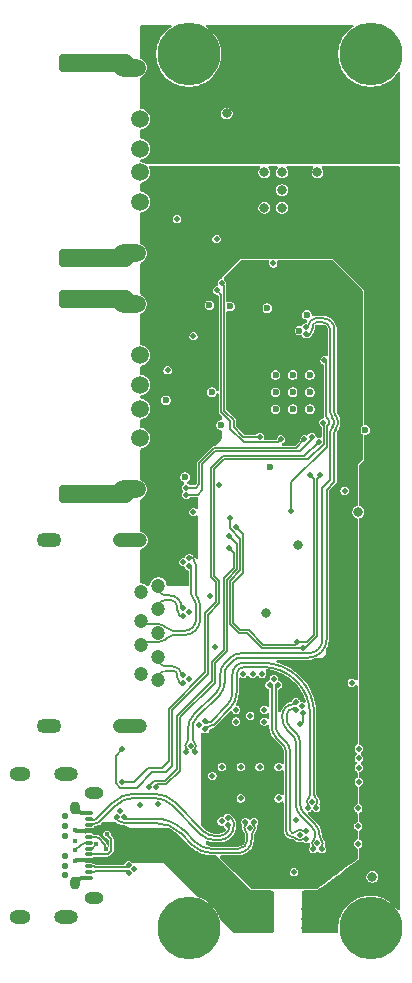
<source format=gbl>
G04 #@! TF.GenerationSoftware,KiCad,Pcbnew,9.0.4*
G04 #@! TF.CreationDate,2025-08-21T00:06:41-07:00*
G04 #@! TF.ProjectId,DisplayAdapter,44697370-6c61-4794-9164-61707465722e,rev?*
G04 #@! TF.SameCoordinates,Original*
G04 #@! TF.FileFunction,Copper,L4,Bot*
G04 #@! TF.FilePolarity,Positive*
%FSLAX46Y46*%
G04 Gerber Fmt 4.6, Leading zero omitted, Abs format (unit mm)*
G04 Created by KiCad (PCBNEW 9.0.4) date 2025-08-21 00:06:41*
%MOMM*%
%LPD*%
G01*
G04 APERTURE LIST*
G04 Aperture macros list*
%AMRoundRect*
0 Rectangle with rounded corners*
0 $1 Rounding radius*
0 $2 $3 $4 $5 $6 $7 $8 $9 X,Y pos of 4 corners*
0 Add a 4 corners polygon primitive as box body*
4,1,4,$2,$3,$4,$5,$6,$7,$8,$9,$2,$3,0*
0 Add four circle primitives for the rounded corners*
1,1,$1+$1,$2,$3*
1,1,$1+$1,$4,$5*
1,1,$1+$1,$6,$7*
1,1,$1+$1,$8,$9*
0 Add four rect primitives between the rounded corners*
20,1,$1+$1,$2,$3,$4,$5,0*
20,1,$1+$1,$4,$5,$6,$7,0*
20,1,$1+$1,$6,$7,$8,$9,0*
20,1,$1+$1,$8,$9,$2,$3,0*%
G04 Aperture macros list end*
G04 #@! TA.AperFunction,ComponentPad*
%ADD10C,1.200000*%
G04 #@! TD*
G04 #@! TA.AperFunction,ComponentPad*
%ADD11RoundRect,0.600000X0.450000X-0.000010X0.450000X0.000010X-0.450000X0.000010X-0.450000X-0.000010X0*%
G04 #@! TD*
G04 #@! TA.AperFunction,ComponentPad*
%ADD12RoundRect,0.600000X0.850000X-0.000010X0.850000X0.000010X-0.850000X0.000010X-0.850000X-0.000010X0*%
G04 #@! TD*
G04 #@! TA.AperFunction,SMDPad,CuDef*
%ADD13RoundRect,0.087500X0.212500X-0.087500X0.212500X0.087500X-0.212500X0.087500X-0.212500X-0.087500X0*%
G04 #@! TD*
G04 #@! TA.AperFunction,ComponentPad*
%ADD14O,0.850000X1.100000*%
G04 #@! TD*
G04 #@! TA.AperFunction,ComponentPad*
%ADD15C,0.550000*%
G04 #@! TD*
G04 #@! TA.AperFunction,ComponentPad*
%ADD16C,0.450000*%
G04 #@! TD*
G04 #@! TA.AperFunction,ComponentPad*
%ADD17O,1.800000X1.150000*%
G04 #@! TD*
G04 #@! TA.AperFunction,ComponentPad*
%ADD18O,2.000000X1.140000*%
G04 #@! TD*
G04 #@! TA.AperFunction,ComponentPad*
%ADD19O,1.600000X1.000000*%
G04 #@! TD*
G04 #@! TA.AperFunction,ComponentPad*
%ADD20O,2.000000X1.150000*%
G04 #@! TD*
G04 #@! TA.AperFunction,ComponentPad*
%ADD21C,1.520000*%
G04 #@! TD*
G04 #@! TA.AperFunction,SMDPad,CuDef*
%ADD22RoundRect,0.225000X1.025000X-0.525000X1.025000X0.525000X-1.025000X0.525000X-1.025000X-0.525000X0*%
G04 #@! TD*
G04 #@! TA.AperFunction,ComponentPad*
%ADD23RoundRect,0.750000X-0.600000X-0.000010X0.600000X-0.000010X0.600000X0.000010X-0.600000X0.000010X0*%
G04 #@! TD*
G04 #@! TA.AperFunction,ComponentPad*
%ADD24C,5.300000*%
G04 #@! TD*
G04 #@! TA.AperFunction,ViaPad*
%ADD25C,0.500000*%
G04 #@! TD*
G04 #@! TA.AperFunction,ViaPad*
%ADD26C,0.800000*%
G04 #@! TD*
G04 #@! TA.AperFunction,ViaPad*
%ADD27C,0.600000*%
G04 #@! TD*
G04 #@! TA.AperFunction,ViaPad*
%ADD28C,0.700000*%
G04 #@! TD*
G04 #@! TA.AperFunction,ViaPad*
%ADD29C,0.450000*%
G04 #@! TD*
G04 #@! TA.AperFunction,Conductor*
%ADD30C,1.500000*%
G04 #@! TD*
G04 #@! TA.AperFunction,Conductor*
%ADD31C,0.350000*%
G04 #@! TD*
G04 #@! TA.AperFunction,Conductor*
%ADD32C,0.150000*%
G04 #@! TD*
G04 #@! TA.AperFunction,Conductor*
%ADD33C,0.157500*%
G04 #@! TD*
G04 #@! TA.AperFunction,Conductor*
%ADD34C,0.250000*%
G04 #@! TD*
G04 APERTURE END LIST*
D10*
X51530000Y-93500000D03*
X51530000Y-91000000D03*
X51530000Y-89000000D03*
X51530000Y-86500000D03*
X53030000Y-86000000D03*
X53030000Y-88000000D03*
X53030000Y-90000000D03*
X53030000Y-92000000D03*
X53030000Y-94000000D03*
D11*
X43800000Y-97850000D03*
D12*
X50600000Y-97850000D03*
D11*
X43800000Y-82150000D03*
D12*
X50600000Y-82150000D03*
D13*
X47150000Y-110750000D03*
X47150000Y-110250000D03*
X47150000Y-109750000D03*
X47150000Y-109250000D03*
X47150000Y-108750000D03*
X47150000Y-108250000D03*
X47150000Y-107750000D03*
X47150000Y-107250000D03*
X47150000Y-106750000D03*
X47150000Y-106250000D03*
X47150000Y-105750000D03*
X47150000Y-105250000D03*
D14*
X46010000Y-104800000D03*
D15*
X45110000Y-105500000D03*
X45110000Y-106300000D03*
D16*
X46010000Y-106700000D03*
D15*
X45110000Y-107150000D03*
D16*
X46010000Y-107600000D03*
X46010000Y-108400000D03*
D15*
X45110000Y-108850000D03*
D16*
X46010000Y-109300000D03*
D15*
X45110000Y-109700000D03*
X45110000Y-110500000D03*
D14*
X46010000Y-111200000D03*
D17*
X41350000Y-114075000D03*
D18*
X45210000Y-114075000D03*
D19*
X47550000Y-112465000D03*
X47550000Y-103535000D03*
D17*
X41350000Y-101925000D03*
D20*
X45210000Y-101925000D03*
D21*
X51450000Y-73500000D03*
X51450000Y-71000000D03*
X51450000Y-69000000D03*
X51450000Y-66500000D03*
D22*
X45850000Y-78250000D03*
D23*
X50600000Y-77850000D03*
X50600000Y-62150000D03*
D22*
X45850000Y-61750000D03*
D24*
X55600000Y-115000000D03*
X71000000Y-41000000D03*
D21*
X51450000Y-53500000D03*
X51450000Y-51000000D03*
X51450000Y-49000000D03*
X51450000Y-46500000D03*
D22*
X45850000Y-58250000D03*
D23*
X50600000Y-57850000D03*
X50600000Y-42150000D03*
D22*
X45850000Y-41750000D03*
D24*
X71000000Y-115000000D03*
X55600000Y-41000000D03*
D25*
X61000000Y-94550000D03*
D26*
X61500000Y-58950000D03*
X66400000Y-111200000D03*
D27*
X69645000Y-65400000D03*
D26*
X60000000Y-62000000D03*
D25*
X59100000Y-69600000D03*
D26*
X65600000Y-111200000D03*
X64500000Y-60500000D03*
D28*
X66400000Y-110400000D03*
D26*
X67500000Y-59000000D03*
X67862500Y-86382743D03*
X64500000Y-62000000D03*
X67500000Y-62000000D03*
D27*
X61900000Y-72400000D03*
D25*
X61800000Y-94550000D03*
X60200000Y-94550000D03*
D26*
X66000000Y-59000000D03*
X63000000Y-60500000D03*
X67500000Y-60500000D03*
D27*
X66800000Y-65150000D03*
D25*
X68800000Y-78950000D03*
D26*
X66000000Y-60500000D03*
D25*
X60000000Y-100250000D03*
D26*
X69000000Y-62000000D03*
D27*
X68650000Y-73150000D03*
D25*
X59900000Y-66800000D03*
D26*
X67862500Y-87200000D03*
D25*
X63200000Y-100250000D03*
X62450000Y-110950000D03*
D26*
X61500000Y-62000000D03*
D25*
X61600000Y-100250000D03*
D27*
X61150000Y-72400000D03*
D26*
X63000000Y-62000000D03*
D27*
X69650000Y-73450000D03*
D26*
X65600000Y-110400000D03*
X66000000Y-62000000D03*
D25*
X58400000Y-100250000D03*
D26*
X60000000Y-60500000D03*
X61500000Y-60500000D03*
D27*
X70550000Y-72800000D03*
D25*
X54600000Y-54950000D03*
D26*
X62150000Y-88300000D03*
D25*
X62000000Y-96500000D03*
X55750000Y-99550000D03*
X56000000Y-64864385D03*
D26*
X63500000Y-52500000D03*
D25*
X62800000Y-93900000D03*
D27*
X57350000Y-62250000D03*
X55300000Y-76800000D03*
D26*
X58800000Y-46000000D03*
D27*
X65850000Y-68150000D03*
D25*
X69400000Y-94200000D03*
D27*
X62950000Y-68150000D03*
D25*
X59600000Y-97500000D03*
X65000000Y-107100000D03*
X63200000Y-104000000D03*
X58375000Y-105945000D03*
X70000000Y-100600000D03*
D27*
X62950000Y-69600000D03*
X59100000Y-62350000D03*
D25*
X68800000Y-77950000D03*
X56000000Y-79764385D03*
D26*
X64850000Y-82550000D03*
D27*
X64400000Y-71050000D03*
D26*
X62000000Y-51000000D03*
D25*
X57850000Y-91200000D03*
X49810000Y-105030000D03*
D27*
X64970000Y-64395000D03*
D25*
X58200000Y-77500000D03*
D27*
X65850000Y-69600000D03*
D25*
X69950000Y-106350000D03*
D26*
X71150000Y-110650000D03*
X63500000Y-54000000D03*
D25*
X63200000Y-101350000D03*
X69950000Y-107850000D03*
X56500000Y-97800000D03*
X60750000Y-106500000D03*
D26*
X62000000Y-54000000D03*
D25*
X51000000Y-110000000D03*
X61600000Y-101350000D03*
X59600000Y-96500000D03*
D27*
X64400000Y-68150000D03*
D26*
X69950000Y-79750000D03*
D25*
X53814385Y-67750001D03*
X51500000Y-104600000D03*
X55150000Y-84000000D03*
X61800000Y-93450000D03*
X70000000Y-102600000D03*
X66050000Y-104290000D03*
X69950000Y-104850000D03*
D27*
X65600000Y-63050000D03*
D25*
X70000000Y-101400000D03*
D27*
X53650000Y-70300000D03*
D25*
X60200000Y-93450000D03*
D27*
X62500000Y-75950000D03*
X62250000Y-62500000D03*
D25*
X58400000Y-101350000D03*
D26*
X66500000Y-51000000D03*
D27*
X64400000Y-69600000D03*
D25*
X53025000Y-104475000D03*
X57600000Y-102100000D03*
X61000000Y-93450000D03*
X64639976Y-105800000D03*
X57400000Y-86850000D03*
X62000000Y-97500000D03*
D27*
X57550000Y-69600000D03*
D26*
X63500000Y-51000000D03*
D27*
X58350000Y-72400000D03*
D25*
X60000000Y-104000000D03*
D27*
X65850000Y-71050000D03*
D25*
X70000000Y-99800000D03*
X62750000Y-58700000D03*
X60800000Y-97000000D03*
X64500000Y-110250000D03*
X57950000Y-56650000D03*
X65150000Y-96200000D03*
X60000000Y-101350000D03*
X55650000Y-93900000D03*
D27*
X62950000Y-71050000D03*
D25*
X55650000Y-88200000D03*
X66500000Y-107800000D03*
X64250000Y-79700000D03*
X67087500Y-66900000D03*
X55650000Y-83650000D03*
X55650000Y-84350000D03*
X50500000Y-110350000D03*
X50500000Y-109650000D03*
X61100000Y-106000000D03*
X49500000Y-105550000D03*
X50120000Y-105550000D03*
X60400000Y-106000000D03*
X58900000Y-106250000D03*
X58900000Y-105640000D03*
D29*
X48600000Y-108301250D03*
D25*
X55400000Y-100071381D03*
X65550000Y-64700000D03*
D29*
X47781875Y-107900000D03*
D25*
X65550000Y-64090000D03*
X56100000Y-100071381D03*
X56998987Y-98150000D03*
X65696976Y-104787000D03*
X66150000Y-108300000D03*
X64653940Y-95850000D03*
X66396976Y-104787000D03*
X56998987Y-97450000D03*
X66850000Y-108300000D03*
X64653940Y-96550000D03*
X65536401Y-106750000D03*
X63150000Y-94400000D03*
X62450000Y-94400000D03*
X65536401Y-107450000D03*
X55150000Y-87850000D03*
X55150000Y-93550000D03*
X55150000Y-94250000D03*
X55150000Y-88550000D03*
D27*
X55150000Y-70300000D03*
D26*
X66350000Y-114200000D03*
X57200000Y-54800000D03*
X55600000Y-55600000D03*
D27*
X54050000Y-84150000D03*
D26*
X57200000Y-54000000D03*
X55600000Y-54000000D03*
X67150000Y-114200000D03*
X56400000Y-55600000D03*
X57200000Y-55600000D03*
X65550000Y-113400000D03*
X65550000Y-114200000D03*
D27*
X54050000Y-84950000D03*
D26*
X67150000Y-115000000D03*
X70450000Y-75950000D03*
D27*
X55150000Y-69500000D03*
D26*
X66350000Y-115000000D03*
X56400000Y-54000000D03*
X55600000Y-54800000D03*
X56400000Y-54800000D03*
X65550000Y-115000000D03*
X67150000Y-113400000D03*
X66350000Y-113400000D03*
D27*
X64000000Y-42500000D03*
X62500000Y-42500000D03*
X68500000Y-50000000D03*
X70000000Y-45500000D03*
X73000000Y-48500000D03*
X71500000Y-48500000D03*
X61000000Y-39500000D03*
X59500000Y-41000000D03*
X56500000Y-44000000D03*
X59500000Y-39500000D03*
X65500000Y-42500000D03*
X67000000Y-45500000D03*
X70000000Y-48500000D03*
X68500000Y-45500000D03*
X64000000Y-39500000D03*
X73000000Y-50000000D03*
X71500000Y-45500000D03*
X68500000Y-48500000D03*
X61000000Y-41000000D03*
X70000000Y-44000000D03*
X70000000Y-50000000D03*
X64000000Y-41000000D03*
X73000000Y-45500000D03*
X62500000Y-41000000D03*
X71500000Y-50000000D03*
X62500000Y-39500000D03*
X71450000Y-47000000D03*
X67000000Y-41000000D03*
X65500000Y-41000000D03*
X72950000Y-47000000D03*
X68450000Y-47000000D03*
X69950000Y-47000000D03*
X67000000Y-42500000D03*
X59500000Y-42500000D03*
X73000000Y-44000000D03*
X65500000Y-39500000D03*
X61000000Y-42500000D03*
X68500000Y-44000000D03*
X67000000Y-44000000D03*
X58000000Y-44000000D03*
D25*
X52805003Y-103000000D03*
D29*
X48672500Y-107041159D03*
D25*
X59021995Y-81828005D03*
D26*
X62400000Y-113200000D03*
X62400000Y-114000000D03*
X62400000Y-112400000D03*
X61600000Y-114800000D03*
X61600000Y-112400000D03*
X62400000Y-114800000D03*
X61600000Y-113200000D03*
X61600000Y-114000000D03*
D25*
X52200000Y-103000000D03*
X59025000Y-82825000D03*
X66750000Y-76650000D03*
X59100000Y-80300000D03*
X65300000Y-91251000D03*
X65900000Y-76650000D03*
X65017769Y-97680000D03*
X64750000Y-90800000D03*
X65300000Y-96800000D03*
X59600000Y-81000000D03*
X63400000Y-73600000D03*
X58000000Y-61000000D03*
X58400000Y-60400000D03*
X61600000Y-73400000D03*
X66000000Y-73400000D03*
X55387500Y-78300000D03*
X65400000Y-73600000D03*
X55387500Y-77691889D03*
X49950000Y-102650000D03*
X66600000Y-73800000D03*
X67000000Y-72200000D03*
X49950000Y-99850000D03*
D30*
X45850000Y-58250000D02*
X50200000Y-58250000D01*
X50200000Y-61750000D02*
X50600000Y-62150000D01*
D31*
X47150000Y-105250000D02*
X46460000Y-105250000D01*
D30*
X50200000Y-78250000D02*
X50600000Y-77850000D01*
X45850000Y-41750000D02*
X50200000Y-41750000D01*
X45850000Y-61750000D02*
X50200000Y-61750000D01*
X45850000Y-78250000D02*
X50200000Y-78250000D01*
D31*
X47150000Y-110750000D02*
X46460000Y-110750000D01*
X46460000Y-110750000D02*
X46010000Y-111200000D01*
D30*
X50200000Y-58250000D02*
X50600000Y-57850000D01*
X50200000Y-41750000D02*
X50600000Y-42150000D01*
D31*
X46460000Y-105250000D02*
X46010000Y-104800000D01*
D32*
X67261500Y-67074000D02*
X67261500Y-71667157D01*
X67450000Y-72021343D02*
X67450000Y-72276684D01*
X64250000Y-77250000D02*
X64250000Y-79700000D01*
X67087500Y-66900000D02*
X67261500Y-67074000D01*
X67287000Y-72605370D02*
X67287000Y-74213000D01*
X67287000Y-74213000D02*
X64250000Y-77250000D01*
X67391421Y-72418106D02*
X67345578Y-72463949D01*
X67320079Y-71808579D02*
X67391422Y-71879922D01*
X67287000Y-72605370D02*
G75*
G02*
X67345593Y-72463964I200000J-30D01*
G01*
X67320079Y-71808579D02*
G75*
G02*
X67261530Y-71667157I141421J141379D01*
G01*
X67391421Y-72418106D02*
G75*
G03*
X67449989Y-72276684I-141421J141406D01*
G01*
X67391422Y-71879922D02*
G75*
G02*
X67449970Y-72021343I-141422J-141378D01*
G01*
D33*
X54292426Y-90178750D02*
X55221250Y-90178750D01*
X55770000Y-83530000D02*
X55650000Y-83650000D01*
X56356883Y-87054091D02*
X56295907Y-86993115D01*
X56578750Y-88821250D02*
X56578750Y-87589725D01*
X56003014Y-83763014D02*
X55770000Y-83530000D01*
X56178750Y-86710273D02*
X56178750Y-84187278D01*
X51530000Y-91000000D02*
X51745250Y-90784750D01*
X53589370Y-90550435D02*
X53726741Y-90413064D01*
X51745250Y-90784750D02*
X53023684Y-90784750D01*
X54292426Y-90178750D02*
G75*
G03*
X53726738Y-90413061I-26J-799950D01*
G01*
X56578750Y-87589725D02*
G75*
G03*
X56356885Y-87054089I-757450J25D01*
G01*
X53589370Y-90550435D02*
G75*
G02*
X53023684Y-90784753I-565670J565635D01*
G01*
X56578750Y-88821250D02*
G75*
G02*
X55221250Y-90178750I-1357550J50D01*
G01*
X56178750Y-84187278D02*
G75*
G03*
X56002993Y-83763035I-599950J-22D01*
G01*
X56178750Y-86710273D02*
G75*
G03*
X56295904Y-86993118I399950J-27D01*
G01*
X55821250Y-84350000D02*
X55650000Y-84350000D01*
X56221250Y-88821250D02*
X56221250Y-87589727D01*
X51745250Y-89215250D02*
X53023684Y-89215250D01*
X56104092Y-87306884D02*
X56043116Y-87245908D01*
X55821250Y-86710275D02*
X55821250Y-84350000D01*
X51530000Y-89000000D02*
X51745250Y-89215250D01*
X54292426Y-89821250D02*
X55221250Y-89821250D01*
X53589370Y-89449565D02*
X53726741Y-89586936D01*
X55821250Y-86710275D02*
G75*
G03*
X56043093Y-87245931I757550J-25D01*
G01*
X54292426Y-89821250D02*
G75*
G02*
X53726738Y-89586939I-26J799950D01*
G01*
X56221250Y-87589727D02*
G75*
G03*
X56104095Y-87306881I-399950J27D01*
G01*
X55221250Y-89821250D02*
G75*
G03*
X56221250Y-88821250I50J999950D01*
G01*
X53589370Y-89449565D02*
G75*
G03*
X53023684Y-89215247I-565670J-565635D01*
G01*
X50500000Y-110178750D02*
X50500000Y-110350000D01*
X47150000Y-110250000D02*
X47600001Y-110250000D01*
X47671251Y-110178750D02*
X50500000Y-110178750D01*
X47600001Y-110250000D02*
X47671251Y-110178750D01*
X47600001Y-109750000D02*
X47671251Y-109821250D01*
X47150000Y-109750000D02*
X47600001Y-109750000D01*
X47671251Y-109821250D02*
X50500000Y-109821250D01*
X50500000Y-109821250D02*
X50500000Y-109650000D01*
X61081986Y-106782844D02*
X61045907Y-106818923D01*
X52783317Y-106078750D02*
X50078699Y-106078750D01*
X60986181Y-106121352D02*
X61081987Y-106217159D01*
X49500000Y-105550000D02*
X49380000Y-105670000D01*
X60928750Y-107101765D02*
X60928750Y-107471250D01*
X61100000Y-106000000D02*
X60986181Y-106113819D01*
X60986181Y-106113819D02*
X60986181Y-106121352D01*
X59771250Y-108628750D02*
X57552466Y-108628750D01*
X49380000Y-105670000D02*
X49583725Y-105873725D01*
X55885462Y-107938254D02*
X54904637Y-106957429D01*
X60928750Y-107471250D02*
G75*
G02*
X59771250Y-108628750I-1157550J50D01*
G01*
X61081987Y-106217159D02*
G75*
G02*
X61081985Y-106782843I-282887J-282841D01*
G01*
X52783317Y-106078750D02*
G75*
G02*
X54904618Y-106957448I-17J-2999950D01*
G01*
X61045907Y-106818923D02*
G75*
G03*
X60928711Y-107101765I282793J-282877D01*
G01*
X49583725Y-105873725D02*
G75*
G03*
X50078699Y-106078736I494975J495025D01*
G01*
X57552466Y-108628750D02*
G75*
G02*
X55885489Y-107938227I34J2357450D01*
G01*
X60400000Y-106000000D02*
X60513819Y-106113819D01*
X52783320Y-105721250D02*
X50120000Y-105721250D01*
X60513819Y-106121352D02*
X60418013Y-106217159D01*
X60513819Y-106113819D02*
X60513819Y-106121352D01*
X50120000Y-105721250D02*
X50120000Y-105550000D01*
X60418014Y-106782844D02*
X60454093Y-106818923D01*
X60571250Y-107101765D02*
X60571250Y-107471250D01*
X56138255Y-107685463D02*
X55157431Y-106704639D01*
X59771250Y-108271250D02*
X57552469Y-108271250D01*
X57552469Y-108271250D02*
G75*
G02*
X56138281Y-107685437I31J1999950D01*
G01*
X52783320Y-105721250D02*
G75*
G02*
X55157411Y-106704659I-20J-3357450D01*
G01*
X60418013Y-106217159D02*
G75*
G03*
X60418015Y-106782843I282887J-282841D01*
G01*
X60454093Y-106818923D02*
G75*
G02*
X60571289Y-107101765I-282793J-282877D01*
G01*
X60571250Y-107471250D02*
G75*
G02*
X59771250Y-108271250I-800050J50D01*
G01*
X52747534Y-103621250D02*
X50894240Y-103621250D01*
X49227236Y-104311746D02*
X47834890Y-105704092D01*
X58171250Y-107171250D02*
X57771098Y-107171250D01*
X56922570Y-106819778D02*
X54414538Y-104311746D01*
X47346250Y-105821250D02*
X47275000Y-105750000D01*
X47552047Y-105821250D02*
X47346250Y-105821250D01*
X58900000Y-106250000D02*
X59071250Y-106250000D01*
X47275000Y-105750000D02*
X47150000Y-105750000D01*
X59071250Y-106250000D02*
X59071250Y-106271250D01*
X59071250Y-106271250D02*
G75*
G02*
X58171250Y-107171250I-900050J50D01*
G01*
X47834890Y-105704092D02*
G75*
G02*
X47552047Y-105821298I-282890J282792D01*
G01*
X50894240Y-103621250D02*
G75*
G03*
X49227226Y-104311736I-40J-2357450D01*
G01*
X54414538Y-104311746D02*
G75*
G03*
X52747534Y-103621212I-1667038J-1666954D01*
G01*
X56922570Y-106819778D02*
G75*
G03*
X57771098Y-107171237I848530J848578D01*
G01*
X58171250Y-107528750D02*
X57771096Y-107528750D01*
X47552049Y-106178750D02*
X47346250Y-106178750D01*
X59020000Y-105520000D02*
X59282304Y-105782304D01*
X56669777Y-107072569D02*
X54161745Y-104564537D01*
X49480030Y-104564536D02*
X48087683Y-105956883D01*
X47346250Y-106178750D02*
X47275000Y-106250000D01*
X59428750Y-106135857D02*
X59428750Y-106271250D01*
X58900000Y-105640000D02*
X59020000Y-105520000D01*
X47275000Y-106250000D02*
X47150000Y-106250000D01*
X52747531Y-103978750D02*
X50894243Y-103978750D01*
X57771096Y-107528750D02*
G75*
G02*
X56669769Y-107072577I4J1557550D01*
G01*
X48087683Y-105956883D02*
G75*
G02*
X47552049Y-106178729I-535583J535583D01*
G01*
X59282304Y-105782304D02*
G75*
G02*
X59428766Y-106135857I-353604J-353596D01*
G01*
X54161745Y-104564537D02*
G75*
G03*
X52747531Y-103978714I-1414245J-1414163D01*
G01*
X59428750Y-106271250D02*
G75*
G02*
X58171250Y-107528750I-1257450J-50D01*
G01*
X50894243Y-103978750D02*
G75*
G03*
X49480019Y-104564525I-43J-1999950D01*
G01*
X47642893Y-107250000D02*
X47150000Y-107250000D01*
X48600000Y-108301250D02*
X48600000Y-108207107D01*
X48453553Y-107853553D02*
X47996446Y-107396446D01*
X48600000Y-108207107D02*
G75*
G03*
X48453556Y-107853550I-500000J7D01*
G01*
X47642893Y-107250000D02*
G75*
G02*
X47996449Y-107396443I7J-500000D01*
G01*
X67861989Y-72310955D02*
X67861989Y-71989045D01*
X66921250Y-90521250D02*
X66921250Y-77725958D01*
X55400000Y-100071381D02*
X55528276Y-99943105D01*
X66078750Y-64007500D02*
X66078750Y-64204143D01*
X55571250Y-98948235D02*
X55571250Y-97938253D01*
X55528276Y-99943105D02*
X55418013Y-99832841D01*
X66921250Y-77725958D02*
X67571250Y-77075958D01*
X60038253Y-91721250D02*
X65721250Y-91721250D01*
X55418014Y-99267156D02*
X55454093Y-99231077D01*
X47781875Y-107900000D02*
X47431875Y-108250000D01*
X65670000Y-64820000D02*
X65550000Y-64700000D01*
X58668853Y-92528355D02*
X59078356Y-92118852D01*
X58271250Y-94261744D02*
X58271250Y-93488253D01*
X65932304Y-64557696D02*
X65670000Y-64820000D01*
X66971250Y-63707500D02*
X66378750Y-63707500D01*
X55968853Y-96978355D02*
X57978357Y-94968851D01*
X67571250Y-71301697D02*
X67571250Y-64307500D01*
X67763828Y-72533380D02*
X67774121Y-72523087D01*
X67571250Y-77075958D02*
X67571250Y-72998303D01*
X67774121Y-71776913D02*
X67763827Y-71766619D01*
X47150000Y-108250000D02*
X47431875Y-108250000D01*
X67571250Y-64307500D02*
G75*
G03*
X66971250Y-63707450I-600050J0D01*
G01*
X67571250Y-72998303D02*
G75*
G02*
X67763816Y-72533368I657550J3D01*
G01*
X65721250Y-91721250D02*
G75*
G03*
X66921250Y-90521250I-50J1200050D01*
G01*
X59078356Y-92118852D02*
G75*
G02*
X60038253Y-91721202I959944J-959848D01*
G01*
X55418013Y-99832841D02*
G75*
G02*
X55418015Y-99267157I282887J282841D01*
G01*
X57978357Y-94968851D02*
G75*
G03*
X58271296Y-94261744I-707057J707151D01*
G01*
X66078750Y-64204143D02*
G75*
G02*
X65932293Y-64557685I-500050J43D01*
G01*
X58271250Y-93488253D02*
G75*
G02*
X58668866Y-92528368I1357550J-47D01*
G01*
X66378750Y-63707500D02*
G75*
G03*
X66078800Y-64007500I50J-300000D01*
G01*
X67861989Y-71989045D02*
G75*
G03*
X67774141Y-71776893I-299989J45D01*
G01*
X67774121Y-72523087D02*
G75*
G03*
X67861960Y-72310955I-212121J212087D01*
G01*
X67763827Y-71766619D02*
G75*
G02*
X67571238Y-71301697I464873J464919D01*
G01*
X55454093Y-99231077D02*
G75*
G03*
X55571289Y-98948235I-282793J282877D01*
G01*
X55571250Y-97938253D02*
G75*
G02*
X55968866Y-96978368I1357550J-47D01*
G01*
X68219489Y-72310958D02*
X68219489Y-71989042D01*
X66971250Y-63350000D02*
X66428750Y-63350000D01*
X68026911Y-71524119D02*
X68016618Y-71513826D01*
X65721250Y-64090000D02*
X65550000Y-64090000D01*
X58921643Y-92781149D02*
X59331149Y-92371643D01*
X56100000Y-100071381D02*
X55971724Y-99943105D01*
X47150000Y-107750000D02*
X46908528Y-107750000D01*
X66428750Y-63350000D02*
X66378750Y-63350000D01*
X55971724Y-99943105D02*
X56081987Y-99832841D01*
X67928750Y-77224042D02*
X67928750Y-72998306D01*
X46484264Y-107925736D02*
X46010000Y-108400000D01*
X65721250Y-64007500D02*
X65721250Y-64090000D01*
X56081986Y-99267156D02*
X56045907Y-99231077D01*
X67278750Y-90521250D02*
X67278750Y-77874042D01*
X60038256Y-92078750D02*
X65721250Y-92078750D01*
X67928750Y-71301694D02*
X67928750Y-64307500D01*
X67278750Y-77874042D02*
X67928750Y-77224042D01*
X58628750Y-94261747D02*
X58628750Y-93488256D01*
X55928750Y-98948235D02*
X55928750Y-97938256D01*
X56221643Y-97231149D02*
X58231148Y-95221644D01*
X68016618Y-72786174D02*
X68026912Y-72775880D01*
X68026912Y-72775880D02*
G75*
G03*
X68219462Y-72310958I-464912J464880D01*
G01*
X46908528Y-107750000D02*
G75*
G03*
X46484250Y-107925722I-28J-600000D01*
G01*
X58231148Y-95221644D02*
G75*
G03*
X58628798Y-94261747I-959848J959944D01*
G01*
X56045907Y-99231077D02*
G75*
G02*
X55928711Y-98948235I282793J282877D01*
G01*
X59331149Y-92371643D02*
G75*
G02*
X60038256Y-92078704I707151J-707057D01*
G01*
X65721250Y-92078750D02*
G75*
G03*
X67278750Y-90521250I50J1557450D01*
G01*
X68219489Y-71989042D02*
G75*
G03*
X68026930Y-71524100I-657489J42D01*
G01*
X58628750Y-93488256D02*
G75*
G02*
X58921676Y-92781182I999950J-44D01*
G01*
X56081987Y-99832841D02*
G75*
G03*
X56081985Y-99267157I-282887J282841D01*
G01*
X67928750Y-72998306D02*
G75*
G02*
X68016625Y-72786181I299950J6D01*
G01*
X68016618Y-71513826D02*
G75*
G02*
X67928740Y-71301694I212082J212126D01*
G01*
X67928750Y-64307500D02*
G75*
G03*
X66971250Y-63350050I-957450J0D01*
G01*
X55928750Y-97938256D02*
G75*
G02*
X56221676Y-97231182I999950J-44D01*
G01*
X66378750Y-63350000D02*
G75*
G03*
X65721200Y-64007500I-50J-657500D01*
G01*
X57695909Y-97756883D02*
X59109701Y-96343091D01*
X65814573Y-104669403D02*
X65696976Y-104787000D01*
X65868226Y-96878750D02*
X65868226Y-98671617D01*
X56998987Y-97978750D02*
X57160275Y-97978750D01*
X65868226Y-101978383D02*
X65868226Y-103691259D01*
X65868226Y-98671617D02*
X65868226Y-101978383D01*
X60253750Y-92878750D02*
X61868226Y-92878750D01*
X65718012Y-104572842D02*
X65814573Y-104669403D01*
X56998987Y-98150000D02*
X56998987Y-97978750D01*
X65868226Y-104787000D02*
X65696976Y-104787000D01*
X65751069Y-103974101D02*
X65718013Y-104007157D01*
X59653750Y-95029640D02*
X59653750Y-93478750D01*
X59653750Y-95029640D02*
G75*
G02*
X59109691Y-96343081I-1857550J40D01*
G01*
X59653750Y-93478750D02*
G75*
G02*
X60253750Y-92878750I600050J-50D01*
G01*
X65718013Y-104007157D02*
G75*
G03*
X65718012Y-104572842I282887J-282843D01*
G01*
X61868226Y-92878750D02*
G75*
G02*
X65868250Y-96878750I-26J-4000050D01*
G01*
X65868226Y-103691259D02*
G75*
G02*
X65751095Y-103974127I-400026J-41D01*
G01*
X57160275Y-97978750D02*
G75*
G03*
X57695911Y-97756885I25J757450D01*
G01*
X66267585Y-108182415D02*
X66168012Y-108082842D01*
X66321250Y-107178750D02*
X66321250Y-107138256D01*
X64478750Y-96021250D02*
X64653940Y-96021250D01*
X66150000Y-108300000D02*
X66267585Y-108182415D01*
X64378357Y-98631149D02*
X63918852Y-98171644D01*
X64671250Y-104511747D02*
X64671250Y-99338256D01*
X64653940Y-96021250D02*
X64653940Y-95850000D01*
X66321250Y-107198235D02*
X66321250Y-107178750D01*
X63521250Y-97211747D02*
X63521250Y-96978750D01*
X66028357Y-106431149D02*
X65068852Y-105471644D01*
X66168013Y-107517157D02*
X66204093Y-107481077D01*
X64671250Y-99338256D02*
G75*
G03*
X64378324Y-98631182I-999950J-44D01*
G01*
X63918852Y-98171644D02*
G75*
G02*
X63521202Y-97211747I959848J959944D01*
G01*
X66204093Y-107481077D02*
G75*
G03*
X66321289Y-107198235I-282793J282877D01*
G01*
X65068852Y-105471644D02*
G75*
G02*
X64671202Y-104511747I959848J959944D01*
G01*
X63521250Y-96978750D02*
G75*
G02*
X64478750Y-96021250I957450J50D01*
G01*
X66028357Y-106431149D02*
G75*
G02*
X66321296Y-107138256I-707057J-707151D01*
G01*
X66168012Y-108082842D02*
G75*
G02*
X66168013Y-107517157I282888J282842D01*
G01*
X66225726Y-96878750D02*
X66225726Y-98671616D01*
X60253750Y-92521250D02*
X61868226Y-92521250D01*
X66282403Y-104672427D02*
X66396976Y-104787000D01*
X66381988Y-104572842D02*
X66282403Y-104672427D01*
X66225726Y-104787000D02*
X66396976Y-104787000D01*
X56998987Y-97450000D02*
X56998987Y-97621250D01*
X56998987Y-97621250D02*
X57160273Y-97621250D01*
X59296250Y-95029638D02*
X59296250Y-93478750D01*
X57443116Y-97504092D02*
X58856910Y-96090298D01*
X66342883Y-103968053D02*
X66381987Y-104007157D01*
X66225726Y-98671616D02*
X66225726Y-101978384D01*
X66225726Y-101978384D02*
X66225726Y-103685211D01*
X61868226Y-92521250D02*
G75*
G02*
X66225650Y-96878750I-26J-4357450D01*
G01*
X66225726Y-103685211D02*
G75*
G03*
X66342894Y-103968042I399974J11D01*
G01*
X59296250Y-95029638D02*
G75*
G02*
X58856902Y-96090290I-1500050J38D01*
G01*
X57160273Y-97621250D02*
G75*
G03*
X57443119Y-97504095I27J399950D01*
G01*
X59296250Y-93478750D02*
G75*
G02*
X60253750Y-92521250I957450J50D01*
G01*
X66381987Y-104007157D02*
G75*
G02*
X66381988Y-104572842I-282887J-282843D01*
G01*
X66678750Y-107178750D02*
X66678750Y-107138253D01*
X66678750Y-107198235D02*
X66678750Y-107178750D01*
X64653940Y-96378750D02*
X64653940Y-96550000D01*
X63878750Y-97211744D02*
X63878750Y-96978750D01*
X64631147Y-98378355D02*
X64171643Y-97918851D01*
X66281147Y-106178355D02*
X65321643Y-105218851D01*
X65028750Y-104511744D02*
X65028750Y-99338253D01*
X66732415Y-108182415D02*
X66831988Y-108082842D01*
X66850000Y-108300000D02*
X66732415Y-108182415D01*
X64478750Y-96378750D02*
X64653940Y-96378750D01*
X66831987Y-107517157D02*
X66795907Y-107481077D01*
X66831988Y-108082842D02*
G75*
G03*
X66831987Y-107517157I-282888J282842D01*
G01*
X64171643Y-97918851D02*
G75*
G02*
X63878704Y-97211744I707057J707151D01*
G01*
X63878750Y-96978750D02*
G75*
G02*
X64478750Y-96378750I600050J-50D01*
G01*
X65028750Y-99338253D02*
G75*
G03*
X64631134Y-98378368I-1357550J-47D01*
G01*
X66281147Y-106178355D02*
G75*
G02*
X66678769Y-107138253I-959947J-959945D01*
G01*
X66795907Y-107481077D02*
G75*
G02*
X66678711Y-107198235I282793J282877D01*
G01*
X65321643Y-105218851D02*
G75*
G02*
X65028704Y-104511744I707057J707151D01*
G01*
X64424427Y-106920877D02*
X64378750Y-106920877D01*
X65400615Y-106885786D02*
X65282841Y-106768013D01*
X64717156Y-106768014D02*
X64681077Y-106804093D01*
X64178750Y-106720877D02*
X64178750Y-100088253D01*
X62978750Y-97911744D02*
X62978750Y-94400000D01*
X62978750Y-94400000D02*
X63150000Y-94400000D01*
X65536401Y-106750000D02*
X65400615Y-106885786D01*
X63781147Y-99128355D02*
X63271643Y-98618851D01*
X63271643Y-98618851D02*
G75*
G02*
X62978704Y-97911744I707057J707151D01*
G01*
X64378750Y-106920877D02*
G75*
G02*
X64178823Y-106720877I50J199977D01*
G01*
X64178750Y-100088253D02*
G75*
G03*
X63781134Y-99128368I-1357550J-47D01*
G01*
X65282841Y-106768013D02*
G75*
G03*
X64717157Y-106768015I-282841J-282887D01*
G01*
X64681077Y-106804093D02*
G75*
G02*
X64424426Y-106920866I-284877J285693D01*
G01*
X65400615Y-107314214D02*
X65282841Y-107431987D01*
X62621250Y-97911747D02*
X62621250Y-94571250D01*
X62621250Y-94571250D02*
X62450000Y-94400000D01*
X63528357Y-99381149D02*
X63018852Y-98871644D01*
X64398235Y-107278750D02*
X64378750Y-107278750D01*
X65536401Y-107450000D02*
X65400615Y-107314214D01*
X64717156Y-107431986D02*
X64681077Y-107395907D01*
X63821250Y-106721250D02*
X63821250Y-100088256D01*
X63821250Y-100088256D02*
G75*
G03*
X63528324Y-99381182I-999950J-44D01*
G01*
X65282841Y-107431987D02*
G75*
G02*
X64717157Y-107431985I-282841J282887D01*
G01*
X64378750Y-107278750D02*
G75*
G02*
X63821250Y-106721250I50J557550D01*
G01*
X63018852Y-98871644D02*
G75*
G02*
X62621202Y-97911747I959848J959944D01*
G01*
X64681077Y-107395907D02*
G75*
G03*
X64398235Y-107278711I-282877J-282793D01*
G01*
X53630000Y-86821250D02*
X54021250Y-86821250D01*
X53030000Y-86000000D02*
X53030000Y-86221250D01*
X54978750Y-87778750D02*
X54978750Y-87850000D01*
X54978750Y-87850000D02*
X55150000Y-87850000D01*
X53630000Y-86821250D02*
G75*
G02*
X53029950Y-86221250I0J600050D01*
G01*
X54021250Y-86821250D02*
G75*
G02*
X54978750Y-87778750I50J-957450D01*
G01*
X53030000Y-92221250D02*
X53030000Y-92000000D01*
X54978750Y-93550000D02*
X54978750Y-93528750D01*
X54271250Y-92821250D02*
X53630000Y-92821250D01*
X55150000Y-93550000D02*
X54978750Y-93550000D01*
X53630000Y-92821250D02*
G75*
G02*
X53029950Y-92221250I0J600050D01*
G01*
X54978750Y-93528750D02*
G75*
G03*
X54271250Y-92821250I-707550J-50D01*
G01*
X54271250Y-93178750D02*
X53630000Y-93178750D01*
X55150000Y-94250000D02*
X55030000Y-94370000D01*
X53030000Y-93778750D02*
X53030000Y-94000000D01*
X55030000Y-94370000D02*
X54796986Y-94136986D01*
X54621250Y-93712722D02*
X54621250Y-93528750D01*
X53630000Y-93178750D02*
G75*
G03*
X53029950Y-93778750I0J-600050D01*
G01*
X54796986Y-94136986D02*
G75*
G02*
X54621220Y-93712722I424214J424286D01*
G01*
X54271250Y-93178750D02*
G75*
G02*
X54621250Y-93528750I-50J-350050D01*
G01*
X53030000Y-88000000D02*
X53030000Y-87778750D01*
X53630000Y-87178750D02*
X54021250Y-87178750D01*
X54796986Y-88436986D02*
X55030000Y-88670000D01*
X54621250Y-87778750D02*
X54621250Y-88012722D01*
X55030000Y-88670000D02*
X55150000Y-88550000D01*
X53030000Y-87778750D02*
G75*
G02*
X53630000Y-87178800I600000J-50D01*
G01*
X54796986Y-88436986D02*
G75*
G02*
X54621220Y-88012722I424214J424286D01*
G01*
X54621250Y-87778750D02*
G75*
G03*
X54021250Y-87178750I-600050J-50D01*
G01*
D32*
X49050000Y-107455000D02*
X49050000Y-108450000D01*
X58835000Y-91515000D02*
X57800000Y-92550000D01*
X59698000Y-84607618D02*
X58835000Y-85470618D01*
X54850000Y-97150000D02*
X54850000Y-101650000D01*
X58835000Y-85470618D02*
X58835000Y-91515000D01*
X53690000Y-102810000D02*
X52995003Y-102810000D01*
X54850000Y-101650000D02*
X53690000Y-102810000D01*
X57800000Y-92550000D02*
X57800000Y-94200000D01*
X57800000Y-94200000D02*
X54850000Y-97150000D01*
X48672500Y-107077500D02*
X49050000Y-107455000D01*
X52805003Y-103000000D02*
X52800000Y-102994997D01*
X59021995Y-81828005D02*
X59698000Y-82504010D01*
X48750000Y-108750000D02*
X47150000Y-108750000D01*
X48672500Y-107041159D02*
X48672500Y-107077500D01*
X52995003Y-102810000D02*
X52805003Y-103000000D01*
X59698000Y-82504010D02*
X59698000Y-84607618D01*
X49050000Y-108450000D02*
X48750000Y-108750000D01*
D31*
X46010000Y-106700000D02*
X46060000Y-106750000D01*
X46060000Y-106750000D02*
X47150000Y-106750000D01*
X46060000Y-109250000D02*
X47150000Y-109250000D01*
D34*
X46010000Y-109300000D02*
X46060000Y-109250000D01*
D32*
X59430000Y-83230000D02*
X59430000Y-84505096D01*
X52200000Y-102995476D02*
X52200000Y-103000000D01*
X58579000Y-91408962D02*
X57544000Y-92443962D01*
X52645476Y-102550000D02*
X52200000Y-102995476D01*
X54594000Y-97043962D02*
X54594000Y-101543962D01*
X53587962Y-102550000D02*
X52645476Y-102550000D01*
X59430000Y-84505096D02*
X58579000Y-85356096D01*
X57544000Y-94093962D02*
X54594000Y-97043962D01*
X59025000Y-82825000D02*
X59430000Y-83230000D01*
X57544000Y-92443962D02*
X57544000Y-94093962D01*
X54594000Y-101543962D02*
X53587962Y-102550000D01*
X58579000Y-85356096D02*
X58579000Y-91408962D01*
X66750000Y-76650000D02*
X66450000Y-76950000D01*
X66450000Y-76950000D02*
X66450000Y-90257779D01*
X65456779Y-91251000D02*
X65300000Y-91251000D01*
X60550000Y-90000000D02*
X59850000Y-90000000D01*
X59100000Y-85587382D02*
X59980000Y-84707382D01*
X59980000Y-82020000D02*
X59100000Y-81140000D01*
X59100000Y-89250000D02*
X59100000Y-85587382D01*
X59980000Y-84707382D02*
X59980000Y-82020000D01*
X65300000Y-91251000D02*
X61801000Y-91251000D01*
X59850000Y-90000000D02*
X59100000Y-89250000D01*
X59100000Y-81140000D02*
X59100000Y-80300000D01*
X66450000Y-90257779D02*
X65456779Y-91251000D01*
X61801000Y-91251000D02*
X60550000Y-90000000D01*
X65017769Y-97680000D02*
X65165524Y-97680000D01*
X64750000Y-90800000D02*
X64565000Y-90985000D01*
X61909970Y-90985000D02*
X60661062Y-89736092D01*
X64565000Y-90985000D02*
X61909970Y-90985000D01*
X59365396Y-89143176D02*
X59365396Y-85789604D01*
X60235000Y-84920000D02*
X60235000Y-81635000D01*
X59958312Y-89736092D02*
X59365396Y-89143176D01*
X64782377Y-90767623D02*
X64750000Y-90800000D01*
X65578117Y-90767623D02*
X64782377Y-90767623D01*
X65900000Y-76650000D02*
X66194000Y-76944000D01*
X60235000Y-81635000D02*
X59600000Y-81000000D01*
X66194000Y-76944000D02*
X66194000Y-90151740D01*
X60661062Y-89736092D02*
X59958312Y-89736092D01*
X65300000Y-97545524D02*
X65300000Y-96800000D01*
X59365396Y-85789604D02*
X60235000Y-84920000D01*
X65165524Y-97680000D02*
X65300000Y-97545524D01*
X66194000Y-90151740D02*
X65578117Y-90767623D01*
X58344000Y-61344000D02*
X58344000Y-71283419D01*
X63169000Y-73831000D02*
X63400000Y-73600000D01*
X60268962Y-73831000D02*
X63169000Y-73831000D01*
X58344000Y-71283419D02*
X59130291Y-72069710D01*
X58000000Y-61000000D02*
X58344000Y-61344000D01*
X59130291Y-72692329D02*
X60268962Y-73831000D01*
X59130291Y-72069710D02*
X59130291Y-72692329D01*
X59400000Y-71977381D02*
X59400000Y-72600000D01*
X58400000Y-60400000D02*
X58600000Y-60600000D01*
X60200000Y-73400000D02*
X61600000Y-73400000D01*
X58600000Y-71177381D02*
X59400000Y-71977381D01*
X58600000Y-60800000D02*
X58600000Y-71177381D01*
X59400000Y-72600000D02*
X60200000Y-73400000D01*
X58600000Y-60600000D02*
X58600000Y-60800000D01*
X56750000Y-77900000D02*
X56750000Y-75700000D01*
X66000000Y-73609527D02*
X66000000Y-73400000D01*
X65009527Y-74600000D02*
X66000000Y-73609527D01*
X56750000Y-75700000D02*
X57850000Y-74600000D01*
X56350000Y-78300000D02*
X56750000Y-77900000D01*
X57850000Y-74600000D02*
X65009527Y-74600000D01*
X55387500Y-78300000D02*
X56350000Y-78300000D01*
X56494000Y-75593962D02*
X57743962Y-74344000D01*
X56494000Y-77406000D02*
X56494000Y-75593962D01*
X56208111Y-77691889D02*
X56494000Y-77406000D01*
X57743962Y-74344000D02*
X64656000Y-74344000D01*
X64656000Y-74344000D02*
X65400000Y-73600000D01*
X55387500Y-77691889D02*
X56208111Y-77691889D01*
X53944000Y-96393962D02*
X53944000Y-100850000D01*
X58493961Y-75044000D02*
X57513000Y-76024962D01*
X53344000Y-101450000D02*
X52150000Y-101450000D01*
X65356000Y-75044000D02*
X58493961Y-75044000D01*
X50950000Y-102650000D02*
X49950000Y-102650000D01*
X57513000Y-76024962D02*
X57513000Y-85275039D01*
X53944000Y-100850000D02*
X53344000Y-101450000D01*
X52150000Y-101450000D02*
X50950000Y-102650000D01*
X56994000Y-88306000D02*
X56994000Y-93343962D01*
X57513000Y-85275039D02*
X57944000Y-85706038D01*
X56994000Y-93343962D02*
X53944000Y-96393962D01*
X57944000Y-85706038D02*
X57944000Y-87356000D01*
X66600000Y-73800000D02*
X65356000Y-75044000D01*
X57944000Y-87356000D02*
X56994000Y-88306000D01*
X58600000Y-75300000D02*
X57769000Y-76131000D01*
X54200000Y-101250000D02*
X53650000Y-101800000D01*
X49400000Y-100400000D02*
X49950000Y-99850000D01*
X57250000Y-88450000D02*
X57250000Y-93450000D01*
X51219000Y-103081000D02*
X49771473Y-103081000D01*
X57250000Y-93450000D02*
X54200000Y-96500000D01*
X58200000Y-86400000D02*
X58200000Y-87500000D01*
X54200000Y-96500000D02*
X54200000Y-101250000D01*
X67031000Y-73978527D02*
X65709527Y-75300000D01*
X58200000Y-85600000D02*
X58200000Y-86400000D01*
X57769000Y-85169000D02*
X58200000Y-85600000D01*
X57769000Y-76131000D02*
X57769000Y-85169000D01*
X67031000Y-72231000D02*
X67031000Y-73978527D01*
X67000000Y-72200000D02*
X67031000Y-72231000D01*
X65709527Y-75300000D02*
X58600000Y-75300000D01*
X49400000Y-102709527D02*
X49400000Y-100400000D01*
X49771473Y-103081000D02*
X49400000Y-102709527D01*
X58200000Y-87500000D02*
X57250000Y-88450000D01*
X52500000Y-101800000D02*
X51219000Y-103081000D01*
X53650000Y-101800000D02*
X52500000Y-101800000D01*
G04 #@! TA.AperFunction,Conductor*
G36*
X62364969Y-58430185D02*
G01*
X62410724Y-58482989D01*
X62420668Y-58552147D01*
X62417705Y-58566593D01*
X62394500Y-58653197D01*
X62394500Y-58746802D01*
X62418726Y-58837219D01*
X62442127Y-58877750D01*
X62465529Y-58918282D01*
X62531718Y-58984471D01*
X62612782Y-59031274D01*
X62703197Y-59055500D01*
X62703199Y-59055500D01*
X62796801Y-59055500D01*
X62796803Y-59055500D01*
X62887218Y-59031274D01*
X62968282Y-58984471D01*
X63034471Y-58918282D01*
X63081274Y-58837218D01*
X63105500Y-58746803D01*
X63105500Y-58653197D01*
X63082295Y-58566592D01*
X63083958Y-58496743D01*
X63123121Y-58438880D01*
X63187350Y-58411377D01*
X63202070Y-58410500D01*
X67702868Y-58410500D01*
X67769907Y-58430185D01*
X67790549Y-58446819D01*
X70303181Y-60959451D01*
X70336666Y-61020774D01*
X70339500Y-61047132D01*
X70339500Y-72270501D01*
X70342025Y-72293990D01*
X70353286Y-72345755D01*
X70348302Y-72415446D01*
X70307250Y-72470285D01*
X70307468Y-72470569D01*
X70306457Y-72471344D01*
X70306431Y-72471380D01*
X70306286Y-72471475D01*
X70301015Y-72475520D01*
X70225520Y-72551015D01*
X70225516Y-72551020D01*
X70172135Y-72643480D01*
X70172134Y-72643483D01*
X70144500Y-72746615D01*
X70144500Y-72853385D01*
X70167828Y-72940444D01*
X70172134Y-72956516D01*
X70172135Y-72956519D01*
X70225516Y-73048979D01*
X70225518Y-73048982D01*
X70225519Y-73048983D01*
X70301017Y-73124481D01*
X70301019Y-73124482D01*
X70307468Y-73129431D01*
X70305881Y-73131498D01*
X70345168Y-73172698D01*
X70358394Y-73241304D01*
X70353933Y-73264456D01*
X70343976Y-73298367D01*
X70343974Y-73298375D01*
X70339500Y-73329496D01*
X70339500Y-75252866D01*
X70319815Y-75319905D01*
X70303181Y-75340547D01*
X69989084Y-75654643D01*
X69989074Y-75654654D01*
X69981799Y-75662680D01*
X69966381Y-75681467D01*
X69959922Y-75690175D01*
X69959910Y-75690192D01*
X69937049Y-75724406D01*
X69937038Y-75724424D01*
X69926839Y-75743507D01*
X69908324Y-75788206D01*
X69908323Y-75788208D01*
X69902037Y-75808931D01*
X69902036Y-75808932D01*
X69894008Y-75849287D01*
X69894000Y-75849333D01*
X69892414Y-75860030D01*
X69892412Y-75860043D01*
X69890032Y-75884219D01*
X69889500Y-75895063D01*
X69889500Y-79147498D01*
X69888252Y-79147498D01*
X69872366Y-79210637D01*
X69821391Y-79258422D01*
X69797607Y-79267501D01*
X69777647Y-79272849D01*
X69754882Y-79278949D01*
X69754881Y-79278950D01*
X69639619Y-79345497D01*
X69639613Y-79345501D01*
X69545501Y-79439613D01*
X69545497Y-79439619D01*
X69478950Y-79554881D01*
X69478949Y-79554884D01*
X69444500Y-79683450D01*
X69444500Y-79816550D01*
X69478949Y-79945116D01*
X69545499Y-80060384D01*
X69639616Y-80154501D01*
X69754884Y-80221051D01*
X69797593Y-80232494D01*
X69857253Y-80268858D01*
X69887783Y-80331705D01*
X69889500Y-80352269D01*
X69889500Y-93887385D01*
X69869815Y-93954424D01*
X69817011Y-94000179D01*
X69747853Y-94010123D01*
X69684297Y-93981098D01*
X69677819Y-93975066D01*
X69618284Y-93915531D01*
X69618282Y-93915529D01*
X69560696Y-93882281D01*
X69537219Y-93868726D01*
X69479261Y-93853197D01*
X69446803Y-93844500D01*
X69353197Y-93844500D01*
X69262780Y-93868726D01*
X69181718Y-93915529D01*
X69181715Y-93915531D01*
X69115531Y-93981715D01*
X69115529Y-93981718D01*
X69068726Y-94062780D01*
X69067133Y-94068726D01*
X69044500Y-94153197D01*
X69044500Y-94246803D01*
X69056613Y-94292010D01*
X69068726Y-94337219D01*
X69092127Y-94377750D01*
X69115529Y-94418282D01*
X69181718Y-94484471D01*
X69262782Y-94531274D01*
X69353197Y-94555500D01*
X69353199Y-94555500D01*
X69446801Y-94555500D01*
X69446803Y-94555500D01*
X69537218Y-94531274D01*
X69618282Y-94484471D01*
X69677819Y-94424934D01*
X69739142Y-94391449D01*
X69808834Y-94396433D01*
X69864767Y-94438305D01*
X69889184Y-94503769D01*
X69889500Y-94512615D01*
X69889500Y-99336810D01*
X69889560Y-99338247D01*
X69889884Y-99346024D01*
X69891867Y-99369780D01*
X69877827Y-99438225D01*
X69830298Y-99487480D01*
X69781724Y-99515524D01*
X69781715Y-99515531D01*
X69715531Y-99581715D01*
X69715529Y-99581718D01*
X69668726Y-99662780D01*
X69644500Y-99753197D01*
X69644500Y-99846802D01*
X69668726Y-99937219D01*
X69687872Y-99970379D01*
X69715529Y-100018282D01*
X69781718Y-100084471D01*
X69781721Y-100084472D01*
X69781724Y-100084475D01*
X69795822Y-100092615D01*
X69844036Y-100143183D01*
X69857257Y-100211791D01*
X69831287Y-100276655D01*
X69795822Y-100307385D01*
X69781724Y-100315524D01*
X69781715Y-100315531D01*
X69715531Y-100381715D01*
X69715529Y-100381718D01*
X69668726Y-100462780D01*
X69644500Y-100553197D01*
X69644500Y-100646802D01*
X69668726Y-100737219D01*
X69692127Y-100777750D01*
X69715529Y-100818282D01*
X69781718Y-100884471D01*
X69781721Y-100884472D01*
X69781724Y-100884475D01*
X69795822Y-100892615D01*
X69844036Y-100943183D01*
X69857257Y-101011791D01*
X69831287Y-101076655D01*
X69795822Y-101107385D01*
X69781724Y-101115524D01*
X69781715Y-101115531D01*
X69715531Y-101181715D01*
X69715529Y-101181718D01*
X69668726Y-101262780D01*
X69644500Y-101353197D01*
X69644500Y-101446802D01*
X69668726Y-101537219D01*
X69686660Y-101568281D01*
X69715529Y-101618282D01*
X69781718Y-101684471D01*
X69799434Y-101694699D01*
X69832283Y-101713666D01*
X69880498Y-101764233D01*
X69893720Y-101832840D01*
X69893021Y-101838693D01*
X69889500Y-101863189D01*
X69889500Y-102136799D01*
X69889884Y-102146024D01*
X69891867Y-102169780D01*
X69877827Y-102238225D01*
X69830298Y-102287480D01*
X69781724Y-102315524D01*
X69781715Y-102315531D01*
X69715531Y-102381715D01*
X69715529Y-102381718D01*
X69668726Y-102462780D01*
X69644500Y-102553197D01*
X69644500Y-102646802D01*
X69668726Y-102737219D01*
X69692127Y-102777750D01*
X69715529Y-102818282D01*
X69781718Y-102884471D01*
X69799434Y-102894699D01*
X69832283Y-102913666D01*
X69880498Y-102964233D01*
X69893720Y-103032840D01*
X69893021Y-103038693D01*
X69889500Y-103063189D01*
X69889500Y-104402786D01*
X69888495Y-104402786D01*
X69872541Y-104466759D01*
X69821665Y-104514650D01*
X69813004Y-104518634D01*
X69812782Y-104518725D01*
X69731718Y-104565529D01*
X69731715Y-104565531D01*
X69665531Y-104631715D01*
X69665529Y-104631718D01*
X69618726Y-104712780D01*
X69594500Y-104803197D01*
X69594500Y-104896802D01*
X69618726Y-104987219D01*
X69641945Y-105027434D01*
X69665529Y-105068282D01*
X69731718Y-105134471D01*
X69771948Y-105157698D01*
X69812778Y-105181272D01*
X69812779Y-105181272D01*
X69812782Y-105181274D01*
X69812784Y-105181274D01*
X69812938Y-105181338D01*
X69813051Y-105181429D01*
X69819821Y-105185338D01*
X69819212Y-105186392D01*
X69867347Y-105225172D01*
X69889420Y-105291463D01*
X69889500Y-105295905D01*
X69889500Y-105902786D01*
X69888495Y-105902786D01*
X69872541Y-105966759D01*
X69821665Y-106014650D01*
X69813004Y-106018634D01*
X69812782Y-106018725D01*
X69731718Y-106065529D01*
X69731715Y-106065531D01*
X69665531Y-106131715D01*
X69665529Y-106131718D01*
X69618726Y-106212780D01*
X69605735Y-106261267D01*
X69594500Y-106303197D01*
X69594500Y-106396803D01*
X69600894Y-106420666D01*
X69618726Y-106487219D01*
X69624837Y-106497803D01*
X69665529Y-106568282D01*
X69731718Y-106634471D01*
X69782238Y-106663639D01*
X69812778Y-106681272D01*
X69812779Y-106681272D01*
X69812782Y-106681274D01*
X69812784Y-106681274D01*
X69812938Y-106681338D01*
X69813051Y-106681429D01*
X69819821Y-106685338D01*
X69819212Y-106686392D01*
X69867347Y-106725172D01*
X69889420Y-106791463D01*
X69889500Y-106795905D01*
X69889500Y-107402786D01*
X69888495Y-107402786D01*
X69872541Y-107466759D01*
X69821665Y-107514650D01*
X69813004Y-107518634D01*
X69812782Y-107518725D01*
X69731718Y-107565529D01*
X69731715Y-107565531D01*
X69665531Y-107631715D01*
X69665529Y-107631718D01*
X69618726Y-107712780D01*
X69599255Y-107785450D01*
X69594500Y-107803197D01*
X69594500Y-107896803D01*
X69603598Y-107930758D01*
X69618726Y-107987219D01*
X69624780Y-107997704D01*
X69665529Y-108068282D01*
X69731718Y-108134471D01*
X69786608Y-108166162D01*
X69812778Y-108181272D01*
X69812779Y-108181272D01*
X69812782Y-108181274D01*
X69812784Y-108181274D01*
X69812938Y-108181338D01*
X69813051Y-108181429D01*
X69819821Y-108185338D01*
X69819212Y-108186392D01*
X69867347Y-108225172D01*
X69889420Y-108291463D01*
X69889500Y-108295905D01*
X69889500Y-109082076D01*
X69869815Y-109149115D01*
X69839444Y-109181616D01*
X68943149Y-109847435D01*
X68071769Y-110494747D01*
X67932779Y-110597997D01*
X67048239Y-111255083D01*
X66549549Y-111625540D01*
X66483996Y-111649716D01*
X66475605Y-111650000D01*
X60957632Y-111650000D01*
X60890593Y-111630315D01*
X60869951Y-111613681D01*
X59459467Y-110203197D01*
X64144500Y-110203197D01*
X64144500Y-110296802D01*
X64168726Y-110387219D01*
X64180412Y-110407459D01*
X64215529Y-110468282D01*
X64281718Y-110534471D01*
X64362782Y-110581274D01*
X64453197Y-110605500D01*
X64453199Y-110605500D01*
X64546801Y-110605500D01*
X64546803Y-110605500D01*
X64637218Y-110581274D01*
X64718282Y-110534471D01*
X64784471Y-110468282D01*
X64831274Y-110387218D01*
X64855500Y-110296803D01*
X64855500Y-110203197D01*
X64831274Y-110112782D01*
X64829956Y-110110500D01*
X64823156Y-110098722D01*
X64784471Y-110031718D01*
X64718282Y-109965529D01*
X64670750Y-109938086D01*
X64637219Y-109918726D01*
X64589611Y-109905970D01*
X64546803Y-109894500D01*
X64453197Y-109894500D01*
X64362780Y-109918726D01*
X64281718Y-109965529D01*
X64281715Y-109965531D01*
X64215531Y-110031715D01*
X64215529Y-110031718D01*
X64168726Y-110112780D01*
X64144500Y-110203197D01*
X59459467Y-110203197D01*
X58280951Y-109024681D01*
X58247466Y-108963358D01*
X58252450Y-108893666D01*
X58294322Y-108837733D01*
X58359786Y-108813316D01*
X58368632Y-108813000D01*
X59734603Y-108813000D01*
X59734608Y-108813002D01*
X59771258Y-108813000D01*
X59807900Y-108813000D01*
X59826250Y-108813000D01*
X59826264Y-108812997D01*
X59876854Y-108812996D01*
X60085445Y-108779951D01*
X60286299Y-108714684D01*
X60474471Y-108618801D01*
X60645328Y-108494664D01*
X60794664Y-108345328D01*
X60918801Y-108174471D01*
X61014684Y-107986299D01*
X61079951Y-107785445D01*
X61112996Y-107576854D01*
X61112998Y-107507903D01*
X61113000Y-107507900D01*
X61113000Y-107462994D01*
X61113002Y-107434608D01*
X61113001Y-107434606D01*
X61113002Y-107422799D01*
X61113000Y-107422767D01*
X61113000Y-107109918D01*
X61114062Y-107093722D01*
X61117171Y-107070122D01*
X61118223Y-107062134D01*
X61126603Y-107030871D01*
X61135665Y-107009002D01*
X61151851Y-106980976D01*
X61171415Y-106955487D01*
X61182056Y-106943350D01*
X61188221Y-106937180D01*
X61188232Y-106937191D01*
X61188272Y-106937128D01*
X61202091Y-106923316D01*
X61202092Y-106923312D01*
X61211590Y-106913819D01*
X61211631Y-106913768D01*
X61212280Y-106913119D01*
X61238186Y-106887213D01*
X61238186Y-106887211D01*
X61249055Y-106876343D01*
X61249081Y-106876310D01*
X61253276Y-106872115D01*
X61258822Y-106866569D01*
X61328859Y-106755092D01*
X61372338Y-106630826D01*
X61374480Y-106611814D01*
X61387077Y-106500006D01*
X61386776Y-106497331D01*
X61372339Y-106369178D01*
X61362010Y-106339659D01*
X61358452Y-106269881D01*
X61380682Y-106223219D01*
X61384465Y-106218287D01*
X61384471Y-106218282D01*
X61431274Y-106137218D01*
X61455500Y-106046803D01*
X61455500Y-105953197D01*
X61431274Y-105862782D01*
X61384471Y-105781718D01*
X61318282Y-105715529D01*
X61253172Y-105677937D01*
X61237219Y-105668726D01*
X61192010Y-105656613D01*
X61146803Y-105644500D01*
X61053197Y-105644500D01*
X60962780Y-105668726D01*
X60881718Y-105715529D01*
X60881715Y-105715531D01*
X60837681Y-105759566D01*
X60776358Y-105793051D01*
X60706666Y-105788067D01*
X60662319Y-105759566D01*
X60618284Y-105715531D01*
X60618282Y-105715529D01*
X60553172Y-105677937D01*
X60537219Y-105668726D01*
X60492010Y-105656613D01*
X60446803Y-105644500D01*
X60353197Y-105644500D01*
X60262780Y-105668726D01*
X60181718Y-105715529D01*
X60181715Y-105715531D01*
X60115531Y-105781715D01*
X60115529Y-105781718D01*
X60068726Y-105862780D01*
X60055381Y-105912587D01*
X60044500Y-105953197D01*
X60044500Y-106046803D01*
X60054592Y-106084468D01*
X60068726Y-106137219D01*
X60089091Y-106172491D01*
X60115529Y-106218282D01*
X60115532Y-106218285D01*
X60119318Y-106223219D01*
X60144514Y-106288388D01*
X60137987Y-106339657D01*
X60127661Y-106369168D01*
X60127660Y-106369173D01*
X60120972Y-106428542D01*
X60114363Y-106487218D01*
X60112922Y-106500006D01*
X60127659Y-106630819D01*
X60127660Y-106630822D01*
X60127661Y-106630827D01*
X60153871Y-106705735D01*
X60171141Y-106755095D01*
X60171142Y-106755097D01*
X60241175Y-106866567D01*
X60241180Y-106866572D01*
X60254740Y-106880135D01*
X60254741Y-106880135D01*
X60261810Y-106887205D01*
X60261814Y-106887213D01*
X60287718Y-106913117D01*
X60287719Y-106913119D01*
X60290012Y-106915412D01*
X60290061Y-106915471D01*
X60311790Y-106937192D01*
X60311834Y-106937236D01*
X60318136Y-106943542D01*
X60328792Y-106955695D01*
X60348181Y-106980956D01*
X60364370Y-107008987D01*
X60373430Y-107030851D01*
X60381813Y-107062122D01*
X60385937Y-107093422D01*
X60387000Y-107109620D01*
X60387000Y-107464266D01*
X60386219Y-107478157D01*
X60373117Y-107594375D01*
X60366938Y-107621442D01*
X60330624Y-107725211D01*
X60318577Y-107750227D01*
X60260079Y-107843322D01*
X60242767Y-107865029D01*
X60165029Y-107942767D01*
X60143322Y-107960079D01*
X60050227Y-108018577D01*
X60025211Y-108030624D01*
X59921442Y-108066938D01*
X59894375Y-108073117D01*
X59778157Y-108086219D01*
X59764266Y-108087000D01*
X57556527Y-108087000D01*
X57548415Y-108086734D01*
X57329632Y-108072390D01*
X57314561Y-108066870D01*
X57298520Y-108066289D01*
X57282426Y-108055101D01*
X57264024Y-108048362D01*
X57253678Y-108035117D01*
X57241150Y-108026409D01*
X57223157Y-107996046D01*
X57221889Y-107992980D01*
X57216802Y-107976197D01*
X57214755Y-107973893D01*
X57212925Y-107970300D01*
X57211941Y-107968368D01*
X57211940Y-107968366D01*
X57211290Y-107967089D01*
X57187072Y-107930825D01*
X57187026Y-107930756D01*
X57086945Y-107830675D01*
X57053460Y-107769352D01*
X57058444Y-107699660D01*
X57100316Y-107643727D01*
X57165780Y-107619310D01*
X57206719Y-107623219D01*
X57210022Y-107624104D01*
X57210027Y-107624106D01*
X57430568Y-107683198D01*
X57656935Y-107713000D01*
X57656942Y-107713000D01*
X58171243Y-107713000D01*
X58284713Y-107713004D01*
X58508860Y-107677510D01*
X58724694Y-107607387D01*
X58926901Y-107504361D01*
X59110500Y-107370971D01*
X59270971Y-107210500D01*
X59404361Y-107026901D01*
X59507387Y-106824694D01*
X59577510Y-106608860D01*
X59613004Y-106384713D01*
X59613000Y-106271243D01*
X59613000Y-106253794D01*
X59613000Y-106187216D01*
X59613018Y-106187151D01*
X59613014Y-106133448D01*
X59613010Y-106068450D01*
X59586707Y-105936260D01*
X59581823Y-105924471D01*
X59535125Y-105811743D01*
X59535124Y-105811740D01*
X59460242Y-105699674D01*
X59438505Y-105677937D01*
X59438504Y-105677935D01*
X59405069Y-105644500D01*
X59386675Y-105626105D01*
X59386674Y-105626104D01*
X59379607Y-105619037D01*
X59379601Y-105619032D01*
X59197424Y-105436855D01*
X59186728Y-105424659D01*
X59184472Y-105421719D01*
X59118281Y-105355528D01*
X59037219Y-105308726D01*
X58972790Y-105291463D01*
X58946803Y-105284500D01*
X58853197Y-105284500D01*
X58762780Y-105308726D01*
X58681718Y-105355529D01*
X58681715Y-105355531D01*
X58615531Y-105421715D01*
X58615529Y-105421718D01*
X58568725Y-105502782D01*
X58565618Y-105510286D01*
X58563867Y-105509560D01*
X58532923Y-105560316D01*
X58470073Y-105590838D01*
X58430073Y-105588933D01*
X58429859Y-105590561D01*
X58421804Y-105589500D01*
X58421803Y-105589500D01*
X58328197Y-105589500D01*
X58237780Y-105613726D01*
X58156718Y-105660529D01*
X58156715Y-105660531D01*
X58090531Y-105726715D01*
X58090529Y-105726718D01*
X58043726Y-105807780D01*
X58028990Y-105862780D01*
X58019500Y-105898197D01*
X58019500Y-105991803D01*
X58025739Y-106015087D01*
X58043726Y-106082219D01*
X58065268Y-106119529D01*
X58090529Y-106163282D01*
X58156718Y-106229471D01*
X58220644Y-106266379D01*
X58232038Y-106272958D01*
X58237782Y-106276274D01*
X58328197Y-106300500D01*
X58328199Y-106300500D01*
X58421801Y-106300500D01*
X58421803Y-106300500D01*
X58421804Y-106300499D01*
X58429859Y-106299439D01*
X58430193Y-106301976D01*
X58487269Y-106303330D01*
X58545135Y-106342488D01*
X58564556Y-106380153D01*
X58565618Y-106379714D01*
X58568725Y-106387217D01*
X58583431Y-106412688D01*
X58615529Y-106468282D01*
X58681718Y-106534471D01*
X58687422Y-106537764D01*
X58700596Y-106551580D01*
X58716930Y-106561470D01*
X58724210Y-106576345D01*
X58735638Y-106588330D01*
X58739251Y-106607077D01*
X58747645Y-106624226D01*
X58745728Y-106640674D01*
X58748863Y-106656937D01*
X58741766Y-106674662D01*
X58739557Y-106693625D01*
X58723674Y-106719856D01*
X58722896Y-106721802D01*
X58721277Y-106723817D01*
X58685094Y-106767906D01*
X58667906Y-106785094D01*
X58578326Y-106858611D01*
X58558116Y-106872115D01*
X58455910Y-106926748D01*
X58433455Y-106936050D01*
X58322560Y-106969694D01*
X58298721Y-106974437D01*
X58186339Y-106985512D01*
X58177307Y-106986402D01*
X58165148Y-106987000D01*
X57775972Y-106987000D01*
X57766244Y-106986618D01*
X57746957Y-106985100D01*
X57621925Y-106975260D01*
X57602707Y-106972216D01*
X57466700Y-106939564D01*
X57448196Y-106933552D01*
X57318968Y-106880026D01*
X57301632Y-106871193D01*
X57182363Y-106798109D01*
X57166628Y-106786678D01*
X57056664Y-106692764D01*
X57049525Y-106686164D01*
X56636319Y-106272958D01*
X56602834Y-106211635D01*
X56600000Y-106185277D01*
X56600000Y-103953197D01*
X59644500Y-103953197D01*
X59644500Y-104046802D01*
X59668726Y-104137219D01*
X59677749Y-104152846D01*
X59715529Y-104218282D01*
X59781718Y-104284471D01*
X59862782Y-104331274D01*
X59953197Y-104355500D01*
X59953199Y-104355500D01*
X60046801Y-104355500D01*
X60046803Y-104355500D01*
X60137218Y-104331274D01*
X60218282Y-104284471D01*
X60284471Y-104218282D01*
X60331274Y-104137218D01*
X60355500Y-104046803D01*
X60355500Y-103953197D01*
X60331274Y-103862782D01*
X60284471Y-103781718D01*
X60218282Y-103715529D01*
X60165958Y-103685319D01*
X60137219Y-103668726D01*
X60084565Y-103654618D01*
X60046803Y-103644500D01*
X59953197Y-103644500D01*
X59862780Y-103668726D01*
X59781718Y-103715529D01*
X59781715Y-103715531D01*
X59715531Y-103781715D01*
X59715529Y-103781718D01*
X59668726Y-103862780D01*
X59644500Y-103953197D01*
X56600000Y-103953197D01*
X56600000Y-102053197D01*
X57244500Y-102053197D01*
X57244500Y-102146802D01*
X57268726Y-102237219D01*
X57286917Y-102268726D01*
X57315529Y-102318282D01*
X57381718Y-102384471D01*
X57462782Y-102431274D01*
X57553197Y-102455500D01*
X57553199Y-102455500D01*
X57646801Y-102455500D01*
X57646803Y-102455500D01*
X57737218Y-102431274D01*
X57818282Y-102384471D01*
X57884471Y-102318282D01*
X57931274Y-102237218D01*
X57955500Y-102146803D01*
X57955500Y-102053197D01*
X57931274Y-101962782D01*
X57884471Y-101881718D01*
X57818282Y-101815529D01*
X57777750Y-101792127D01*
X57737219Y-101768726D01*
X57692010Y-101756613D01*
X57646803Y-101744500D01*
X57553197Y-101744500D01*
X57462780Y-101768726D01*
X57381718Y-101815529D01*
X57381715Y-101815531D01*
X57315531Y-101881715D01*
X57315529Y-101881718D01*
X57268726Y-101962780D01*
X57244500Y-102053197D01*
X56600000Y-102053197D01*
X56600000Y-101303197D01*
X58044500Y-101303197D01*
X58044500Y-101396802D01*
X58068726Y-101487219D01*
X58092127Y-101527750D01*
X58115529Y-101568282D01*
X58181718Y-101634471D01*
X58262782Y-101681274D01*
X58353197Y-101705500D01*
X58353199Y-101705500D01*
X58446801Y-101705500D01*
X58446803Y-101705500D01*
X58537218Y-101681274D01*
X58618282Y-101634471D01*
X58684471Y-101568282D01*
X58731274Y-101487218D01*
X58755500Y-101396803D01*
X58755500Y-101303197D01*
X59644500Y-101303197D01*
X59644500Y-101396802D01*
X59668726Y-101487219D01*
X59692127Y-101527750D01*
X59715529Y-101568282D01*
X59781718Y-101634471D01*
X59862782Y-101681274D01*
X59953197Y-101705500D01*
X59953199Y-101705500D01*
X60046801Y-101705500D01*
X60046803Y-101705500D01*
X60137218Y-101681274D01*
X60218282Y-101634471D01*
X60284471Y-101568282D01*
X60331274Y-101487218D01*
X60355500Y-101396803D01*
X60355500Y-101303197D01*
X61244500Y-101303197D01*
X61244500Y-101396802D01*
X61268726Y-101487219D01*
X61292127Y-101527750D01*
X61315529Y-101568282D01*
X61381718Y-101634471D01*
X61462782Y-101681274D01*
X61553197Y-101705500D01*
X61553199Y-101705500D01*
X61646801Y-101705500D01*
X61646803Y-101705500D01*
X61737218Y-101681274D01*
X61818282Y-101634471D01*
X61884471Y-101568282D01*
X61931274Y-101487218D01*
X61955500Y-101396803D01*
X61955500Y-101303197D01*
X61931274Y-101212782D01*
X61884471Y-101131718D01*
X61818282Y-101065529D01*
X61777750Y-101042127D01*
X61737219Y-101018726D01*
X61692010Y-101006613D01*
X61646803Y-100994500D01*
X61553197Y-100994500D01*
X61462780Y-101018726D01*
X61381718Y-101065529D01*
X61381715Y-101065531D01*
X61315531Y-101131715D01*
X61315529Y-101131718D01*
X61268726Y-101212780D01*
X61244500Y-101303197D01*
X60355500Y-101303197D01*
X60331274Y-101212782D01*
X60284471Y-101131718D01*
X60218282Y-101065529D01*
X60177750Y-101042127D01*
X60137219Y-101018726D01*
X60092010Y-101006613D01*
X60046803Y-100994500D01*
X59953197Y-100994500D01*
X59862780Y-101018726D01*
X59781718Y-101065529D01*
X59781715Y-101065531D01*
X59715531Y-101131715D01*
X59715529Y-101131718D01*
X59668726Y-101212780D01*
X59644500Y-101303197D01*
X58755500Y-101303197D01*
X58731274Y-101212782D01*
X58684471Y-101131718D01*
X58618282Y-101065529D01*
X58577750Y-101042127D01*
X58537219Y-101018726D01*
X58492010Y-101006613D01*
X58446803Y-100994500D01*
X58353197Y-100994500D01*
X58262780Y-101018726D01*
X58181718Y-101065529D01*
X58181715Y-101065531D01*
X58115531Y-101131715D01*
X58115529Y-101131718D01*
X58068726Y-101212780D01*
X58044500Y-101303197D01*
X56600000Y-101303197D01*
X56600000Y-98544915D01*
X56619685Y-98477876D01*
X56672489Y-98432121D01*
X56741647Y-98422177D01*
X56786001Y-98437529D01*
X56861763Y-98481271D01*
X56861765Y-98481272D01*
X56861766Y-98481272D01*
X56861769Y-98481274D01*
X56952184Y-98505500D01*
X56952186Y-98505500D01*
X57045788Y-98505500D01*
X57045790Y-98505500D01*
X57136205Y-98481274D01*
X57217269Y-98434471D01*
X57283458Y-98368282D01*
X57330261Y-98287218D01*
X57351279Y-98208775D01*
X57387642Y-98149116D01*
X57432733Y-98122939D01*
X57521782Y-98094006D01*
X57653863Y-98026708D01*
X57773788Y-97939575D01*
X57815079Y-97898282D01*
X58260164Y-97453197D01*
X59244500Y-97453197D01*
X59244500Y-97546802D01*
X59268726Y-97637219D01*
X59289040Y-97672402D01*
X59315529Y-97718282D01*
X59381718Y-97784471D01*
X59462782Y-97831274D01*
X59553197Y-97855500D01*
X59553199Y-97855500D01*
X59646801Y-97855500D01*
X59646803Y-97855500D01*
X59737218Y-97831274D01*
X59818282Y-97784471D01*
X59884471Y-97718282D01*
X59931274Y-97637218D01*
X59955500Y-97546803D01*
X59955500Y-97453197D01*
X59931274Y-97362782D01*
X59930519Y-97361475D01*
X59917745Y-97339350D01*
X59884471Y-97281718D01*
X59818282Y-97215529D01*
X59777750Y-97192127D01*
X59737219Y-97168726D01*
X59692010Y-97156613D01*
X59646803Y-97144500D01*
X59553197Y-97144500D01*
X59462780Y-97168726D01*
X59381718Y-97215529D01*
X59381715Y-97215531D01*
X59315531Y-97281715D01*
X59315529Y-97281718D01*
X59268726Y-97362780D01*
X59244500Y-97453197D01*
X58260164Y-97453197D01*
X58760163Y-96953197D01*
X60444500Y-96953197D01*
X60444500Y-97046802D01*
X60468726Y-97137219D01*
X60485073Y-97165531D01*
X60515529Y-97218282D01*
X60581718Y-97284471D01*
X60662782Y-97331274D01*
X60753197Y-97355500D01*
X60753199Y-97355500D01*
X60846801Y-97355500D01*
X60846803Y-97355500D01*
X60937218Y-97331274D01*
X61018282Y-97284471D01*
X61084471Y-97218282D01*
X61131274Y-97137218D01*
X61155500Y-97046803D01*
X61155500Y-96953197D01*
X61131274Y-96862782D01*
X61084471Y-96781718D01*
X61018282Y-96715529D01*
X60972879Y-96689315D01*
X60937219Y-96668726D01*
X60886263Y-96655073D01*
X60846803Y-96644500D01*
X60753197Y-96644500D01*
X60662780Y-96668726D01*
X60581718Y-96715529D01*
X60581715Y-96715531D01*
X60515531Y-96781715D01*
X60515529Y-96781718D01*
X60468726Y-96862780D01*
X60444500Y-96953197D01*
X58760163Y-96953197D01*
X59083969Y-96629391D01*
X59145290Y-96595908D01*
X59214981Y-96600892D01*
X59270915Y-96642764D01*
X59279032Y-96655069D01*
X59315529Y-96718282D01*
X59381718Y-96784471D01*
X59451918Y-96825002D01*
X59462778Y-96831272D01*
X59462782Y-96831274D01*
X59553197Y-96855500D01*
X59553199Y-96855500D01*
X59646801Y-96855500D01*
X59646803Y-96855500D01*
X59737218Y-96831274D01*
X59818282Y-96784471D01*
X59884471Y-96718282D01*
X59931274Y-96637218D01*
X59955500Y-96546803D01*
X59955500Y-96453197D01*
X59931274Y-96362782D01*
X59884471Y-96281718D01*
X59818282Y-96215529D01*
X59777750Y-96192127D01*
X59737219Y-96168726D01*
X59683942Y-96154451D01*
X59624282Y-96118085D01*
X59593753Y-96055238D01*
X59602048Y-95985863D01*
X59604283Y-95980944D01*
X59685542Y-95812211D01*
X59761285Y-95595758D01*
X59812317Y-95372186D01*
X59837998Y-95144305D01*
X59837999Y-95066291D01*
X59838000Y-95066290D01*
X59838000Y-95018582D01*
X59838001Y-94992994D01*
X59838000Y-94992991D01*
X59838000Y-93866270D01*
X59857685Y-93799231D01*
X59910489Y-93753476D01*
X59979647Y-93743532D01*
X60024001Y-93758884D01*
X60062776Y-93781271D01*
X60062778Y-93781272D01*
X60062779Y-93781272D01*
X60062782Y-93781274D01*
X60153197Y-93805500D01*
X60153199Y-93805500D01*
X60246801Y-93805500D01*
X60246803Y-93805500D01*
X60337218Y-93781274D01*
X60418282Y-93734471D01*
X60484471Y-93668282D01*
X60492614Y-93654177D01*
X60543181Y-93605964D01*
X60611788Y-93592742D01*
X60676653Y-93618710D01*
X60707385Y-93654177D01*
X60715529Y-93668282D01*
X60781718Y-93734471D01*
X60843188Y-93769961D01*
X60862778Y-93781272D01*
X60862782Y-93781274D01*
X60953197Y-93805500D01*
X60953199Y-93805500D01*
X61046801Y-93805500D01*
X61046803Y-93805500D01*
X61137218Y-93781274D01*
X61218282Y-93734471D01*
X61284471Y-93668282D01*
X61292614Y-93654177D01*
X61343181Y-93605964D01*
X61411788Y-93592742D01*
X61476653Y-93618710D01*
X61507385Y-93654177D01*
X61515529Y-93668282D01*
X61581718Y-93734471D01*
X61643188Y-93769961D01*
X61662778Y-93781272D01*
X61662782Y-93781274D01*
X61753197Y-93805500D01*
X61753199Y-93805500D01*
X61846801Y-93805500D01*
X61846803Y-93805500D01*
X61937218Y-93781274D01*
X62018282Y-93734471D01*
X62084471Y-93668282D01*
X62131274Y-93587218D01*
X62155500Y-93496803D01*
X62155500Y-93403197D01*
X62131274Y-93312782D01*
X62107793Y-93272112D01*
X62104279Y-93266025D01*
X62102122Y-93257137D01*
X62096479Y-93249939D01*
X62094014Y-93223719D01*
X62087805Y-93198125D01*
X62090796Y-93189480D01*
X62089941Y-93180376D01*
X62102043Y-93156986D01*
X62110657Y-93132098D01*
X62117845Y-93126444D01*
X62122049Y-93118321D01*
X62144875Y-93105187D01*
X62165577Y-93088907D01*
X62176286Y-93087114D01*
X62182610Y-93083476D01*
X62217749Y-93080173D01*
X62236153Y-93081077D01*
X62248259Y-93082269D01*
X62293002Y-93088907D01*
X62606614Y-93135429D01*
X62618548Y-93137803D01*
X62729237Y-93165529D01*
X62969984Y-93225833D01*
X62981603Y-93229358D01*
X63322723Y-93351414D01*
X63333937Y-93356058D01*
X63661459Y-93510965D01*
X63672184Y-93516698D01*
X63947502Y-93681718D01*
X63982918Y-93702945D01*
X63993033Y-93709703D01*
X64284023Y-93925515D01*
X64293422Y-93933228D01*
X64489885Y-94111292D01*
X64561851Y-94176518D01*
X64570456Y-94185122D01*
X64813758Y-94453563D01*
X64821477Y-94462970D01*
X65037279Y-94753943D01*
X65044039Y-94764059D01*
X65230299Y-95074810D01*
X65236024Y-95085522D01*
X65252390Y-95120124D01*
X65390923Y-95413022D01*
X65395580Y-95424265D01*
X65510427Y-95745232D01*
X65514479Y-95814984D01*
X65480176Y-95875853D01*
X65418411Y-95908515D01*
X65348792Y-95902599D01*
X65331675Y-95894393D01*
X65287223Y-95868728D01*
X65287221Y-95868727D01*
X65287218Y-95868726D01*
X65196803Y-95844500D01*
X65115656Y-95844500D01*
X65048617Y-95824815D01*
X65002862Y-95772011D01*
X64995881Y-95752594D01*
X64985214Y-95712782D01*
X64938411Y-95631718D01*
X64872222Y-95565529D01*
X64816136Y-95533147D01*
X64791159Y-95518726D01*
X64745950Y-95506613D01*
X64700743Y-95494500D01*
X64607137Y-95494500D01*
X64516720Y-95518726D01*
X64435658Y-95565529D01*
X64435655Y-95565531D01*
X64369471Y-95631715D01*
X64369469Y-95631718D01*
X64322666Y-95712782D01*
X64306796Y-95772011D01*
X64305394Y-95777244D01*
X64269029Y-95836904D01*
X64207148Y-95867267D01*
X64182113Y-95871680D01*
X63994377Y-95940005D01*
X63994373Y-95940007D01*
X63821362Y-96039890D01*
X63821356Y-96039895D01*
X63668311Y-96168311D01*
X63539895Y-96321356D01*
X63539890Y-96321362D01*
X63440007Y-96494373D01*
X63440005Y-96494377D01*
X63426577Y-96531274D01*
X63410860Y-96574462D01*
X63403523Y-96594621D01*
X63362098Y-96650886D01*
X63296830Y-96675823D01*
X63228441Y-96661515D01*
X63178644Y-96612504D01*
X63163000Y-96552213D01*
X63163000Y-94859706D01*
X63182685Y-94792667D01*
X63235489Y-94746912D01*
X63254901Y-94739932D01*
X63287218Y-94731274D01*
X63368282Y-94684471D01*
X63434471Y-94618282D01*
X63481274Y-94537218D01*
X63505500Y-94446803D01*
X63505500Y-94353197D01*
X63481274Y-94262782D01*
X63434471Y-94181718D01*
X63368282Y-94115529D01*
X63287218Y-94068726D01*
X63247405Y-94058058D01*
X63187746Y-94021694D01*
X63157217Y-93958847D01*
X63155500Y-93938284D01*
X63155500Y-93853199D01*
X63155500Y-93853197D01*
X63131274Y-93762782D01*
X63129023Y-93758884D01*
X63114928Y-93734470D01*
X63084471Y-93681718D01*
X63018282Y-93615529D01*
X62977122Y-93591765D01*
X62937219Y-93568726D01*
X62892010Y-93556613D01*
X62846803Y-93544500D01*
X62753197Y-93544500D01*
X62662780Y-93568726D01*
X62581718Y-93615529D01*
X62581715Y-93615531D01*
X62515531Y-93681715D01*
X62515529Y-93681718D01*
X62468726Y-93762780D01*
X62444500Y-93853197D01*
X62444500Y-93938284D01*
X62424815Y-94005323D01*
X62372011Y-94051078D01*
X62352597Y-94058057D01*
X62312782Y-94068726D01*
X62312780Y-94068726D01*
X62312780Y-94068727D01*
X62231718Y-94115529D01*
X62231715Y-94115531D01*
X62165531Y-94181715D01*
X62165529Y-94181718D01*
X62118726Y-94262780D01*
X62109183Y-94298397D01*
X62094500Y-94353197D01*
X62094500Y-94446803D01*
X62097519Y-94458070D01*
X62118726Y-94537219D01*
X62138239Y-94571015D01*
X62165529Y-94618282D01*
X62231718Y-94684471D01*
X62312782Y-94731274D01*
X62345094Y-94739931D01*
X62404753Y-94776295D01*
X62435283Y-94839142D01*
X62437000Y-94859706D01*
X62437000Y-96134885D01*
X62417315Y-96201924D01*
X62364511Y-96247679D01*
X62295353Y-96257623D01*
X62231797Y-96228598D01*
X62225319Y-96222566D01*
X62218284Y-96215531D01*
X62218282Y-96215529D01*
X62177750Y-96192127D01*
X62137219Y-96168726D01*
X62092010Y-96156613D01*
X62046803Y-96144500D01*
X61953197Y-96144500D01*
X61862780Y-96168726D01*
X61781718Y-96215529D01*
X61781715Y-96215531D01*
X61715531Y-96281715D01*
X61715529Y-96281718D01*
X61668726Y-96362780D01*
X61644500Y-96453197D01*
X61644500Y-96546802D01*
X61668726Y-96637219D01*
X61686917Y-96668726D01*
X61715529Y-96718282D01*
X61781718Y-96784471D01*
X61851918Y-96825002D01*
X61862778Y-96831272D01*
X61862782Y-96831274D01*
X61953197Y-96855500D01*
X61953199Y-96855500D01*
X62046801Y-96855500D01*
X62046803Y-96855500D01*
X62137218Y-96831274D01*
X62218282Y-96784471D01*
X62225319Y-96777434D01*
X62286642Y-96743949D01*
X62356334Y-96748933D01*
X62412267Y-96790805D01*
X62436684Y-96856269D01*
X62437000Y-96865115D01*
X62437000Y-97134885D01*
X62417315Y-97201924D01*
X62364511Y-97247679D01*
X62295353Y-97257623D01*
X62231797Y-97228598D01*
X62225319Y-97222566D01*
X62218284Y-97215531D01*
X62218282Y-97215529D01*
X62177750Y-97192127D01*
X62137219Y-97168726D01*
X62092010Y-97156613D01*
X62046803Y-97144500D01*
X61953197Y-97144500D01*
X61862780Y-97168726D01*
X61781718Y-97215529D01*
X61781715Y-97215531D01*
X61715531Y-97281715D01*
X61715529Y-97281718D01*
X61668726Y-97362780D01*
X61644500Y-97453197D01*
X61644500Y-97546802D01*
X61668726Y-97637219D01*
X61689040Y-97672402D01*
X61715529Y-97718282D01*
X61781718Y-97784471D01*
X61862782Y-97831274D01*
X61953197Y-97855500D01*
X61953199Y-97855500D01*
X62046801Y-97855500D01*
X62046803Y-97855500D01*
X62137218Y-97831274D01*
X62218282Y-97784471D01*
X62225270Y-97777482D01*
X62286588Y-97743998D01*
X62356280Y-97748980D01*
X62412215Y-97790849D01*
X62436635Y-97856312D01*
X62436951Y-97865158D01*
X62436956Y-98012806D01*
X62456843Y-98163820D01*
X62463344Y-98213184D01*
X62484313Y-98291427D01*
X62515661Y-98408404D01*
X62545263Y-98479860D01*
X62593012Y-98595121D01*
X62694073Y-98770146D01*
X62694074Y-98770147D01*
X62817108Y-98930473D01*
X62817112Y-98930477D01*
X62817116Y-98930482D01*
X62842646Y-98956009D01*
X62868147Y-98981509D01*
X62868158Y-98981519D01*
X63372161Y-99485522D01*
X63372164Y-99485529D01*
X63394648Y-99508010D01*
X63401234Y-99515134D01*
X63409303Y-99524579D01*
X63474887Y-99601359D01*
X63486324Y-99617099D01*
X63543016Y-99709599D01*
X63551847Y-99726928D01*
X63576659Y-99786822D01*
X63593373Y-99827166D01*
X63599386Y-99845670D01*
X63624718Y-99951160D01*
X63627763Y-99970379D01*
X63636617Y-100082814D01*
X63637000Y-100092549D01*
X63637000Y-100984885D01*
X63617315Y-101051924D01*
X63564511Y-101097679D01*
X63495353Y-101107623D01*
X63431797Y-101078598D01*
X63425319Y-101072566D01*
X63418284Y-101065531D01*
X63418282Y-101065529D01*
X63377750Y-101042127D01*
X63337219Y-101018726D01*
X63292010Y-101006613D01*
X63246803Y-100994500D01*
X63153197Y-100994500D01*
X63062780Y-101018726D01*
X62981718Y-101065529D01*
X62981715Y-101065531D01*
X62915531Y-101131715D01*
X62915529Y-101131718D01*
X62868726Y-101212780D01*
X62844500Y-101303197D01*
X62844500Y-101396802D01*
X62868726Y-101487219D01*
X62892127Y-101527750D01*
X62915529Y-101568282D01*
X62981718Y-101634471D01*
X63062782Y-101681274D01*
X63153197Y-101705500D01*
X63153199Y-101705500D01*
X63246801Y-101705500D01*
X63246803Y-101705500D01*
X63337218Y-101681274D01*
X63418282Y-101634471D01*
X63425319Y-101627434D01*
X63486642Y-101593949D01*
X63556334Y-101598933D01*
X63612267Y-101640805D01*
X63636684Y-101706269D01*
X63637000Y-101715115D01*
X63637000Y-103634885D01*
X63617315Y-103701924D01*
X63564511Y-103747679D01*
X63495353Y-103757623D01*
X63431797Y-103728598D01*
X63425319Y-103722566D01*
X63418284Y-103715531D01*
X63418282Y-103715529D01*
X63365958Y-103685319D01*
X63337219Y-103668726D01*
X63284565Y-103654618D01*
X63246803Y-103644500D01*
X63153197Y-103644500D01*
X63062780Y-103668726D01*
X62981718Y-103715529D01*
X62981715Y-103715531D01*
X62915531Y-103781715D01*
X62915529Y-103781718D01*
X62868726Y-103862780D01*
X62844500Y-103953197D01*
X62844500Y-104046802D01*
X62868726Y-104137219D01*
X62877749Y-104152846D01*
X62915529Y-104218282D01*
X62981718Y-104284471D01*
X63062782Y-104331274D01*
X63153197Y-104355500D01*
X63153199Y-104355500D01*
X63246801Y-104355500D01*
X63246803Y-104355500D01*
X63337218Y-104331274D01*
X63418282Y-104284471D01*
X63425319Y-104277434D01*
X63486642Y-104243949D01*
X63556334Y-104248933D01*
X63612267Y-104290805D01*
X63636684Y-104356269D01*
X63637000Y-104365115D01*
X63637000Y-106684607D01*
X63636996Y-106684617D01*
X63637000Y-106718282D01*
X63637000Y-106770462D01*
X63637004Y-106770503D01*
X63637006Y-106794321D01*
X63665519Y-106937616D01*
X63721437Y-107072597D01*
X63799593Y-107189558D01*
X63802612Y-107194076D01*
X63905924Y-107297388D01*
X63905927Y-107297390D01*
X64027402Y-107378562D01*
X64027403Y-107378562D01*
X64027404Y-107378563D01*
X64162385Y-107434481D01*
X64305681Y-107462994D01*
X64305695Y-107462994D01*
X64332470Y-107462995D01*
X64342092Y-107462996D01*
X64342100Y-107463000D01*
X64378732Y-107463000D01*
X64378739Y-107463000D01*
X64390103Y-107463001D01*
X64406287Y-107464063D01*
X64407828Y-107464266D01*
X64437864Y-107468223D01*
X64469130Y-107476604D01*
X64490994Y-107485663D01*
X64519025Y-107501853D01*
X64535698Y-107514650D01*
X64544517Y-107521419D01*
X64556668Y-107532073D01*
X64560963Y-107536365D01*
X64560964Y-107536367D01*
X64562807Y-107538209D01*
X64576684Y-107552091D01*
X64585555Y-107560965D01*
X64585607Y-107561007D01*
X64586874Y-107562274D01*
X64586889Y-107562288D01*
X64622971Y-107598370D01*
X64623007Y-107598399D01*
X64633431Y-107608822D01*
X64744908Y-107678859D01*
X64869174Y-107722338D01*
X64869180Y-107722338D01*
X64869181Y-107722339D01*
X64999993Y-107737077D01*
X64999995Y-107737076D01*
X64999998Y-107737077D01*
X65130822Y-107722339D01*
X65187047Y-107702666D01*
X65256824Y-107699108D01*
X65311530Y-107729709D01*
X65311673Y-107729524D01*
X65312948Y-107730502D01*
X65315677Y-107732029D01*
X65318119Y-107734471D01*
X65378534Y-107769352D01*
X65399179Y-107781272D01*
X65399183Y-107781274D01*
X65489598Y-107805500D01*
X65489600Y-107805500D01*
X65583202Y-107805500D01*
X65583204Y-107805500D01*
X65673619Y-107781274D01*
X65680484Y-107777310D01*
X65685359Y-107774496D01*
X65713536Y-107767659D01*
X65740894Y-107758050D01*
X65747078Y-107759520D01*
X65753258Y-107758021D01*
X65780664Y-107767505D01*
X65808869Y-107774211D01*
X65813276Y-107778791D01*
X65819286Y-107780871D01*
X65837211Y-107803663D01*
X65857316Y-107824556D01*
X65859647Y-107832192D01*
X65862478Y-107835791D01*
X65869012Y-107857856D01*
X65870009Y-107862905D01*
X65877661Y-107930823D01*
X65890889Y-107968633D01*
X65892594Y-107977264D01*
X65890196Y-108003652D01*
X65891546Y-108030119D01*
X65886906Y-108039858D01*
X65886272Y-108046847D01*
X65879339Y-108055745D01*
X65869328Y-108076765D01*
X65865533Y-108081711D01*
X65818726Y-108162780D01*
X65802009Y-108225172D01*
X65794500Y-108253197D01*
X65794500Y-108346803D01*
X65800000Y-108367329D01*
X65818726Y-108437219D01*
X65838840Y-108472056D01*
X65865529Y-108518282D01*
X65931718Y-108584471D01*
X66001918Y-108625002D01*
X66003264Y-108625779D01*
X66012782Y-108631274D01*
X66103197Y-108655500D01*
X66103199Y-108655500D01*
X66196801Y-108655500D01*
X66196803Y-108655500D01*
X66287218Y-108631274D01*
X66368282Y-108584471D01*
X66412319Y-108540434D01*
X66473642Y-108506949D01*
X66543334Y-108511933D01*
X66587681Y-108540434D01*
X66631718Y-108584471D01*
X66701918Y-108625002D01*
X66703264Y-108625779D01*
X66712782Y-108631274D01*
X66803197Y-108655500D01*
X66803199Y-108655500D01*
X66896801Y-108655500D01*
X66896803Y-108655500D01*
X66987218Y-108631274D01*
X67068282Y-108584471D01*
X67134471Y-108518282D01*
X67181274Y-108437218D01*
X67205500Y-108346803D01*
X67205500Y-108253197D01*
X67181274Y-108162782D01*
X67134471Y-108081718D01*
X67134469Y-108081716D01*
X67134468Y-108081714D01*
X67130679Y-108076776D01*
X67105484Y-108011607D01*
X67112011Y-107960340D01*
X67122339Y-107930823D01*
X67124636Y-107910438D01*
X67137078Y-107800003D01*
X67137078Y-107799994D01*
X67122340Y-107669180D01*
X67122339Y-107669178D01*
X67122339Y-107669175D01*
X67078861Y-107544909D01*
X67078858Y-107544905D01*
X67078857Y-107544901D01*
X67008825Y-107433433D01*
X67008824Y-107433432D01*
X66996554Y-107421160D01*
X66996554Y-107421159D01*
X66988189Y-107412793D01*
X66988187Y-107412788D01*
X66962285Y-107386886D01*
X66962283Y-107386883D01*
X66961008Y-107385608D01*
X66960966Y-107385556D01*
X66940062Y-107364659D01*
X66940065Y-107364655D01*
X66940031Y-107364628D01*
X66931876Y-107356470D01*
X66921208Y-107344306D01*
X66901816Y-107319041D01*
X66885629Y-107291012D01*
X66882552Y-107283586D01*
X66876567Y-107269142D01*
X66868185Y-107237873D01*
X66864062Y-107206572D01*
X66863000Y-107190378D01*
X66863000Y-107189627D01*
X66863019Y-107189558D01*
X66863017Y-107130726D01*
X66863015Y-107037195D01*
X66836629Y-106836822D01*
X66784317Y-106641607D01*
X66712520Y-106468282D01*
X66706975Y-106454896D01*
X66706974Y-106454895D01*
X66706972Y-106454889D01*
X66605919Y-106279864D01*
X66603163Y-106276273D01*
X66482888Y-106119529D01*
X66482885Y-106119525D01*
X66437347Y-106073987D01*
X66437347Y-106073986D01*
X66411432Y-106048071D01*
X66385517Y-106022155D01*
X66385516Y-106022154D01*
X66378449Y-106015087D01*
X66378443Y-106015082D01*
X65708007Y-105344646D01*
X65674522Y-105283323D01*
X65679506Y-105213631D01*
X65721378Y-105157698D01*
X65763592Y-105137191D01*
X65834194Y-105118274D01*
X65915258Y-105071471D01*
X65959295Y-105027434D01*
X66020618Y-104993949D01*
X66090310Y-104998933D01*
X66134657Y-105027434D01*
X66178694Y-105071471D01*
X66259758Y-105118274D01*
X66350173Y-105142500D01*
X66350175Y-105142500D01*
X66443777Y-105142500D01*
X66443779Y-105142500D01*
X66534194Y-105118274D01*
X66615258Y-105071471D01*
X66681447Y-105005282D01*
X66728250Y-104924218D01*
X66752476Y-104833803D01*
X66752476Y-104740197D01*
X66728250Y-104649782D01*
X66681447Y-104568718D01*
X66681445Y-104568716D01*
X66680456Y-104567427D01*
X66679959Y-104566141D01*
X66677383Y-104561680D01*
X66678078Y-104561278D01*
X66655258Y-104502259D01*
X66661785Y-104450987D01*
X66672339Y-104420823D01*
X66682428Y-104331273D01*
X66687078Y-104290003D01*
X66687078Y-104289994D01*
X66672340Y-104159180D01*
X66672339Y-104159178D01*
X66672339Y-104159175D01*
X66628861Y-104034909D01*
X66628858Y-104034905D01*
X66628857Y-104034901D01*
X66558825Y-103923433D01*
X66558824Y-103923432D01*
X66546554Y-103911160D01*
X66546554Y-103911159D01*
X66538189Y-103902793D01*
X66538187Y-103902788D01*
X66512285Y-103876886D01*
X66512283Y-103876883D01*
X66479324Y-103843918D01*
X66479289Y-103843888D01*
X66478896Y-103843495D01*
X66468206Y-103831306D01*
X66448811Y-103806033D01*
X66432623Y-103778000D01*
X66430748Y-103773475D01*
X66423561Y-103756127D01*
X66415182Y-103724856D01*
X66414880Y-103722566D01*
X66411037Y-103693375D01*
X66409976Y-103677188D01*
X66409976Y-96830244D01*
X66409900Y-96829475D01*
X66409902Y-96680457D01*
X66375342Y-96285374D01*
X66317462Y-95957097D01*
X66306483Y-95894828D01*
X66306481Y-95894823D01*
X66306479Y-95894807D01*
X66218253Y-95565531D01*
X66203840Y-95511737D01*
X66203831Y-95511709D01*
X66068204Y-95139066D01*
X66068202Y-95139063D01*
X66068199Y-95139053D01*
X65900596Y-94779618D01*
X65702303Y-94436158D01*
X65569718Y-94246803D01*
X65474835Y-94111292D01*
X65474831Y-94111287D01*
X65219910Y-93807478D01*
X65193703Y-93781271D01*
X64939488Y-93527051D01*
X64936920Y-93524896D01*
X64635676Y-93272117D01*
X64635669Y-93272112D01*
X64310813Y-93044641D01*
X63967360Y-92846345D01*
X63967359Y-92846344D01*
X63967353Y-92846341D01*
X63607920Y-92678731D01*
X63607915Y-92678729D01*
X63235253Y-92543089D01*
X63235251Y-92543088D01*
X63235247Y-92543087D01*
X63099728Y-92506773D01*
X63040070Y-92470409D01*
X63009542Y-92407562D01*
X63017837Y-92338186D01*
X63062323Y-92284309D01*
X63128875Y-92263035D01*
X63131825Y-92263000D01*
X65721244Y-92263000D01*
X65845818Y-92263004D01*
X66092431Y-92227553D01*
X66331488Y-92157365D01*
X66432568Y-92111205D01*
X66484078Y-92100000D01*
X66900000Y-92100000D01*
X67250000Y-91750000D01*
X67250000Y-91393564D01*
X67261204Y-91342057D01*
X67357365Y-91131488D01*
X67427553Y-90892431D01*
X67463004Y-90645818D01*
X67463000Y-90521244D01*
X67463000Y-90510099D01*
X67463000Y-78001723D01*
X67471644Y-77972282D01*
X67478168Y-77942296D01*
X67481922Y-77937280D01*
X67482685Y-77934684D01*
X67499319Y-77914042D01*
X67510164Y-77903197D01*
X68444500Y-77903197D01*
X68444500Y-77996803D01*
X68445958Y-78002245D01*
X68468726Y-78087219D01*
X68480971Y-78108427D01*
X68515529Y-78168282D01*
X68581718Y-78234471D01*
X68662782Y-78281274D01*
X68753197Y-78305500D01*
X68753199Y-78305500D01*
X68846801Y-78305500D01*
X68846803Y-78305500D01*
X68937218Y-78281274D01*
X69018282Y-78234471D01*
X69084471Y-78168282D01*
X69131274Y-78087218D01*
X69155500Y-77996803D01*
X69155500Y-77903197D01*
X69131274Y-77812782D01*
X69084471Y-77731718D01*
X69018282Y-77665529D01*
X68969247Y-77637218D01*
X68937219Y-77618726D01*
X68858850Y-77597728D01*
X68846803Y-77594500D01*
X68753197Y-77594500D01*
X68662780Y-77618726D01*
X68581718Y-77665529D01*
X68581715Y-77665531D01*
X68515531Y-77731715D01*
X68515529Y-77731718D01*
X68468726Y-77812780D01*
X68452755Y-77872389D01*
X68444500Y-77903197D01*
X67510164Y-77903197D01*
X67605972Y-77807389D01*
X67843603Y-77569758D01*
X68084950Y-77328411D01*
X68113000Y-77260692D01*
X68113000Y-77187392D01*
X68113000Y-73034954D01*
X68113001Y-73034952D01*
X68113000Y-73006421D01*
X68114060Y-72990250D01*
X68114645Y-72985804D01*
X68129794Y-72949229D01*
X68132685Y-72939387D01*
X68134536Y-72937782D01*
X68139215Y-72926486D01*
X68141881Y-72923013D01*
X68152555Y-72910844D01*
X68157220Y-72906179D01*
X68204063Y-72859332D01*
X68266970Y-72772740D01*
X68281934Y-72752143D01*
X68281934Y-72752142D01*
X68281939Y-72752136D01*
X68342086Y-72634077D01*
X68383024Y-72508063D01*
X68403743Y-72377195D01*
X68403739Y-72310946D01*
X68403739Y-72302245D01*
X68403739Y-71952392D01*
X68403739Y-71940227D01*
X68403714Y-71939989D01*
X68403716Y-71922807D01*
X68382997Y-71791943D01*
X68378458Y-71777971D01*
X68342064Y-71665939D01*
X68342062Y-71665936D01*
X68342061Y-71665932D01*
X68281915Y-71547877D01*
X68204042Y-71440684D01*
X68204041Y-71440683D01*
X68204039Y-71440680D01*
X68193323Y-71429964D01*
X68193319Y-71429960D01*
X68189202Y-71425844D01*
X68183111Y-71419751D01*
X68183111Y-71419750D01*
X68181713Y-71418352D01*
X68181710Y-71418346D01*
X68181688Y-71418319D01*
X68152640Y-71389278D01*
X68141942Y-71377081D01*
X68139206Y-71373516D01*
X68133066Y-71358693D01*
X68124171Y-71348175D01*
X68114636Y-71314201D01*
X68114058Y-71309812D01*
X68113000Y-71293647D01*
X68113001Y-71265048D01*
X68113000Y-71265045D01*
X68113000Y-64358913D01*
X68113050Y-64358739D01*
X68113049Y-64271548D01*
X68113049Y-64207607D01*
X68078356Y-64010855D01*
X68055299Y-63947510D01*
X68010025Y-63823122D01*
X67910128Y-63650102D01*
X67910127Y-63650100D01*
X67910126Y-63650099D01*
X67781702Y-63497056D01*
X67628652Y-63368640D01*
X67528750Y-63310966D01*
X67455631Y-63268753D01*
X67424160Y-63257300D01*
X67267887Y-63200429D01*
X67267884Y-63200428D01*
X67267883Y-63200428D01*
X67071135Y-63165745D01*
X67071134Y-63165745D01*
X66971240Y-63165750D01*
X66339530Y-63165750D01*
X66339224Y-63165796D01*
X66295860Y-63165794D01*
X66151009Y-63194596D01*
X66148256Y-63195018D01*
X66116254Y-63190711D01*
X66084091Y-63187831D01*
X66081837Y-63186080D01*
X66079010Y-63185700D01*
X66054411Y-63164771D01*
X66028917Y-63144964D01*
X66027968Y-63142273D01*
X66025795Y-63140425D01*
X66016418Y-63109527D01*
X66005677Y-63079073D01*
X66005532Y-63073656D01*
X66005505Y-63073566D01*
X66005527Y-63073485D01*
X66005500Y-63072445D01*
X66005500Y-62996617D01*
X66005500Y-62996615D01*
X65977866Y-62893483D01*
X65924481Y-62801017D01*
X65848983Y-62725519D01*
X65848982Y-62725518D01*
X65848979Y-62725516D01*
X65756519Y-62672135D01*
X65756518Y-62672134D01*
X65756517Y-62672134D01*
X65653385Y-62644500D01*
X65546615Y-62644500D01*
X65443483Y-62672134D01*
X65443480Y-62672135D01*
X65351020Y-62725516D01*
X65351015Y-62725520D01*
X65275520Y-62801015D01*
X65275516Y-62801020D01*
X65222135Y-62893480D01*
X65222134Y-62893483D01*
X65194500Y-62996615D01*
X65194500Y-63103385D01*
X65220503Y-63200428D01*
X65222134Y-63206516D01*
X65222135Y-63206519D01*
X65275516Y-63298979D01*
X65275518Y-63298982D01*
X65275519Y-63298983D01*
X65351017Y-63374481D01*
X65443483Y-63427866D01*
X65544767Y-63455005D01*
X65559372Y-63463906D01*
X65575946Y-63468137D01*
X65588586Y-63481713D01*
X65604427Y-63491369D01*
X65611900Y-63506754D01*
X65623557Y-63519274D01*
X65626851Y-63537531D01*
X65634956Y-63554216D01*
X65632988Y-63571547D01*
X65635963Y-63588034D01*
X65627234Y-63622231D01*
X65612438Y-63657952D01*
X65568597Y-63712356D01*
X65511004Y-63731524D01*
X65511257Y-63733439D01*
X65503197Y-63734500D01*
X65412780Y-63758726D01*
X65331718Y-63805529D01*
X65331715Y-63805531D01*
X65265531Y-63871715D01*
X65265527Y-63871721D01*
X65221769Y-63947510D01*
X65171201Y-63995724D01*
X65102594Y-64008946D01*
X65082291Y-64005283D01*
X65023386Y-63989500D01*
X65023385Y-63989500D01*
X64916615Y-63989500D01*
X64813483Y-64017134D01*
X64813480Y-64017135D01*
X64721020Y-64070516D01*
X64721015Y-64070520D01*
X64645520Y-64146015D01*
X64645516Y-64146020D01*
X64592135Y-64238480D01*
X64592134Y-64238483D01*
X64564500Y-64341615D01*
X64564500Y-64448385D01*
X64585901Y-64528253D01*
X64592134Y-64551516D01*
X64592135Y-64551519D01*
X64645516Y-64643979D01*
X64645518Y-64643982D01*
X64645519Y-64643983D01*
X64721017Y-64719481D01*
X64721018Y-64719482D01*
X64721020Y-64719483D01*
X64767250Y-64746173D01*
X64813483Y-64772866D01*
X64916615Y-64800500D01*
X64916617Y-64800500D01*
X65023382Y-64800500D01*
X65023385Y-64800500D01*
X65082291Y-64784716D01*
X65152139Y-64786379D01*
X65210002Y-64825541D01*
X65221769Y-64842488D01*
X65265529Y-64918282D01*
X65331718Y-64984471D01*
X65412782Y-65031274D01*
X65503197Y-65055500D01*
X65503199Y-65055500D01*
X65596801Y-65055500D01*
X65596803Y-65055500D01*
X65687218Y-65031274D01*
X65768282Y-64984471D01*
X65834471Y-64918282D01*
X65834474Y-64918276D01*
X65836716Y-64915355D01*
X65847415Y-64903152D01*
X66019232Y-64731336D01*
X66019240Y-64731330D01*
X66062556Y-64688013D01*
X66062555Y-64688013D01*
X66062590Y-64687979D01*
X66088504Y-64662065D01*
X66088515Y-64662034D01*
X66095685Y-64654859D01*
X66097722Y-64652822D01*
X66097732Y-64652817D01*
X66097753Y-64652792D01*
X66110227Y-64640319D01*
X66110227Y-64640318D01*
X66110230Y-64640316D01*
X66185111Y-64528253D01*
X66236693Y-64403736D01*
X66262995Y-64271548D01*
X66262997Y-64240799D01*
X66263000Y-64240793D01*
X66263000Y-64199902D01*
X66263003Y-64167509D01*
X66263002Y-64167506D01*
X66263003Y-64156389D01*
X66263000Y-64156343D01*
X66263000Y-64019712D01*
X66265383Y-63995519D01*
X66266049Y-63992171D01*
X66298435Y-63930261D01*
X66359151Y-63895687D01*
X66363430Y-63894755D01*
X66366550Y-63894134D01*
X66390751Y-63891750D01*
X66963102Y-63891750D01*
X66979296Y-63892812D01*
X67001121Y-63895687D01*
X67062650Y-63903792D01*
X67093905Y-63912168D01*
X67164019Y-63941215D01*
X67192040Y-63957395D01*
X67252246Y-64003598D01*
X67275125Y-64026479D01*
X67321321Y-64086686D01*
X67337502Y-64114716D01*
X67366538Y-64184820D01*
X67374915Y-64216085D01*
X67385939Y-64299822D01*
X67387000Y-64316007D01*
X67387000Y-66450609D01*
X67367315Y-66517648D01*
X67314511Y-66563403D01*
X67245353Y-66573347D01*
X67230908Y-66570384D01*
X67134304Y-66544500D01*
X67134303Y-66544500D01*
X67040697Y-66544500D01*
X66950280Y-66568726D01*
X66869218Y-66615529D01*
X66869215Y-66615531D01*
X66803031Y-66681715D01*
X66803029Y-66681718D01*
X66756226Y-66762780D01*
X66732000Y-66853197D01*
X66732000Y-66946802D01*
X66756226Y-67037219D01*
X66779627Y-67077750D01*
X66803029Y-67118282D01*
X66869218Y-67184471D01*
X66950282Y-67231274D01*
X66989092Y-67241673D01*
X67048752Y-67278035D01*
X67079283Y-67340882D01*
X67081000Y-67361447D01*
X67081000Y-71714875D01*
X67081021Y-71715097D01*
X67081021Y-71720500D01*
X67061336Y-71787539D01*
X67008532Y-71833294D01*
X66957021Y-71844500D01*
X66953197Y-71844500D01*
X66862780Y-71868726D01*
X66781718Y-71915529D01*
X66781715Y-71915531D01*
X66715531Y-71981715D01*
X66715529Y-71981718D01*
X66668726Y-72062780D01*
X66665313Y-72075519D01*
X66644500Y-72153197D01*
X66644500Y-72246803D01*
X66652503Y-72276670D01*
X66668726Y-72337219D01*
X66674151Y-72346615D01*
X66715529Y-72418282D01*
X66781718Y-72484471D01*
X66781719Y-72484472D01*
X66781721Y-72484473D01*
X66788494Y-72488383D01*
X66836713Y-72538947D01*
X66850500Y-72595773D01*
X66850500Y-73337480D01*
X66830815Y-73404519D01*
X66778011Y-73450274D01*
X66725853Y-73461478D01*
X66709856Y-73461394D01*
X66646803Y-73444500D01*
X66553197Y-73444500D01*
X66494337Y-73460270D01*
X66477683Y-73460184D01*
X66459525Y-73454749D01*
X66440572Y-73454298D01*
X66426741Y-73444937D01*
X66410748Y-73440150D01*
X66398410Y-73425760D01*
X66382710Y-73415134D01*
X66375917Y-73399527D01*
X66365269Y-73387109D01*
X66362823Y-73369444D01*
X66359004Y-73360671D01*
X66357603Y-73361047D01*
X66353080Y-73344166D01*
X66331274Y-73262782D01*
X66284471Y-73181718D01*
X66218282Y-73115529D01*
X66177750Y-73092127D01*
X66137219Y-73068726D01*
X66092010Y-73056613D01*
X66046803Y-73044500D01*
X65953197Y-73044500D01*
X65862780Y-73068726D01*
X65781718Y-73115529D01*
X65781715Y-73115531D01*
X65715531Y-73181715D01*
X65715527Y-73181721D01*
X65694948Y-73217364D01*
X65644380Y-73265579D01*
X65575773Y-73278800D01*
X65540117Y-73269926D01*
X65537224Y-73268728D01*
X65537219Y-73268726D01*
X65537218Y-73268726D01*
X65446803Y-73244500D01*
X65353197Y-73244500D01*
X65262780Y-73268726D01*
X65181718Y-73315529D01*
X65181715Y-73315531D01*
X65115531Y-73381715D01*
X65115529Y-73381718D01*
X65068726Y-73462780D01*
X65044500Y-73553197D01*
X65044500Y-73648871D01*
X65024815Y-73715910D01*
X65008181Y-73736552D01*
X64617553Y-74127181D01*
X64556230Y-74160666D01*
X64529872Y-74163500D01*
X63597766Y-74163500D01*
X63530727Y-74143815D01*
X63484972Y-74091011D01*
X63475028Y-74021853D01*
X63504053Y-73958297D01*
X63535765Y-73932114D01*
X63618275Y-73884475D01*
X63618274Y-73884475D01*
X63618282Y-73884471D01*
X63684471Y-73818282D01*
X63731274Y-73737218D01*
X63755500Y-73646803D01*
X63755500Y-73553197D01*
X63731274Y-73462782D01*
X63684471Y-73381718D01*
X63618282Y-73315529D01*
X63556350Y-73279772D01*
X63537219Y-73268726D01*
X63492010Y-73256613D01*
X63446803Y-73244500D01*
X63353197Y-73244500D01*
X63262780Y-73268726D01*
X63181718Y-73315529D01*
X63181715Y-73315531D01*
X63115531Y-73381715D01*
X63115529Y-73381718D01*
X63068726Y-73462781D01*
X63068726Y-73462782D01*
X63044500Y-73553197D01*
X63044500Y-73553198D01*
X63043055Y-73558592D01*
X63006691Y-73618253D01*
X62943844Y-73648783D01*
X62923280Y-73650500D01*
X62062520Y-73650500D01*
X61995481Y-73630815D01*
X61949726Y-73578011D01*
X61939782Y-73508853D01*
X61942745Y-73494408D01*
X61949626Y-73468726D01*
X61955500Y-73446803D01*
X61955500Y-73353197D01*
X61931274Y-73262782D01*
X61884471Y-73181718D01*
X61818282Y-73115529D01*
X61777750Y-73092127D01*
X61737219Y-73068726D01*
X61692010Y-73056613D01*
X61646803Y-73044500D01*
X61553197Y-73044500D01*
X61462780Y-73068726D01*
X61381718Y-73115528D01*
X61314065Y-73183182D01*
X61252741Y-73216666D01*
X61226384Y-73219500D01*
X60326128Y-73219500D01*
X60259089Y-73199815D01*
X60238447Y-73183181D01*
X59616819Y-72561553D01*
X59583334Y-72500230D01*
X59580500Y-72473872D01*
X59580500Y-71941478D01*
X59580499Y-71941475D01*
X59569752Y-71915529D01*
X59569752Y-71915528D01*
X59553023Y-71875141D01*
X59553021Y-71875136D01*
X58816819Y-71138934D01*
X58802115Y-71112006D01*
X58785523Y-71086188D01*
X58784631Y-71079987D01*
X58783334Y-71077611D01*
X58780500Y-71051253D01*
X58780500Y-70996615D01*
X62544500Y-70996615D01*
X62544500Y-71103385D01*
X62554026Y-71138934D01*
X62572134Y-71206516D01*
X62572135Y-71206519D01*
X62625516Y-71298979D01*
X62625518Y-71298982D01*
X62625519Y-71298983D01*
X62701017Y-71374481D01*
X62793483Y-71427866D01*
X62896615Y-71455500D01*
X62896617Y-71455500D01*
X63003383Y-71455500D01*
X63003385Y-71455500D01*
X63106517Y-71427866D01*
X63198983Y-71374481D01*
X63274481Y-71298983D01*
X63327866Y-71206517D01*
X63355500Y-71103385D01*
X63355500Y-70996615D01*
X63994500Y-70996615D01*
X63994500Y-71103385D01*
X64004026Y-71138934D01*
X64022134Y-71206516D01*
X64022135Y-71206519D01*
X64075516Y-71298979D01*
X64075518Y-71298982D01*
X64075519Y-71298983D01*
X64151017Y-71374481D01*
X64243483Y-71427866D01*
X64346615Y-71455500D01*
X64346617Y-71455500D01*
X64453383Y-71455500D01*
X64453385Y-71455500D01*
X64556517Y-71427866D01*
X64648983Y-71374481D01*
X64724481Y-71298983D01*
X64777866Y-71206517D01*
X64805500Y-71103385D01*
X64805500Y-70996615D01*
X65444500Y-70996615D01*
X65444500Y-71103385D01*
X65454026Y-71138934D01*
X65472134Y-71206516D01*
X65472135Y-71206519D01*
X65525516Y-71298979D01*
X65525518Y-71298982D01*
X65525519Y-71298983D01*
X65601017Y-71374481D01*
X65693483Y-71427866D01*
X65796615Y-71455500D01*
X65796617Y-71455500D01*
X65903383Y-71455500D01*
X65903385Y-71455500D01*
X66006517Y-71427866D01*
X66098983Y-71374481D01*
X66174481Y-71298983D01*
X66227866Y-71206517D01*
X66255500Y-71103385D01*
X66255500Y-70996615D01*
X66227866Y-70893483D01*
X66174481Y-70801017D01*
X66098983Y-70725519D01*
X66098982Y-70725518D01*
X66098979Y-70725516D01*
X66006519Y-70672135D01*
X66006518Y-70672134D01*
X66006517Y-70672134D01*
X65903385Y-70644500D01*
X65796615Y-70644500D01*
X65693483Y-70672134D01*
X65693480Y-70672135D01*
X65601020Y-70725516D01*
X65601015Y-70725520D01*
X65525520Y-70801015D01*
X65525516Y-70801020D01*
X65472135Y-70893480D01*
X65472134Y-70893483D01*
X65444500Y-70996615D01*
X64805500Y-70996615D01*
X64777866Y-70893483D01*
X64724481Y-70801017D01*
X64648983Y-70725519D01*
X64648982Y-70725518D01*
X64648979Y-70725516D01*
X64556519Y-70672135D01*
X64556518Y-70672134D01*
X64556517Y-70672134D01*
X64453385Y-70644500D01*
X64346615Y-70644500D01*
X64243483Y-70672134D01*
X64243480Y-70672135D01*
X64151020Y-70725516D01*
X64151015Y-70725520D01*
X64075520Y-70801015D01*
X64075516Y-70801020D01*
X64022135Y-70893480D01*
X64022134Y-70893483D01*
X63994500Y-70996615D01*
X63355500Y-70996615D01*
X63327866Y-70893483D01*
X63274481Y-70801017D01*
X63198983Y-70725519D01*
X63198982Y-70725518D01*
X63198979Y-70725516D01*
X63106519Y-70672135D01*
X63106518Y-70672134D01*
X63106517Y-70672134D01*
X63003385Y-70644500D01*
X62896615Y-70644500D01*
X62793483Y-70672134D01*
X62793480Y-70672135D01*
X62701020Y-70725516D01*
X62701015Y-70725520D01*
X62625520Y-70801015D01*
X62625516Y-70801020D01*
X62572135Y-70893480D01*
X62572134Y-70893483D01*
X62544500Y-70996615D01*
X58780500Y-70996615D01*
X58780500Y-69546615D01*
X62544500Y-69546615D01*
X62544500Y-69653385D01*
X62563954Y-69725986D01*
X62572134Y-69756516D01*
X62572135Y-69756519D01*
X62625516Y-69848979D01*
X62625518Y-69848982D01*
X62625519Y-69848983D01*
X62701017Y-69924481D01*
X62793483Y-69977866D01*
X62896615Y-70005500D01*
X62896617Y-70005500D01*
X63003383Y-70005500D01*
X63003385Y-70005500D01*
X63106517Y-69977866D01*
X63198983Y-69924481D01*
X63274481Y-69848983D01*
X63327866Y-69756517D01*
X63355500Y-69653385D01*
X63355500Y-69546615D01*
X63994500Y-69546615D01*
X63994500Y-69653385D01*
X64013954Y-69725986D01*
X64022134Y-69756516D01*
X64022135Y-69756519D01*
X64075516Y-69848979D01*
X64075518Y-69848982D01*
X64075519Y-69848983D01*
X64151017Y-69924481D01*
X64243483Y-69977866D01*
X64346615Y-70005500D01*
X64346617Y-70005500D01*
X64453383Y-70005500D01*
X64453385Y-70005500D01*
X64556517Y-69977866D01*
X64648983Y-69924481D01*
X64724481Y-69848983D01*
X64777866Y-69756517D01*
X64805500Y-69653385D01*
X64805500Y-69546615D01*
X65444500Y-69546615D01*
X65444500Y-69653385D01*
X65463954Y-69725986D01*
X65472134Y-69756516D01*
X65472135Y-69756519D01*
X65525516Y-69848979D01*
X65525518Y-69848982D01*
X65525519Y-69848983D01*
X65601017Y-69924481D01*
X65693483Y-69977866D01*
X65796615Y-70005500D01*
X65796617Y-70005500D01*
X65903383Y-70005500D01*
X65903385Y-70005500D01*
X66006517Y-69977866D01*
X66098983Y-69924481D01*
X66174481Y-69848983D01*
X66227866Y-69756517D01*
X66255500Y-69653385D01*
X66255500Y-69546615D01*
X66227866Y-69443483D01*
X66174481Y-69351017D01*
X66098983Y-69275519D01*
X66098982Y-69275518D01*
X66098979Y-69275516D01*
X66006519Y-69222135D01*
X66006518Y-69222134D01*
X66006517Y-69222134D01*
X65903385Y-69194500D01*
X65796615Y-69194500D01*
X65693483Y-69222134D01*
X65693480Y-69222135D01*
X65601020Y-69275516D01*
X65601015Y-69275520D01*
X65525520Y-69351015D01*
X65525516Y-69351020D01*
X65472135Y-69443480D01*
X65472134Y-69443483D01*
X65444500Y-69546615D01*
X64805500Y-69546615D01*
X64777866Y-69443483D01*
X64724481Y-69351017D01*
X64648983Y-69275519D01*
X64648982Y-69275518D01*
X64648979Y-69275516D01*
X64556519Y-69222135D01*
X64556518Y-69222134D01*
X64556517Y-69222134D01*
X64453385Y-69194500D01*
X64346615Y-69194500D01*
X64243483Y-69222134D01*
X64243480Y-69222135D01*
X64151020Y-69275516D01*
X64151015Y-69275520D01*
X64075520Y-69351015D01*
X64075516Y-69351020D01*
X64022135Y-69443480D01*
X64022134Y-69443483D01*
X63994500Y-69546615D01*
X63355500Y-69546615D01*
X63327866Y-69443483D01*
X63274481Y-69351017D01*
X63198983Y-69275519D01*
X63198982Y-69275518D01*
X63198979Y-69275516D01*
X63106519Y-69222135D01*
X63106518Y-69222134D01*
X63106517Y-69222134D01*
X63003385Y-69194500D01*
X62896615Y-69194500D01*
X62793483Y-69222134D01*
X62793480Y-69222135D01*
X62701020Y-69275516D01*
X62701015Y-69275520D01*
X62625520Y-69351015D01*
X62625516Y-69351020D01*
X62572135Y-69443480D01*
X62572134Y-69443483D01*
X62544500Y-69546615D01*
X58780500Y-69546615D01*
X58780500Y-68096615D01*
X62544500Y-68096615D01*
X62544500Y-68203384D01*
X62572134Y-68306516D01*
X62572135Y-68306519D01*
X62625516Y-68398979D01*
X62625518Y-68398982D01*
X62625519Y-68398983D01*
X62701017Y-68474481D01*
X62793483Y-68527866D01*
X62896615Y-68555500D01*
X62896617Y-68555500D01*
X63003383Y-68555500D01*
X63003385Y-68555500D01*
X63106517Y-68527866D01*
X63198983Y-68474481D01*
X63274481Y-68398983D01*
X63327866Y-68306517D01*
X63355500Y-68203385D01*
X63355500Y-68096615D01*
X63994500Y-68096615D01*
X63994500Y-68203384D01*
X64022134Y-68306516D01*
X64022135Y-68306519D01*
X64075516Y-68398979D01*
X64075518Y-68398982D01*
X64075519Y-68398983D01*
X64151017Y-68474481D01*
X64243483Y-68527866D01*
X64346615Y-68555500D01*
X64346617Y-68555500D01*
X64453383Y-68555500D01*
X64453385Y-68555500D01*
X64556517Y-68527866D01*
X64648983Y-68474481D01*
X64724481Y-68398983D01*
X64777866Y-68306517D01*
X64805500Y-68203385D01*
X64805500Y-68096615D01*
X65444500Y-68096615D01*
X65444500Y-68203384D01*
X65472134Y-68306516D01*
X65472135Y-68306519D01*
X65525516Y-68398979D01*
X65525518Y-68398982D01*
X65525519Y-68398983D01*
X65601017Y-68474481D01*
X65693483Y-68527866D01*
X65796615Y-68555500D01*
X65796617Y-68555500D01*
X65903383Y-68555500D01*
X65903385Y-68555500D01*
X66006517Y-68527866D01*
X66098983Y-68474481D01*
X66174481Y-68398983D01*
X66227866Y-68306517D01*
X66255500Y-68203385D01*
X66255500Y-68096615D01*
X66227866Y-67993483D01*
X66174481Y-67901017D01*
X66098983Y-67825519D01*
X66098982Y-67825518D01*
X66098979Y-67825516D01*
X66006519Y-67772135D01*
X66006518Y-67772134D01*
X66006517Y-67772134D01*
X65903385Y-67744500D01*
X65796615Y-67744500D01*
X65693483Y-67772134D01*
X65693480Y-67772135D01*
X65601020Y-67825516D01*
X65601015Y-67825520D01*
X65525520Y-67901015D01*
X65525516Y-67901020D01*
X65472135Y-67993480D01*
X65472134Y-67993483D01*
X65444500Y-68096615D01*
X64805500Y-68096615D01*
X64777866Y-67993483D01*
X64724481Y-67901017D01*
X64648983Y-67825519D01*
X64648982Y-67825518D01*
X64648979Y-67825516D01*
X64556519Y-67772135D01*
X64556518Y-67772134D01*
X64556517Y-67772134D01*
X64453385Y-67744500D01*
X64346615Y-67744500D01*
X64243483Y-67772134D01*
X64243480Y-67772135D01*
X64151020Y-67825516D01*
X64151015Y-67825520D01*
X64075520Y-67901015D01*
X64075516Y-67901020D01*
X64022135Y-67993480D01*
X64022134Y-67993483D01*
X63994500Y-68096615D01*
X63355500Y-68096615D01*
X63327866Y-67993483D01*
X63274481Y-67901017D01*
X63198983Y-67825519D01*
X63198982Y-67825518D01*
X63198979Y-67825516D01*
X63106519Y-67772135D01*
X63106518Y-67772134D01*
X63106517Y-67772134D01*
X63003385Y-67744500D01*
X62896615Y-67744500D01*
X62793483Y-67772134D01*
X62793480Y-67772135D01*
X62701020Y-67825516D01*
X62701015Y-67825520D01*
X62625520Y-67901015D01*
X62625516Y-67901020D01*
X62572135Y-67993480D01*
X62572134Y-67993483D01*
X62544500Y-68096615D01*
X58780500Y-68096615D01*
X58780500Y-62845794D01*
X58800185Y-62778755D01*
X58852989Y-62733000D01*
X58922147Y-62723056D01*
X58936594Y-62726019D01*
X58943479Y-62727863D01*
X58943483Y-62727866D01*
X59046615Y-62755500D01*
X59046618Y-62755500D01*
X59153383Y-62755500D01*
X59153385Y-62755500D01*
X59256517Y-62727866D01*
X59348983Y-62674481D01*
X59424481Y-62598983D01*
X59477866Y-62506517D01*
X59493917Y-62446615D01*
X61844500Y-62446615D01*
X61844500Y-62553384D01*
X61872134Y-62656516D01*
X61872135Y-62656519D01*
X61925516Y-62748979D01*
X61925518Y-62748982D01*
X61925519Y-62748983D01*
X62001017Y-62824481D01*
X62093483Y-62877866D01*
X62196615Y-62905500D01*
X62196617Y-62905500D01*
X62303383Y-62905500D01*
X62303385Y-62905500D01*
X62406517Y-62877866D01*
X62498983Y-62824481D01*
X62574481Y-62748983D01*
X62627866Y-62656517D01*
X62655500Y-62553385D01*
X62655500Y-62446615D01*
X62627866Y-62343483D01*
X62574481Y-62251017D01*
X62498983Y-62175519D01*
X62498982Y-62175518D01*
X62498979Y-62175516D01*
X62406519Y-62122135D01*
X62406518Y-62122134D01*
X62406517Y-62122134D01*
X62303385Y-62094500D01*
X62196615Y-62094500D01*
X62093483Y-62122134D01*
X62093480Y-62122135D01*
X62001020Y-62175516D01*
X62001015Y-62175520D01*
X61925520Y-62251015D01*
X61925516Y-62251020D01*
X61872135Y-62343480D01*
X61872134Y-62343483D01*
X61844500Y-62446615D01*
X59493917Y-62446615D01*
X59505500Y-62403385D01*
X59505500Y-62296615D01*
X59477866Y-62193483D01*
X59451173Y-62147250D01*
X59424483Y-62101020D01*
X59424479Y-62101015D01*
X59348984Y-62025520D01*
X59348979Y-62025516D01*
X59256519Y-61972135D01*
X59256518Y-61972134D01*
X59256517Y-61972134D01*
X59153385Y-61944500D01*
X59046615Y-61944500D01*
X58936593Y-61973980D01*
X58866743Y-61972317D01*
X58808881Y-61933154D01*
X58781377Y-61868925D01*
X58780500Y-61854205D01*
X58780500Y-60564097D01*
X58780499Y-60564094D01*
X58769367Y-60537219D01*
X58762344Y-60520264D01*
X58755324Y-60454978D01*
X58754439Y-60454862D01*
X58754919Y-60451210D01*
X58754875Y-60450794D01*
X58755116Y-60449714D01*
X58755500Y-60446803D01*
X58755500Y-60353199D01*
X58755500Y-60353197D01*
X58731274Y-60262782D01*
X58684471Y-60181718D01*
X58618282Y-60115529D01*
X58618281Y-60115528D01*
X58618276Y-60115524D01*
X58611997Y-60111899D01*
X58603715Y-60103213D01*
X58592797Y-60098227D01*
X58580050Y-60078392D01*
X58563783Y-60061331D01*
X58560567Y-60048076D01*
X58555023Y-60039449D01*
X58550000Y-60004514D01*
X58550000Y-59995053D01*
X58552381Y-59970871D01*
X58560413Y-59930492D01*
X58578924Y-59885802D01*
X58601799Y-59851567D01*
X58617210Y-59832789D01*
X60003181Y-58446819D01*
X60064504Y-58413334D01*
X60090862Y-58410500D01*
X62297930Y-58410500D01*
X62364969Y-58430185D01*
G37*
G04 #@! TD.AperFunction*
G04 #@! TA.AperFunction,Conductor*
G36*
X61602792Y-50469685D02*
G01*
X61648547Y-50522489D01*
X61658491Y-50591647D01*
X61629466Y-50655203D01*
X61623434Y-50661681D01*
X61595501Y-50689613D01*
X61595497Y-50689619D01*
X61528950Y-50804881D01*
X61528949Y-50804884D01*
X61494500Y-50933450D01*
X61494500Y-51066550D01*
X61528949Y-51195116D01*
X61595499Y-51310384D01*
X61689616Y-51404501D01*
X61804884Y-51471051D01*
X61933450Y-51505500D01*
X61933452Y-51505500D01*
X62066548Y-51505500D01*
X62066550Y-51505500D01*
X62195116Y-51471051D01*
X62310384Y-51404501D01*
X62404501Y-51310384D01*
X62471051Y-51195116D01*
X62505500Y-51066550D01*
X62505500Y-50933450D01*
X62471051Y-50804884D01*
X62404501Y-50689616D01*
X62376566Y-50661681D01*
X62343081Y-50600358D01*
X62348065Y-50530666D01*
X62389937Y-50474733D01*
X62455401Y-50450316D01*
X62464247Y-50450000D01*
X63035753Y-50450000D01*
X63102792Y-50469685D01*
X63148547Y-50522489D01*
X63158491Y-50591647D01*
X63129466Y-50655203D01*
X63123434Y-50661681D01*
X63095501Y-50689613D01*
X63095497Y-50689619D01*
X63028950Y-50804881D01*
X63028949Y-50804884D01*
X62994500Y-50933450D01*
X62994500Y-51066550D01*
X63028949Y-51195116D01*
X63095499Y-51310384D01*
X63189616Y-51404501D01*
X63304884Y-51471051D01*
X63433450Y-51505500D01*
X63433452Y-51505500D01*
X63566548Y-51505500D01*
X63566550Y-51505500D01*
X63695116Y-51471051D01*
X63810384Y-51404501D01*
X63904501Y-51310384D01*
X63971051Y-51195116D01*
X64005500Y-51066550D01*
X64005500Y-50933450D01*
X63971051Y-50804884D01*
X63904501Y-50689616D01*
X63876566Y-50661681D01*
X63843081Y-50600358D01*
X63848065Y-50530666D01*
X63889937Y-50474733D01*
X63955401Y-50450316D01*
X63964247Y-50450000D01*
X66035753Y-50450000D01*
X66102792Y-50469685D01*
X66148547Y-50522489D01*
X66158491Y-50591647D01*
X66129466Y-50655203D01*
X66123434Y-50661681D01*
X66095501Y-50689613D01*
X66095497Y-50689619D01*
X66028950Y-50804881D01*
X66028949Y-50804884D01*
X65994500Y-50933450D01*
X65994500Y-51066550D01*
X66028949Y-51195116D01*
X66095499Y-51310384D01*
X66189616Y-51404501D01*
X66304884Y-51471051D01*
X66433450Y-51505500D01*
X66433452Y-51505500D01*
X66566548Y-51505500D01*
X66566550Y-51505500D01*
X66695116Y-51471051D01*
X66810384Y-51404501D01*
X66904501Y-51310384D01*
X66971051Y-51195116D01*
X67005500Y-51066550D01*
X67005500Y-50933450D01*
X66971051Y-50804884D01*
X66904501Y-50689616D01*
X66876566Y-50661681D01*
X66843081Y-50600358D01*
X66848065Y-50530666D01*
X66889937Y-50474733D01*
X66955401Y-50450316D01*
X66964247Y-50450000D01*
X73287789Y-50450000D01*
X73311971Y-50452381D01*
X73352346Y-50460412D01*
X73397043Y-50478927D01*
X73420913Y-50494877D01*
X73455122Y-50529086D01*
X73471072Y-50552956D01*
X73489588Y-50597655D01*
X73497617Y-50638022D01*
X73500000Y-50662210D01*
X73500000Y-113369114D01*
X73480315Y-113436153D01*
X73427511Y-113481908D01*
X73358353Y-113491852D01*
X73294797Y-113462827D01*
X73271006Y-113435086D01*
X73265341Y-113426072D01*
X73250819Y-113402959D01*
X73057855Y-113160989D01*
X72839011Y-112942145D01*
X72597041Y-112749181D01*
X72334988Y-112584522D01*
X72334985Y-112584520D01*
X72056149Y-112450239D01*
X71764033Y-112348023D01*
X71764021Y-112348019D01*
X71462294Y-112279152D01*
X71462278Y-112279150D01*
X71154750Y-112244500D01*
X71154746Y-112244500D01*
X70845254Y-112244500D01*
X70845249Y-112244500D01*
X70537721Y-112279150D01*
X70537705Y-112279152D01*
X70235978Y-112348019D01*
X70235966Y-112348023D01*
X69943850Y-112450239D01*
X69665014Y-112584520D01*
X69402960Y-112749180D01*
X69160989Y-112942144D01*
X68942144Y-113160989D01*
X68749180Y-113402960D01*
X68584520Y-113665014D01*
X68450239Y-113943850D01*
X68348023Y-114235966D01*
X68348019Y-114235978D01*
X68279152Y-114537705D01*
X68279150Y-114537721D01*
X68244500Y-114845249D01*
X68244500Y-115154752D01*
X68255680Y-115253978D01*
X68243625Y-115322800D01*
X68196276Y-115374179D01*
X68132734Y-115391861D01*
X65362671Y-115397983D01*
X65338441Y-115395647D01*
X65298004Y-115387685D01*
X65253212Y-115369218D01*
X65229292Y-115353283D01*
X65194997Y-115319065D01*
X65179008Y-115295180D01*
X65160440Y-115250423D01*
X65152389Y-115210002D01*
X65150000Y-115185780D01*
X65150000Y-112012210D01*
X65152381Y-111988029D01*
X65160412Y-111947651D01*
X65178927Y-111902956D01*
X65194877Y-111879086D01*
X65229086Y-111844877D01*
X65252956Y-111828927D01*
X65297653Y-111810412D01*
X65338027Y-111802381D01*
X65362211Y-111800000D01*
X66500001Y-111800000D01*
X67114133Y-111343786D01*
X68137663Y-110583450D01*
X70644500Y-110583450D01*
X70644500Y-110716550D01*
X70678949Y-110845116D01*
X70745499Y-110960384D01*
X70839616Y-111054501D01*
X70954884Y-111121051D01*
X71083450Y-111155500D01*
X71083452Y-111155500D01*
X71216548Y-111155500D01*
X71216550Y-111155500D01*
X71345116Y-111121051D01*
X71460384Y-111054501D01*
X71554501Y-110960384D01*
X71621051Y-110845116D01*
X71655500Y-110716550D01*
X71655500Y-110583450D01*
X71621051Y-110454884D01*
X71554501Y-110339616D01*
X71460384Y-110245499D01*
X71345116Y-110178949D01*
X71216550Y-110144500D01*
X71083450Y-110144500D01*
X70954884Y-110178949D01*
X70954881Y-110178950D01*
X70839619Y-110245497D01*
X70839613Y-110245501D01*
X70745501Y-110339613D01*
X70745497Y-110339619D01*
X70678950Y-110454881D01*
X70678949Y-110454884D01*
X70644500Y-110583450D01*
X68137663Y-110583450D01*
X68282600Y-110475783D01*
X69009043Y-109936138D01*
X69919265Y-109259975D01*
X69919265Y-109259974D01*
X69942803Y-109242489D01*
X69942859Y-109242446D01*
X70000000Y-109200000D01*
X70000000Y-108299792D01*
X70019685Y-108232753D01*
X70072489Y-108186998D01*
X70079715Y-108184401D01*
X70079709Y-108184385D01*
X70087213Y-108181276D01*
X70087215Y-108181274D01*
X70087218Y-108181274D01*
X70168282Y-108134471D01*
X70234471Y-108068282D01*
X70281274Y-107987218D01*
X70305500Y-107896803D01*
X70305500Y-107803197D01*
X70281274Y-107712782D01*
X70234471Y-107631718D01*
X70168282Y-107565529D01*
X70105470Y-107529264D01*
X70087217Y-107518725D01*
X70079714Y-107515618D01*
X70080726Y-107513173D01*
X70032228Y-107483597D01*
X70001712Y-107420743D01*
X70000000Y-107400207D01*
X70000000Y-106799792D01*
X70019685Y-106732753D01*
X70072489Y-106686998D01*
X70079715Y-106684401D01*
X70079709Y-106684385D01*
X70087213Y-106681276D01*
X70087215Y-106681274D01*
X70087218Y-106681274D01*
X70168282Y-106634471D01*
X70234471Y-106568282D01*
X70281274Y-106487218D01*
X70305500Y-106396803D01*
X70305500Y-106303197D01*
X70281274Y-106212782D01*
X70234471Y-106131718D01*
X70168282Y-106065529D01*
X70121478Y-106038506D01*
X70087217Y-106018725D01*
X70079714Y-106015618D01*
X70080726Y-106013173D01*
X70032228Y-105983597D01*
X70001712Y-105920743D01*
X70000000Y-105900207D01*
X70000000Y-105299792D01*
X70019685Y-105232753D01*
X70072489Y-105186998D01*
X70079715Y-105184401D01*
X70079709Y-105184385D01*
X70087213Y-105181276D01*
X70087215Y-105181274D01*
X70087218Y-105181274D01*
X70168282Y-105134471D01*
X70234471Y-105068282D01*
X70281274Y-104987218D01*
X70305500Y-104896803D01*
X70305500Y-104803197D01*
X70281274Y-104712782D01*
X70234471Y-104631718D01*
X70168282Y-104565529D01*
X70095726Y-104523638D01*
X70087217Y-104518725D01*
X70079714Y-104515618D01*
X70080726Y-104513173D01*
X70032228Y-104483597D01*
X70001712Y-104420743D01*
X70000000Y-104400207D01*
X70000000Y-103063189D01*
X70019685Y-102996150D01*
X70072489Y-102950395D01*
X70091902Y-102943415D01*
X70137218Y-102931274D01*
X70218282Y-102884471D01*
X70284471Y-102818282D01*
X70331274Y-102737218D01*
X70355500Y-102646803D01*
X70355500Y-102553197D01*
X70331274Y-102462782D01*
X70284471Y-102381718D01*
X70218282Y-102315529D01*
X70177750Y-102292127D01*
X70137219Y-102268726D01*
X70091906Y-102256585D01*
X70032246Y-102220219D01*
X70001717Y-102157372D01*
X70000000Y-102136810D01*
X70000000Y-101863189D01*
X70019685Y-101796150D01*
X70072489Y-101750395D01*
X70091902Y-101743415D01*
X70137218Y-101731274D01*
X70218282Y-101684471D01*
X70284471Y-101618282D01*
X70331274Y-101537218D01*
X70355500Y-101446803D01*
X70355500Y-101353197D01*
X70331274Y-101262782D01*
X70284471Y-101181718D01*
X70218282Y-101115529D01*
X70204177Y-101107385D01*
X70155964Y-101056819D01*
X70142742Y-100988212D01*
X70168710Y-100923347D01*
X70204177Y-100892614D01*
X70218282Y-100884471D01*
X70284471Y-100818282D01*
X70331274Y-100737218D01*
X70355500Y-100646803D01*
X70355500Y-100553197D01*
X70331274Y-100462782D01*
X70284471Y-100381718D01*
X70218282Y-100315529D01*
X70204177Y-100307385D01*
X70155964Y-100256819D01*
X70142742Y-100188212D01*
X70168710Y-100123347D01*
X70204177Y-100092614D01*
X70218282Y-100084471D01*
X70284471Y-100018282D01*
X70331274Y-99937218D01*
X70355500Y-99846803D01*
X70355500Y-99753197D01*
X70331274Y-99662782D01*
X70284471Y-99581718D01*
X70218282Y-99515529D01*
X70177750Y-99492127D01*
X70137219Y-99468726D01*
X70091906Y-99456585D01*
X70032246Y-99420219D01*
X70001717Y-99357372D01*
X70000000Y-99336810D01*
X70000000Y-80355082D01*
X70019685Y-80288043D01*
X70072489Y-80242288D01*
X70091897Y-80235310D01*
X70145116Y-80221051D01*
X70260384Y-80154501D01*
X70354501Y-80060384D01*
X70421051Y-79945116D01*
X70455500Y-79816550D01*
X70455500Y-79683450D01*
X70421051Y-79554884D01*
X70354501Y-79439616D01*
X70260384Y-79345499D01*
X70145118Y-79278950D01*
X70145117Y-79278949D01*
X70126836Y-79274051D01*
X70091904Y-79264691D01*
X70032246Y-79228327D01*
X70001717Y-79165480D01*
X70000000Y-79144917D01*
X70000000Y-75895053D01*
X70002381Y-75870871D01*
X70010413Y-75830492D01*
X70028924Y-75785802D01*
X70051799Y-75751567D01*
X70067210Y-75732789D01*
X70391421Y-75408579D01*
X70450000Y-75350000D01*
X70450000Y-73329500D01*
X70469685Y-73262461D01*
X70522489Y-73216706D01*
X70574000Y-73205500D01*
X70603383Y-73205500D01*
X70603385Y-73205500D01*
X70706517Y-73177866D01*
X70798983Y-73124481D01*
X70874481Y-73048983D01*
X70927866Y-72956517D01*
X70955500Y-72853385D01*
X70955500Y-72746615D01*
X70927866Y-72643483D01*
X70883249Y-72566204D01*
X70874483Y-72551020D01*
X70874479Y-72551015D01*
X70798984Y-72475520D01*
X70798979Y-72475516D01*
X70706519Y-72422135D01*
X70706518Y-72422134D01*
X70706517Y-72422134D01*
X70603385Y-72394500D01*
X70574000Y-72394500D01*
X70506961Y-72374815D01*
X70461206Y-72322011D01*
X70450000Y-72270500D01*
X70450000Y-60950000D01*
X67800000Y-58300000D01*
X67717157Y-58300000D01*
X60032843Y-58300000D01*
X59950000Y-58300000D01*
X59949999Y-58300000D01*
X58400000Y-59849999D01*
X58400000Y-59936810D01*
X58380315Y-60003849D01*
X58327511Y-60049604D01*
X58308094Y-60056585D01*
X58262780Y-60068726D01*
X58181718Y-60115529D01*
X58181715Y-60115531D01*
X58115531Y-60181715D01*
X58115529Y-60181718D01*
X58068726Y-60262780D01*
X58044500Y-60353197D01*
X58044500Y-60446802D01*
X58055961Y-60489576D01*
X58054298Y-60559426D01*
X58015135Y-60617288D01*
X57960672Y-60640998D01*
X57961047Y-60642397D01*
X57953198Y-60644500D01*
X57953197Y-60644500D01*
X57922439Y-60652741D01*
X57862780Y-60668726D01*
X57781718Y-60715529D01*
X57781715Y-60715531D01*
X57715531Y-60781715D01*
X57715529Y-60781718D01*
X57668726Y-60862780D01*
X57644500Y-60953197D01*
X57644500Y-61046802D01*
X57668726Y-61137219D01*
X57684324Y-61164234D01*
X57715529Y-61218282D01*
X57781718Y-61284471D01*
X57862782Y-61331274D01*
X57953197Y-61355500D01*
X57953199Y-61355500D01*
X58039500Y-61355500D01*
X58106539Y-61375185D01*
X58152294Y-61427989D01*
X58163500Y-61479500D01*
X58163500Y-69388963D01*
X58143815Y-69456002D01*
X58091011Y-69501757D01*
X58021853Y-69511701D01*
X57958297Y-69482676D01*
X57934164Y-69449232D01*
X57931930Y-69450522D01*
X57874483Y-69351020D01*
X57874479Y-69351015D01*
X57798984Y-69275520D01*
X57798979Y-69275516D01*
X57706519Y-69222135D01*
X57706518Y-69222134D01*
X57706517Y-69222134D01*
X57603385Y-69194500D01*
X57496615Y-69194500D01*
X57393483Y-69222134D01*
X57393480Y-69222135D01*
X57301020Y-69275516D01*
X57301015Y-69275520D01*
X57225520Y-69351015D01*
X57225516Y-69351020D01*
X57172135Y-69443480D01*
X57172134Y-69443483D01*
X57144500Y-69546615D01*
X57144500Y-69653385D01*
X57171866Y-69755514D01*
X57172134Y-69756516D01*
X57172135Y-69756519D01*
X57225516Y-69848979D01*
X57225518Y-69848982D01*
X57225519Y-69848983D01*
X57301017Y-69924481D01*
X57393483Y-69977866D01*
X57496615Y-70005500D01*
X57496617Y-70005500D01*
X57603383Y-70005500D01*
X57603385Y-70005500D01*
X57706517Y-69977866D01*
X57798983Y-69924481D01*
X57874481Y-69848983D01*
X57927866Y-69756517D01*
X57927865Y-69756517D01*
X57931930Y-69749478D01*
X57934918Y-69751203D01*
X57968764Y-69709191D01*
X58035054Y-69687116D01*
X58102757Y-69704384D01*
X58150375Y-69755514D01*
X58163500Y-69811036D01*
X58163500Y-71319320D01*
X58163501Y-71319325D01*
X58190976Y-71385658D01*
X58190977Y-71385660D01*
X58190979Y-71385664D01*
X58363681Y-71558366D01*
X58378384Y-71585292D01*
X58394977Y-71611111D01*
X58395868Y-71617311D01*
X58397166Y-71619688D01*
X58400000Y-71646046D01*
X58400000Y-71872144D01*
X58380315Y-71939183D01*
X58327511Y-71984938D01*
X58304256Y-71991617D01*
X58304465Y-71992397D01*
X58296616Y-71994500D01*
X58296615Y-71994500D01*
X58193483Y-72022134D01*
X58193480Y-72022135D01*
X58101020Y-72075516D01*
X58101015Y-72075520D01*
X58025520Y-72151015D01*
X58025516Y-72151020D01*
X57972135Y-72243480D01*
X57972134Y-72243483D01*
X57944500Y-72346615D01*
X57944500Y-72453385D01*
X57970661Y-72551017D01*
X57972134Y-72556516D01*
X57972135Y-72556519D01*
X58025516Y-72648979D01*
X58025518Y-72648982D01*
X58025519Y-72648983D01*
X58101017Y-72724481D01*
X58101018Y-72724482D01*
X58101020Y-72724483D01*
X58119870Y-72735366D01*
X58193483Y-72777866D01*
X58296615Y-72805500D01*
X58296617Y-72805500D01*
X58304465Y-72807603D01*
X58303806Y-72810060D01*
X58356066Y-72833169D01*
X58394547Y-72891486D01*
X58400000Y-72927855D01*
X58400000Y-73504946D01*
X58397617Y-73529137D01*
X58389588Y-73569501D01*
X58371073Y-73614201D01*
X58348205Y-73648425D01*
X58332784Y-73667215D01*
X57872819Y-74127181D01*
X57811496Y-74160666D01*
X57785138Y-74163500D01*
X57708056Y-74163500D01*
X57682150Y-74174231D01*
X57669196Y-74179597D01*
X57669194Y-74179598D01*
X57641718Y-74190978D01*
X57641717Y-74190978D01*
X56340980Y-75491715D01*
X56340978Y-75491718D01*
X56321549Y-75538620D01*
X56321550Y-75538621D01*
X56313500Y-75558058D01*
X56313500Y-77279872D01*
X56304855Y-77309312D01*
X56298332Y-77339299D01*
X56294577Y-77344314D01*
X56293815Y-77346911D01*
X56277181Y-77367553D01*
X56169664Y-77475070D01*
X56108341Y-77508555D01*
X56081983Y-77511389D01*
X55761116Y-77511389D01*
X55694077Y-77491704D01*
X55673435Y-77475071D01*
X55605781Y-77407417D01*
X55518351Y-77356939D01*
X55470136Y-77306371D01*
X55456914Y-77237764D01*
X55482882Y-77172899D01*
X55518351Y-77142165D01*
X55548983Y-77124481D01*
X55624481Y-77048983D01*
X55677866Y-76956517D01*
X55705500Y-76853385D01*
X55705500Y-76746615D01*
X55677866Y-76643483D01*
X55624481Y-76551017D01*
X55548983Y-76475519D01*
X55548982Y-76475518D01*
X55548979Y-76475516D01*
X55456519Y-76422135D01*
X55456518Y-76422134D01*
X55456517Y-76422134D01*
X55353385Y-76394500D01*
X55246615Y-76394500D01*
X55143483Y-76422134D01*
X55143480Y-76422135D01*
X55051020Y-76475516D01*
X55051015Y-76475520D01*
X54975520Y-76551015D01*
X54975516Y-76551020D01*
X54922135Y-76643480D01*
X54922134Y-76643483D01*
X54894500Y-76746615D01*
X54894500Y-76853384D01*
X54922134Y-76956516D01*
X54922135Y-76956519D01*
X54975516Y-77048979D01*
X54975518Y-77048982D01*
X54975519Y-77048983D01*
X55051017Y-77124481D01*
X55051018Y-77124482D01*
X55051020Y-77124483D01*
X55091329Y-77147755D01*
X55143483Y-77177866D01*
X55143488Y-77177867D01*
X55150990Y-77180975D01*
X55150502Y-77182153D01*
X55203114Y-77214216D01*
X55233649Y-77277060D01*
X55225361Y-77346436D01*
X55180880Y-77400318D01*
X55173375Y-77405017D01*
X55169224Y-77407413D01*
X55169215Y-77407420D01*
X55103031Y-77473604D01*
X55103029Y-77473607D01*
X55056226Y-77554669D01*
X55032000Y-77645086D01*
X55032000Y-77738691D01*
X55056226Y-77829108D01*
X55057477Y-77831274D01*
X55103029Y-77910171D01*
X55103032Y-77910174D01*
X55107976Y-77916617D01*
X55106359Y-77917857D01*
X55134606Y-77969586D01*
X55129622Y-78039278D01*
X55106982Y-78074509D01*
X55107976Y-78075272D01*
X55103029Y-78081718D01*
X55056226Y-78162780D01*
X55032000Y-78253197D01*
X55032000Y-78346802D01*
X55056226Y-78437219D01*
X55076568Y-78472451D01*
X55103029Y-78518282D01*
X55169218Y-78584471D01*
X55250282Y-78631274D01*
X55340697Y-78655500D01*
X55340699Y-78655500D01*
X55434301Y-78655500D01*
X55434303Y-78655500D01*
X55524718Y-78631274D01*
X55605782Y-78584471D01*
X55671971Y-78518282D01*
X55671971Y-78518281D01*
X55673435Y-78516818D01*
X55734759Y-78483334D01*
X55761116Y-78480500D01*
X56276000Y-78480500D01*
X56343039Y-78500185D01*
X56388794Y-78552989D01*
X56400000Y-78604500D01*
X56400000Y-79370054D01*
X56380315Y-79437093D01*
X56327511Y-79482848D01*
X56258353Y-79492792D01*
X56214000Y-79477441D01*
X56137221Y-79433112D01*
X56137218Y-79433111D01*
X56046803Y-79408885D01*
X55953197Y-79408885D01*
X55862780Y-79433111D01*
X55781718Y-79479914D01*
X55781715Y-79479916D01*
X55715531Y-79546100D01*
X55715529Y-79546103D01*
X55668726Y-79627165D01*
X55661751Y-79653197D01*
X55644500Y-79717582D01*
X55644500Y-79811188D01*
X55645937Y-79816550D01*
X55668726Y-79901604D01*
X55692127Y-79942135D01*
X55715529Y-79982667D01*
X55781718Y-80048856D01*
X55838636Y-80081718D01*
X55862778Y-80095657D01*
X55862782Y-80095659D01*
X55953197Y-80119885D01*
X55953199Y-80119885D01*
X56046801Y-80119885D01*
X56046803Y-80119885D01*
X56137218Y-80095659D01*
X56202952Y-80057707D01*
X56213999Y-80051329D01*
X56281898Y-80034855D01*
X56347926Y-80057707D01*
X56391117Y-80112627D01*
X56400000Y-80158715D01*
X56400000Y-83600058D01*
X56393763Y-83621296D01*
X56392187Y-83643379D01*
X56384110Y-83654169D01*
X56380315Y-83667097D01*
X56363587Y-83681591D01*
X56350321Y-83699317D01*
X56337694Y-83704028D01*
X56327511Y-83712852D01*
X56305601Y-83716002D01*
X56284860Y-83723741D01*
X56271691Y-83720878D01*
X56258353Y-83722796D01*
X56238216Y-83713600D01*
X56216585Y-83708897D01*
X56198843Y-83695618D01*
X56194797Y-83693771D01*
X56188328Y-83687749D01*
X56154741Y-83654169D01*
X56138749Y-83638180D01*
X55947424Y-83446855D01*
X55936728Y-83434659D01*
X55934472Y-83431719D01*
X55868281Y-83365528D01*
X55787219Y-83318726D01*
X55735113Y-83304765D01*
X55696803Y-83294500D01*
X55603197Y-83294500D01*
X55512780Y-83318726D01*
X55431718Y-83365529D01*
X55431715Y-83365531D01*
X55365531Y-83431715D01*
X55365529Y-83431718D01*
X55318727Y-83512780D01*
X55308059Y-83552594D01*
X55271694Y-83612254D01*
X55208847Y-83642783D01*
X55188284Y-83644500D01*
X55103197Y-83644500D01*
X55012780Y-83668726D01*
X54931718Y-83715529D01*
X54931715Y-83715531D01*
X54865531Y-83781715D01*
X54865529Y-83781718D01*
X54818726Y-83862780D01*
X54805145Y-83913467D01*
X54794500Y-83953197D01*
X54794500Y-84046803D01*
X54806613Y-84092010D01*
X54818726Y-84137219D01*
X54842127Y-84177750D01*
X54865529Y-84218282D01*
X54931718Y-84284471D01*
X55012782Y-84331274D01*
X55103197Y-84355500D01*
X55103199Y-84355500D01*
X55188284Y-84355500D01*
X55255323Y-84375185D01*
X55301078Y-84427989D01*
X55308057Y-84447402D01*
X55318726Y-84487218D01*
X55365529Y-84568282D01*
X55431718Y-84634471D01*
X55512782Y-84681274D01*
X55545094Y-84689931D01*
X55604753Y-84726295D01*
X55635283Y-84789142D01*
X55637000Y-84809706D01*
X55637000Y-85876000D01*
X55617315Y-85943039D01*
X55564511Y-85988794D01*
X55513000Y-86000000D01*
X53851086Y-86000000D01*
X53784047Y-85980315D01*
X53738292Y-85927511D01*
X53729469Y-85900191D01*
X53713838Y-85821612D01*
X53708388Y-85794213D01*
X53695119Y-85762178D01*
X53655209Y-85665826D01*
X53655202Y-85665813D01*
X53577998Y-85550270D01*
X53577995Y-85550266D01*
X53479733Y-85452004D01*
X53479729Y-85452001D01*
X53364186Y-85374797D01*
X53364173Y-85374790D01*
X53235791Y-85321613D01*
X53235779Y-85321610D01*
X53099489Y-85294500D01*
X53099486Y-85294500D01*
X52960514Y-85294500D01*
X52960511Y-85294500D01*
X52824220Y-85321610D01*
X52824208Y-85321613D01*
X52695826Y-85374790D01*
X52695813Y-85374797D01*
X52580270Y-85452001D01*
X52580266Y-85452004D01*
X52482004Y-85550266D01*
X52482001Y-85550270D01*
X52404797Y-85665813D01*
X52404790Y-85665826D01*
X52351613Y-85794208D01*
X52351610Y-85794220D01*
X52330531Y-85900191D01*
X52315820Y-85928314D01*
X52302627Y-85957203D01*
X52299737Y-85959060D01*
X52298146Y-85962102D01*
X52270567Y-85977806D01*
X52243849Y-85994977D01*
X52239253Y-85995637D01*
X52237430Y-85996676D01*
X52208914Y-86000000D01*
X52079091Y-86000000D01*
X52012052Y-85980315D01*
X51991410Y-85963681D01*
X51979733Y-85952004D01*
X51979729Y-85952001D01*
X51864186Y-85874797D01*
X51864173Y-85874790D01*
X51735791Y-85821613D01*
X51735781Y-85821610D01*
X51599808Y-85794563D01*
X51537897Y-85762178D01*
X51503323Y-85701462D01*
X51500000Y-85672946D01*
X51500000Y-82964619D01*
X51519685Y-82897580D01*
X51572489Y-82851825D01*
X51587087Y-82846241D01*
X51741673Y-82798071D01*
X51888291Y-82709437D01*
X52009437Y-82588291D01*
X52098071Y-82441673D01*
X52149041Y-82278104D01*
X52155500Y-82207026D01*
X52155500Y-82092974D01*
X52149041Y-82021896D01*
X52098071Y-81858327D01*
X52009437Y-81711709D01*
X52009435Y-81711707D01*
X52009434Y-81711705D01*
X51888294Y-81590565D01*
X51888291Y-81590563D01*
X51741673Y-81501929D01*
X51741671Y-81501928D01*
X51741669Y-81501927D01*
X51741670Y-81501927D01*
X51587110Y-81453765D01*
X51528962Y-81415028D01*
X51500988Y-81351003D01*
X51500000Y-81335380D01*
X51500000Y-78733063D01*
X51519685Y-78666024D01*
X51568906Y-78621975D01*
X51575457Y-78618726D01*
X51663462Y-78575080D01*
X51808497Y-78458497D01*
X51925080Y-78313462D01*
X52007758Y-78146756D01*
X52052667Y-77966174D01*
X52055500Y-77924397D01*
X52055499Y-77775604D01*
X52052667Y-77733826D01*
X52007758Y-77553244D01*
X51958140Y-77453197D01*
X51925082Y-77386541D01*
X51925080Y-77386539D01*
X51925080Y-77386538D01*
X51808497Y-77241503D01*
X51803845Y-77237764D01*
X51741180Y-77187392D01*
X51663462Y-77124920D01*
X51663460Y-77124919D01*
X51663461Y-77124919D01*
X51568905Y-77078023D01*
X51517592Y-77030601D01*
X51500000Y-76966935D01*
X51500000Y-74474275D01*
X51519685Y-74407236D01*
X51572489Y-74361481D01*
X51599809Y-74352658D01*
X51646514Y-74343367D01*
X51702457Y-74332240D01*
X51859968Y-74266996D01*
X52001724Y-74172278D01*
X52122278Y-74051724D01*
X52216996Y-73909968D01*
X52282240Y-73752457D01*
X52315500Y-73585244D01*
X52315500Y-73414756D01*
X52282240Y-73247543D01*
X52216996Y-73090032D01*
X52216994Y-73090029D01*
X52216992Y-73090025D01*
X52122278Y-72948276D01*
X52122275Y-72948272D01*
X52001727Y-72827724D01*
X52001723Y-72827721D01*
X51859974Y-72733007D01*
X51859964Y-72733002D01*
X51702457Y-72667760D01*
X51702451Y-72667758D01*
X51599808Y-72647341D01*
X51537897Y-72614956D01*
X51503323Y-72554240D01*
X51500000Y-72525724D01*
X51500000Y-71974275D01*
X51519685Y-71907236D01*
X51572489Y-71861481D01*
X51599809Y-71852658D01*
X51646514Y-71843367D01*
X51702457Y-71832240D01*
X51859968Y-71766996D01*
X52001724Y-71672278D01*
X52122278Y-71551724D01*
X52216996Y-71409968D01*
X52282240Y-71252457D01*
X52315500Y-71085244D01*
X52315500Y-70914756D01*
X52282240Y-70747543D01*
X52216996Y-70590032D01*
X52216994Y-70590029D01*
X52216992Y-70590025D01*
X52122278Y-70448276D01*
X52122275Y-70448272D01*
X52001727Y-70327724D01*
X52001723Y-70327721D01*
X51880340Y-70246615D01*
X53244500Y-70246615D01*
X53244500Y-70353384D01*
X53272134Y-70456516D01*
X53272135Y-70456519D01*
X53325516Y-70548979D01*
X53325518Y-70548982D01*
X53325519Y-70548983D01*
X53401017Y-70624481D01*
X53493483Y-70677866D01*
X53596615Y-70705500D01*
X53596617Y-70705500D01*
X53703383Y-70705500D01*
X53703385Y-70705500D01*
X53806517Y-70677866D01*
X53898983Y-70624481D01*
X53974481Y-70548983D01*
X54027866Y-70456517D01*
X54055500Y-70353385D01*
X54055500Y-70246615D01*
X54027866Y-70143483D01*
X53980048Y-70060659D01*
X53974483Y-70051020D01*
X53974479Y-70051015D01*
X53898984Y-69975520D01*
X53898979Y-69975516D01*
X53806519Y-69922135D01*
X53806518Y-69922134D01*
X53806517Y-69922134D01*
X53703385Y-69894500D01*
X53596615Y-69894500D01*
X53493483Y-69922134D01*
X53493480Y-69922135D01*
X53401020Y-69975516D01*
X53401015Y-69975520D01*
X53325520Y-70051015D01*
X53325516Y-70051020D01*
X53272135Y-70143480D01*
X53272134Y-70143483D01*
X53244500Y-70246615D01*
X51880340Y-70246615D01*
X51859974Y-70233007D01*
X51859964Y-70233002D01*
X51702457Y-70167760D01*
X51702451Y-70167758D01*
X51599808Y-70147341D01*
X51571677Y-70132626D01*
X51542797Y-70119437D01*
X51540940Y-70116547D01*
X51537897Y-70114956D01*
X51522184Y-70087363D01*
X51505023Y-70060659D01*
X51504362Y-70056065D01*
X51503323Y-70054240D01*
X51500000Y-70025724D01*
X51500000Y-69974275D01*
X51519685Y-69907236D01*
X51572489Y-69861481D01*
X51599809Y-69852658D01*
X51646514Y-69843367D01*
X51702457Y-69832240D01*
X51859968Y-69766996D01*
X52001724Y-69672278D01*
X52122278Y-69551724D01*
X52216996Y-69409968D01*
X52282240Y-69252457D01*
X52315500Y-69085244D01*
X52315500Y-68914756D01*
X52282240Y-68747543D01*
X52216996Y-68590032D01*
X52216994Y-68590029D01*
X52216992Y-68590025D01*
X52122278Y-68448276D01*
X52122275Y-68448272D01*
X52001727Y-68327724D01*
X52001723Y-68327721D01*
X51859974Y-68233007D01*
X51859964Y-68233002D01*
X51702457Y-68167760D01*
X51702451Y-68167758D01*
X51599808Y-68147341D01*
X51537897Y-68114956D01*
X51503323Y-68054240D01*
X51500000Y-68025724D01*
X51500000Y-67703198D01*
X53458885Y-67703198D01*
X53458885Y-67796803D01*
X53483111Y-67887220D01*
X53491077Y-67901017D01*
X53529914Y-67968283D01*
X53596103Y-68034472D01*
X53677167Y-68081275D01*
X53767582Y-68105501D01*
X53767584Y-68105501D01*
X53861186Y-68105501D01*
X53861188Y-68105501D01*
X53951603Y-68081275D01*
X54032667Y-68034472D01*
X54098856Y-67968283D01*
X54145659Y-67887219D01*
X54169885Y-67796804D01*
X54169885Y-67703198D01*
X54145659Y-67612783D01*
X54098856Y-67531719D01*
X54032667Y-67465530D01*
X53992135Y-67442128D01*
X53951604Y-67418727D01*
X53906395Y-67406614D01*
X53861188Y-67394501D01*
X53767582Y-67394501D01*
X53677165Y-67418727D01*
X53596103Y-67465530D01*
X53596100Y-67465532D01*
X53529916Y-67531716D01*
X53529914Y-67531719D01*
X53483111Y-67612781D01*
X53458885Y-67703198D01*
X51500000Y-67703198D01*
X51500000Y-67474275D01*
X51519685Y-67407236D01*
X51572489Y-67361481D01*
X51599809Y-67352658D01*
X51646514Y-67343367D01*
X51702457Y-67332240D01*
X51859968Y-67266996D01*
X52001724Y-67172278D01*
X52122278Y-67051724D01*
X52216996Y-66909968D01*
X52282240Y-66752457D01*
X52315500Y-66585244D01*
X52315500Y-66414756D01*
X52282240Y-66247543D01*
X52216996Y-66090032D01*
X52216994Y-66090029D01*
X52216992Y-66090025D01*
X52122278Y-65948276D01*
X52122275Y-65948272D01*
X52001727Y-65827724D01*
X52001723Y-65827721D01*
X51859974Y-65733007D01*
X51859964Y-65733002D01*
X51702457Y-65667760D01*
X51702451Y-65667758D01*
X51599808Y-65647341D01*
X51537897Y-65614956D01*
X51503323Y-65554240D01*
X51500000Y-65525724D01*
X51500000Y-64817582D01*
X55644500Y-64817582D01*
X55644500Y-64911187D01*
X55668726Y-65001604D01*
X55685857Y-65031274D01*
X55715529Y-65082667D01*
X55781718Y-65148856D01*
X55862782Y-65195659D01*
X55953197Y-65219885D01*
X55953199Y-65219885D01*
X56046801Y-65219885D01*
X56046803Y-65219885D01*
X56137218Y-65195659D01*
X56218282Y-65148856D01*
X56284471Y-65082667D01*
X56331274Y-65001603D01*
X56355500Y-64911188D01*
X56355500Y-64817582D01*
X56331274Y-64727167D01*
X56284471Y-64646103D01*
X56218282Y-64579914D01*
X56169098Y-64551517D01*
X56137219Y-64533111D01*
X56092010Y-64520998D01*
X56046803Y-64508885D01*
X55953197Y-64508885D01*
X55862780Y-64533111D01*
X55781718Y-64579914D01*
X55781715Y-64579916D01*
X55715531Y-64646100D01*
X55715529Y-64646103D01*
X55668726Y-64727165D01*
X55644500Y-64817582D01*
X51500000Y-64817582D01*
X51500000Y-63033063D01*
X51519685Y-62966024D01*
X51568906Y-62921975D01*
X51602125Y-62905500D01*
X51663462Y-62875080D01*
X51808497Y-62758497D01*
X51925080Y-62613462D01*
X52007758Y-62446756D01*
X52052667Y-62266174D01*
X52055500Y-62224397D01*
X52055500Y-62196615D01*
X56944500Y-62196615D01*
X56944500Y-62303385D01*
X56946376Y-62310384D01*
X56972134Y-62406516D01*
X56972135Y-62406519D01*
X57025516Y-62498979D01*
X57025518Y-62498982D01*
X57025519Y-62498983D01*
X57101017Y-62574481D01*
X57193483Y-62627866D01*
X57296615Y-62655500D01*
X57296617Y-62655500D01*
X57403383Y-62655500D01*
X57403385Y-62655500D01*
X57506517Y-62627866D01*
X57598983Y-62574481D01*
X57674481Y-62498983D01*
X57727866Y-62406517D01*
X57755500Y-62303385D01*
X57755500Y-62196615D01*
X57727866Y-62093483D01*
X57674481Y-62001017D01*
X57598983Y-61925519D01*
X57598982Y-61925518D01*
X57598979Y-61925516D01*
X57506519Y-61872135D01*
X57506518Y-61872134D01*
X57506517Y-61872134D01*
X57403385Y-61844500D01*
X57296615Y-61844500D01*
X57193483Y-61872134D01*
X57193480Y-61872135D01*
X57101020Y-61925516D01*
X57101015Y-61925520D01*
X57025520Y-62001015D01*
X57025516Y-62001020D01*
X56972135Y-62093480D01*
X56972134Y-62093483D01*
X56944500Y-62196615D01*
X52055500Y-62196615D01*
X52055499Y-62075604D01*
X52052667Y-62033826D01*
X52007758Y-61853244D01*
X51926607Y-61689616D01*
X51925082Y-61686541D01*
X51925080Y-61686539D01*
X51925080Y-61686538D01*
X51808497Y-61541503D01*
X51663462Y-61424920D01*
X51663460Y-61424919D01*
X51663461Y-61424919D01*
X51568905Y-61378023D01*
X51517592Y-61330601D01*
X51500000Y-61266935D01*
X51500000Y-58733063D01*
X51519685Y-58666024D01*
X51568906Y-58621975D01*
X51663462Y-58575080D01*
X51808497Y-58458497D01*
X51925080Y-58313462D01*
X52007758Y-58146756D01*
X52052667Y-57966174D01*
X52055500Y-57924397D01*
X52055499Y-57775604D01*
X52052667Y-57733826D01*
X52007758Y-57553244D01*
X51966419Y-57469891D01*
X51925082Y-57386541D01*
X51925080Y-57386539D01*
X51925080Y-57386538D01*
X51808497Y-57241503D01*
X51663462Y-57124920D01*
X51663460Y-57124919D01*
X51663461Y-57124919D01*
X51568905Y-57078023D01*
X51517592Y-57030601D01*
X51500000Y-56966935D01*
X51500000Y-56603197D01*
X57594500Y-56603197D01*
X57594500Y-56696802D01*
X57618726Y-56787219D01*
X57642127Y-56827750D01*
X57665529Y-56868282D01*
X57731718Y-56934471D01*
X57812782Y-56981274D01*
X57903197Y-57005500D01*
X57903199Y-57005500D01*
X57996801Y-57005500D01*
X57996803Y-57005500D01*
X58087218Y-56981274D01*
X58168282Y-56934471D01*
X58234471Y-56868282D01*
X58281274Y-56787218D01*
X58305500Y-56696803D01*
X58305500Y-56603197D01*
X58281274Y-56512782D01*
X58234471Y-56431718D01*
X58168282Y-56365529D01*
X58127750Y-56342127D01*
X58087219Y-56318726D01*
X58042010Y-56306613D01*
X57996803Y-56294500D01*
X57903197Y-56294500D01*
X57812780Y-56318726D01*
X57731718Y-56365529D01*
X57731715Y-56365531D01*
X57665531Y-56431715D01*
X57665529Y-56431718D01*
X57618726Y-56512780D01*
X57594500Y-56603197D01*
X51500000Y-56603197D01*
X51500000Y-54903197D01*
X54244500Y-54903197D01*
X54244500Y-54996802D01*
X54268726Y-55087219D01*
X54292127Y-55127750D01*
X54315529Y-55168282D01*
X54381718Y-55234471D01*
X54462782Y-55281274D01*
X54553197Y-55305500D01*
X54553199Y-55305500D01*
X54646801Y-55305500D01*
X54646803Y-55305500D01*
X54737218Y-55281274D01*
X54818282Y-55234471D01*
X54884471Y-55168282D01*
X54931274Y-55087218D01*
X54955500Y-54996803D01*
X54955500Y-54903197D01*
X54931274Y-54812782D01*
X54884471Y-54731718D01*
X54818282Y-54665529D01*
X54777750Y-54642127D01*
X54737219Y-54618726D01*
X54692010Y-54606613D01*
X54646803Y-54594500D01*
X54553197Y-54594500D01*
X54462780Y-54618726D01*
X54381718Y-54665529D01*
X54381715Y-54665531D01*
X54315531Y-54731715D01*
X54315529Y-54731718D01*
X54268726Y-54812780D01*
X54244500Y-54903197D01*
X51500000Y-54903197D01*
X51500000Y-54474275D01*
X51519685Y-54407236D01*
X51572489Y-54361481D01*
X51599809Y-54352658D01*
X51646514Y-54343367D01*
X51702457Y-54332240D01*
X51859968Y-54266996D01*
X52001724Y-54172278D01*
X52122278Y-54051724D01*
X52201306Y-53933450D01*
X61494500Y-53933450D01*
X61494500Y-54066550D01*
X61528949Y-54195116D01*
X61595499Y-54310384D01*
X61689616Y-54404501D01*
X61804884Y-54471051D01*
X61933450Y-54505500D01*
X61933452Y-54505500D01*
X62066548Y-54505500D01*
X62066550Y-54505500D01*
X62195116Y-54471051D01*
X62310384Y-54404501D01*
X62404501Y-54310384D01*
X62471051Y-54195116D01*
X62505500Y-54066550D01*
X62505500Y-53933450D01*
X62994500Y-53933450D01*
X62994500Y-54066550D01*
X63028949Y-54195116D01*
X63095499Y-54310384D01*
X63189616Y-54404501D01*
X63304884Y-54471051D01*
X63433450Y-54505500D01*
X63433452Y-54505500D01*
X63566548Y-54505500D01*
X63566550Y-54505500D01*
X63695116Y-54471051D01*
X63810384Y-54404501D01*
X63904501Y-54310384D01*
X63971051Y-54195116D01*
X64005500Y-54066550D01*
X64005500Y-53933450D01*
X63971051Y-53804884D01*
X63904501Y-53689616D01*
X63810384Y-53595499D01*
X63695116Y-53528949D01*
X63566550Y-53494500D01*
X63433450Y-53494500D01*
X63304884Y-53528949D01*
X63304881Y-53528950D01*
X63189619Y-53595497D01*
X63189613Y-53595501D01*
X63095501Y-53689613D01*
X63095497Y-53689619D01*
X63028950Y-53804881D01*
X63028949Y-53804884D01*
X62994500Y-53933450D01*
X62505500Y-53933450D01*
X62471051Y-53804884D01*
X62404501Y-53689616D01*
X62310384Y-53595499D01*
X62195116Y-53528949D01*
X62066550Y-53494500D01*
X61933450Y-53494500D01*
X61804884Y-53528949D01*
X61804881Y-53528950D01*
X61689619Y-53595497D01*
X61689613Y-53595501D01*
X61595501Y-53689613D01*
X61595497Y-53689619D01*
X61528950Y-53804881D01*
X61528949Y-53804884D01*
X61494500Y-53933450D01*
X52201306Y-53933450D01*
X52216996Y-53909968D01*
X52282240Y-53752457D01*
X52315500Y-53585244D01*
X52315500Y-53414756D01*
X52282240Y-53247543D01*
X52216996Y-53090032D01*
X52216994Y-53090029D01*
X52216992Y-53090025D01*
X52122278Y-52948276D01*
X52122275Y-52948272D01*
X52001727Y-52827724D01*
X52001723Y-52827721D01*
X51859974Y-52733007D01*
X51859964Y-52733002D01*
X51702457Y-52667760D01*
X51702451Y-52667758D01*
X51599808Y-52647341D01*
X51571677Y-52632626D01*
X51542797Y-52619437D01*
X51540940Y-52616547D01*
X51537897Y-52614956D01*
X51522184Y-52587363D01*
X51505023Y-52560659D01*
X51504362Y-52556065D01*
X51503323Y-52554240D01*
X51500000Y-52525724D01*
X51500000Y-52433450D01*
X62994500Y-52433450D01*
X62994500Y-52566550D01*
X63028949Y-52695116D01*
X63095499Y-52810384D01*
X63189616Y-52904501D01*
X63304884Y-52971051D01*
X63433450Y-53005500D01*
X63433452Y-53005500D01*
X63566548Y-53005500D01*
X63566550Y-53005500D01*
X63695116Y-52971051D01*
X63810384Y-52904501D01*
X63904501Y-52810384D01*
X63971051Y-52695116D01*
X64005500Y-52566550D01*
X64005500Y-52433450D01*
X63971051Y-52304884D01*
X63904501Y-52189616D01*
X63810384Y-52095499D01*
X63695116Y-52028949D01*
X63566550Y-51994500D01*
X63433450Y-51994500D01*
X63304884Y-52028949D01*
X63304881Y-52028950D01*
X63189619Y-52095497D01*
X63189613Y-52095501D01*
X63095501Y-52189613D01*
X63095497Y-52189619D01*
X63028950Y-52304881D01*
X63028949Y-52304884D01*
X62994500Y-52433450D01*
X51500000Y-52433450D01*
X51500000Y-51974275D01*
X51519685Y-51907236D01*
X51572489Y-51861481D01*
X51599809Y-51852658D01*
X51646514Y-51843367D01*
X51702457Y-51832240D01*
X51859968Y-51766996D01*
X52001724Y-51672278D01*
X52122278Y-51551724D01*
X52216996Y-51409968D01*
X52282240Y-51252457D01*
X52315500Y-51085244D01*
X52315500Y-50914756D01*
X52282240Y-50747543D01*
X52230010Y-50621452D01*
X52222542Y-50551984D01*
X52253817Y-50489505D01*
X52313906Y-50453852D01*
X52344572Y-50450000D01*
X61535753Y-50450000D01*
X61602792Y-50469685D01*
G37*
G04 #@! TD.AperFunction*
G04 #@! TA.AperFunction,Conductor*
G36*
X54114083Y-38518907D02*
G01*
X54150047Y-38568407D01*
X54150047Y-38629593D01*
X54114083Y-38679093D01*
X54108572Y-38682819D01*
X54058290Y-38714413D01*
X54002955Y-38749183D01*
X54002952Y-38749185D01*
X53760999Y-38942135D01*
X53542135Y-39160999D01*
X53349185Y-39402952D01*
X53349183Y-39402955D01*
X53184521Y-39665014D01*
X53184518Y-39665019D01*
X53050236Y-39943857D01*
X52948020Y-40235976D01*
X52879151Y-40537708D01*
X52844500Y-40845252D01*
X52844500Y-41154747D01*
X52879151Y-41462291D01*
X52948020Y-41764023D01*
X53050236Y-42056142D01*
X53131271Y-42224413D01*
X53184522Y-42334988D01*
X53276055Y-42480661D01*
X53349183Y-42597044D01*
X53349185Y-42597047D01*
X53542135Y-42839000D01*
X53542141Y-42839006D01*
X53542145Y-42839011D01*
X53760989Y-43057855D01*
X53760993Y-43057858D01*
X53760999Y-43057864D01*
X54002952Y-43250814D01*
X54002956Y-43250816D01*
X54002959Y-43250819D01*
X54265012Y-43415478D01*
X54543854Y-43549762D01*
X54835978Y-43651980D01*
X55048472Y-43700480D01*
X55137708Y-43720848D01*
X55176759Y-43725247D01*
X55445254Y-43755500D01*
X55445255Y-43755500D01*
X55754745Y-43755500D01*
X55754746Y-43755500D01*
X56062291Y-43720848D01*
X56364022Y-43651980D01*
X56656146Y-43549762D01*
X56934988Y-43415478D01*
X57197041Y-43250819D01*
X57439011Y-43057855D01*
X57657855Y-42839011D01*
X57850819Y-42597041D01*
X58015478Y-42334988D01*
X58149762Y-42056146D01*
X58251980Y-41764022D01*
X58320848Y-41462291D01*
X58355500Y-41154746D01*
X58355500Y-40845254D01*
X58320848Y-40537709D01*
X58251980Y-40235978D01*
X58149762Y-39943854D01*
X58015478Y-39665012D01*
X57850819Y-39402959D01*
X57850816Y-39402955D01*
X57850814Y-39402952D01*
X57657864Y-39160999D01*
X57657858Y-39160993D01*
X57657855Y-39160989D01*
X57439011Y-38942145D01*
X57439006Y-38942141D01*
X57439000Y-38942135D01*
X57197047Y-38749185D01*
X57197044Y-38749183D01*
X57197041Y-38749181D01*
X57091436Y-38682825D01*
X57052225Y-38635857D01*
X57048109Y-38574810D01*
X57080661Y-38523003D01*
X57137448Y-38500224D01*
X57144108Y-38500000D01*
X69455892Y-38500000D01*
X69514083Y-38518907D01*
X69550047Y-38568407D01*
X69550047Y-38629593D01*
X69514083Y-38679093D01*
X69508572Y-38682819D01*
X69458290Y-38714413D01*
X69402955Y-38749183D01*
X69402952Y-38749185D01*
X69160999Y-38942135D01*
X68942135Y-39160999D01*
X68749185Y-39402952D01*
X68749183Y-39402955D01*
X68584521Y-39665014D01*
X68584518Y-39665019D01*
X68450236Y-39943857D01*
X68348020Y-40235976D01*
X68279151Y-40537708D01*
X68244500Y-40845252D01*
X68244500Y-41154747D01*
X68279151Y-41462291D01*
X68348020Y-41764023D01*
X68450236Y-42056142D01*
X68531271Y-42224413D01*
X68584522Y-42334988D01*
X68676055Y-42480661D01*
X68749183Y-42597044D01*
X68749185Y-42597047D01*
X68942135Y-42839000D01*
X68942141Y-42839006D01*
X68942145Y-42839011D01*
X69160989Y-43057855D01*
X69160993Y-43057858D01*
X69160999Y-43057864D01*
X69402952Y-43250814D01*
X69402956Y-43250816D01*
X69402959Y-43250819D01*
X69665012Y-43415478D01*
X69943854Y-43549762D01*
X70235978Y-43651980D01*
X70448472Y-43700480D01*
X70537708Y-43720848D01*
X70576759Y-43725247D01*
X70845254Y-43755500D01*
X70845255Y-43755500D01*
X71154745Y-43755500D01*
X71154746Y-43755500D01*
X71462291Y-43720848D01*
X71764022Y-43651980D01*
X72056146Y-43549762D01*
X72334988Y-43415478D01*
X72597041Y-43250819D01*
X72839011Y-43057855D01*
X73057855Y-42839011D01*
X73250819Y-42597041D01*
X73317174Y-42491436D01*
X73364143Y-42452225D01*
X73425190Y-42448109D01*
X73476997Y-42480661D01*
X73499776Y-42537448D01*
X73500000Y-42544108D01*
X73500000Y-50090248D01*
X73498097Y-50109563D01*
X73488616Y-50157224D01*
X73473835Y-50192910D01*
X73452362Y-50225047D01*
X73425047Y-50252362D01*
X73392910Y-50273835D01*
X73357224Y-50288616D01*
X73309563Y-50298097D01*
X73290248Y-50300000D01*
X51990267Y-50300000D01*
X51935266Y-50283315D01*
X51859980Y-50233010D01*
X51859966Y-50233003D01*
X51702460Y-50167761D01*
X51702454Y-50167759D01*
X51579686Y-50143339D01*
X51574431Y-50140396D01*
X51568407Y-50140396D01*
X51548145Y-50125675D01*
X51526302Y-50113442D01*
X51523780Y-50107972D01*
X51518907Y-50104432D01*
X51511168Y-50080615D01*
X51500686Y-50057877D01*
X51500000Y-50046241D01*
X51500000Y-49953758D01*
X51518907Y-49895567D01*
X51568407Y-49859603D01*
X51579683Y-49856660D01*
X51702457Y-49832240D01*
X51859968Y-49766996D01*
X51859973Y-49766992D01*
X51859980Y-49766989D01*
X52001717Y-49672283D01*
X52001717Y-49672282D01*
X52001724Y-49672278D01*
X52122278Y-49551724D01*
X52122283Y-49551717D01*
X52216989Y-49409980D01*
X52216992Y-49409973D01*
X52216996Y-49409968D01*
X52282240Y-49252457D01*
X52315500Y-49085244D01*
X52315500Y-48914756D01*
X52282240Y-48747543D01*
X52216996Y-48590032D01*
X52216994Y-48590029D01*
X52216989Y-48590019D01*
X52122283Y-48448282D01*
X52122280Y-48448279D01*
X52122278Y-48448276D01*
X52001724Y-48327722D01*
X52001720Y-48327719D01*
X52001717Y-48327716D01*
X51859980Y-48233010D01*
X51859966Y-48233003D01*
X51702460Y-48167761D01*
X51702454Y-48167759D01*
X51579686Y-48143339D01*
X51526302Y-48113442D01*
X51500686Y-48057877D01*
X51500000Y-48046241D01*
X51500000Y-47453758D01*
X51518907Y-47395567D01*
X51568407Y-47359603D01*
X51579683Y-47356660D01*
X51702457Y-47332240D01*
X51859968Y-47266996D01*
X51859973Y-47266992D01*
X51859980Y-47266989D01*
X52001717Y-47172283D01*
X52001717Y-47172282D01*
X52001724Y-47172278D01*
X52122278Y-47051724D01*
X52122283Y-47051717D01*
X52216989Y-46909980D01*
X52216992Y-46909973D01*
X52216996Y-46909968D01*
X52282240Y-46752457D01*
X52315500Y-46585244D01*
X52315500Y-46414756D01*
X52282240Y-46247543D01*
X52216996Y-46090032D01*
X52216994Y-46090030D01*
X52216992Y-46090024D01*
X52144787Y-45981963D01*
X52144786Y-45981962D01*
X52122280Y-45948279D01*
X52122278Y-45948276D01*
X52107452Y-45933450D01*
X58294500Y-45933450D01*
X58294500Y-46066550D01*
X58324880Y-46179930D01*
X58328950Y-46195120D01*
X58395497Y-46310381D01*
X58395499Y-46310384D01*
X58489616Y-46404501D01*
X58489618Y-46404502D01*
X58604880Y-46471049D01*
X58604878Y-46471049D01*
X58604882Y-46471050D01*
X58604884Y-46471051D01*
X58733450Y-46505500D01*
X58733452Y-46505500D01*
X58866548Y-46505500D01*
X58866550Y-46505500D01*
X58995116Y-46471051D01*
X58995118Y-46471049D01*
X58995120Y-46471049D01*
X59029362Y-46451278D01*
X59110384Y-46404501D01*
X59204501Y-46310384D01*
X59271051Y-46195116D01*
X59305500Y-46066550D01*
X59305500Y-45933450D01*
X59271051Y-45804884D01*
X59271049Y-45804881D01*
X59271049Y-45804879D01*
X59204502Y-45689618D01*
X59204501Y-45689616D01*
X59110384Y-45595499D01*
X59110381Y-45595497D01*
X58995119Y-45528950D01*
X58995121Y-45528950D01*
X58945235Y-45515583D01*
X58866550Y-45494500D01*
X58733450Y-45494500D01*
X58654764Y-45515583D01*
X58604879Y-45528950D01*
X58489618Y-45595497D01*
X58395497Y-45689618D01*
X58328950Y-45804879D01*
X58309690Y-45876759D01*
X58294500Y-45933450D01*
X52107452Y-45933450D01*
X52001724Y-45827722D01*
X52001720Y-45827719D01*
X52001717Y-45827716D01*
X51859980Y-45733010D01*
X51859966Y-45733003D01*
X51702460Y-45667761D01*
X51702454Y-45667759D01*
X51579686Y-45643339D01*
X51526302Y-45613442D01*
X51500686Y-45557877D01*
X51500000Y-45546241D01*
X51500000Y-43017557D01*
X51518907Y-42959366D01*
X51555013Y-42928866D01*
X51663458Y-42875082D01*
X51663458Y-42875081D01*
X51663462Y-42875080D01*
X51808497Y-42758497D01*
X51925080Y-42613462D01*
X52007758Y-42446756D01*
X52052667Y-42266174D01*
X52055500Y-42224397D01*
X52055499Y-42075604D01*
X52052667Y-42033826D01*
X52007758Y-41853244D01*
X51925080Y-41686538D01*
X51808497Y-41541503D01*
X51663462Y-41424920D01*
X51663459Y-41424918D01*
X51555013Y-41371134D01*
X51511282Y-41328341D01*
X51500000Y-41282443D01*
X51500000Y-38709751D01*
X51501902Y-38690438D01*
X51511382Y-38642777D01*
X51526162Y-38607092D01*
X51547642Y-38574946D01*
X51574946Y-38547642D01*
X51607092Y-38526162D01*
X51642775Y-38511382D01*
X51676884Y-38504598D01*
X51690439Y-38501902D01*
X51709752Y-38500000D01*
X54055892Y-38500000D01*
X54114083Y-38518907D01*
G37*
G04 #@! TD.AperFunction*
G04 #@! TA.AperFunction,Conductor*
G36*
X49452778Y-106003368D02*
G01*
X49502643Y-106053228D01*
X49502646Y-106053230D01*
X49502648Y-106053232D01*
X49542547Y-106082218D01*
X49615247Y-106135034D01*
X49615249Y-106135035D01*
X49615252Y-106135037D01*
X49739267Y-106198221D01*
X49739269Y-106198221D01*
X49739272Y-106198223D01*
X49871638Y-106241228D01*
X50009105Y-106263000D01*
X50009107Y-106263000D01*
X50042049Y-106263000D01*
X50123285Y-106263000D01*
X50128428Y-106264214D01*
X50600000Y-106500000D01*
X53906167Y-106500000D01*
X53911084Y-106501104D01*
X54110131Y-106595249D01*
X54111126Y-106595781D01*
X54347169Y-106737262D01*
X54348094Y-106737880D01*
X54465145Y-106824694D01*
X54569140Y-106901825D01*
X54570012Y-106902541D01*
X54610277Y-106939036D01*
X54774332Y-107087730D01*
X54774332Y-107087729D01*
X54774506Y-107087887D01*
X54774913Y-107088275D01*
X54774915Y-107088276D01*
X54787308Y-107100669D01*
X54801879Y-107115242D01*
X54801883Y-107115244D01*
X55781093Y-108094454D01*
X55781094Y-108094454D01*
X55781761Y-108095121D01*
X55782045Y-108095354D01*
X55830181Y-108143492D01*
X55856135Y-108169447D01*
X55925688Y-108224916D01*
X56079326Y-108347444D01*
X56321047Y-108499334D01*
X56578254Y-108623205D01*
X56847714Y-108717499D01*
X57126037Y-108781030D01*
X57409723Y-108812998D01*
X57514476Y-108812998D01*
X57514482Y-108813000D01*
X57552463Y-108813000D01*
X57589113Y-108813001D01*
X57589115Y-108813000D01*
X57908236Y-108813000D01*
X57916368Y-108816368D01*
X60900000Y-111800000D01*
X62598867Y-111800000D01*
X62601110Y-111800221D01*
X62624490Y-111804871D01*
X62674294Y-111814777D01*
X62678438Y-111816494D01*
X62739518Y-111857308D01*
X62742691Y-111860481D01*
X62783505Y-111921561D01*
X62785222Y-111925706D01*
X62799779Y-111998888D01*
X62800000Y-112001132D01*
X62800000Y-115198867D01*
X62799779Y-115201111D01*
X62785222Y-115274293D01*
X62783505Y-115278438D01*
X62742691Y-115339518D01*
X62739518Y-115342691D01*
X62678438Y-115383505D01*
X62674293Y-115385222D01*
X62601111Y-115399779D01*
X62598867Y-115400000D01*
X59483976Y-115400000D01*
X59481732Y-115399779D01*
X59408549Y-115385222D01*
X59404404Y-115383505D01*
X59342364Y-115342051D01*
X59340621Y-115340621D01*
X58259054Y-114259054D01*
X58255975Y-114253483D01*
X58251980Y-114235978D01*
X58149762Y-113943854D01*
X58015478Y-113665012D01*
X58015474Y-113665005D01*
X57850824Y-113402965D01*
X57657854Y-113160988D01*
X57439011Y-112942145D01*
X57197034Y-112749175D01*
X56934994Y-112584525D01*
X56934991Y-112584524D01*
X56934988Y-112584522D01*
X56656146Y-112450238D01*
X56656147Y-112450238D01*
X56656145Y-112450237D01*
X56364019Y-112348019D01*
X56346517Y-112344024D01*
X56340944Y-112340944D01*
X53558579Y-109558579D01*
X53500000Y-109500000D01*
X53499999Y-109500000D01*
X50830533Y-109500000D01*
X50822401Y-109496632D01*
X50820574Y-109494250D01*
X50812750Y-109480699D01*
X50784471Y-109431718D01*
X50718282Y-109365529D01*
X50718281Y-109365528D01*
X50637222Y-109318728D01*
X50637220Y-109318727D01*
X50637218Y-109318726D01*
X50637214Y-109318725D01*
X50637212Y-109318724D01*
X50546803Y-109294500D01*
X50453197Y-109294500D01*
X50362787Y-109318724D01*
X50362777Y-109318728D01*
X50281718Y-109365528D01*
X50215528Y-109431718D01*
X50168728Y-109512777D01*
X50168724Y-109512787D01*
X50144500Y-109603197D01*
X50144500Y-109625500D01*
X50141132Y-109633632D01*
X50133000Y-109637000D01*
X47752334Y-109637000D01*
X47744202Y-109633632D01*
X47704371Y-109593801D01*
X47704370Y-109593800D01*
X47636651Y-109565750D01*
X47636649Y-109565750D01*
X47536120Y-109565750D01*
X47527988Y-109562382D01*
X47526558Y-109560639D01*
X47501646Y-109523356D01*
X47501643Y-109523353D01*
X47437806Y-109480699D01*
X47437807Y-109480699D01*
X47437805Y-109480698D01*
X47437802Y-109480697D01*
X47437801Y-109480697D01*
X47409273Y-109475022D01*
X47381508Y-109469500D01*
X46918492Y-109469500D01*
X46880577Y-109477041D01*
X46872376Y-109478673D01*
X46863743Y-109480390D01*
X46855111Y-109478673D01*
X46850221Y-109471354D01*
X46850000Y-109469111D01*
X46850000Y-109030888D01*
X46853368Y-109022756D01*
X46861500Y-109019388D01*
X46863732Y-109019607D01*
X46918492Y-109030500D01*
X46918494Y-109030500D01*
X47381507Y-109030500D01*
X47381508Y-109030500D01*
X47437805Y-109019302D01*
X47501645Y-108976645D01*
X47529063Y-108935611D01*
X47536381Y-108930721D01*
X47538625Y-108930500D01*
X48785904Y-108930500D01*
X48805334Y-108922451D01*
X48852245Y-108903021D01*
X49203021Y-108552245D01*
X49230500Y-108485903D01*
X49230500Y-108414097D01*
X49230500Y-107419096D01*
X49211218Y-107372546D01*
X49203021Y-107352755D01*
X48993310Y-107143044D01*
X48989942Y-107134912D01*
X48990333Y-107131941D01*
X49003000Y-107084670D01*
X49003000Y-106997648D01*
X48980477Y-106913591D01*
X48936966Y-106838227D01*
X48875432Y-106776693D01*
X48875431Y-106776692D01*
X48800072Y-106733184D01*
X48800070Y-106733183D01*
X48800068Y-106733182D01*
X48800064Y-106733181D01*
X48800062Y-106733180D01*
X48716011Y-106710659D01*
X48628989Y-106710659D01*
X48544937Y-106733180D01*
X48544927Y-106733184D01*
X48469568Y-106776692D01*
X48408033Y-106838227D01*
X48364525Y-106913586D01*
X48364521Y-106913596D01*
X48357705Y-106939036D01*
X48342000Y-106997648D01*
X48342000Y-107084670D01*
X48346287Y-107100668D01*
X48364521Y-107168721D01*
X48364525Y-107168731D01*
X48384231Y-107202864D01*
X48408034Y-107244091D01*
X48469568Y-107305625D01*
X48544932Y-107349136D01*
X48628989Y-107371659D01*
X48706629Y-107371659D01*
X48714761Y-107375027D01*
X48866132Y-107526398D01*
X48869500Y-107534530D01*
X48869500Y-108075588D01*
X48866132Y-108083720D01*
X48858000Y-108087088D01*
X48849868Y-108083720D01*
X48802931Y-108036783D01*
X48763099Y-108013786D01*
X48758450Y-108007926D01*
X48758168Y-108008043D01*
X48754837Y-108000000D01*
X48706374Y-107882995D01*
X48631492Y-107770924D01*
X48609753Y-107749185D01*
X48609753Y-107749184D01*
X48583839Y-107723270D01*
X48557924Y-107697354D01*
X48557922Y-107697353D01*
X48152645Y-107292076D01*
X48152645Y-107292075D01*
X48130099Y-107269530D01*
X48130096Y-107269522D01*
X48126731Y-107266157D01*
X48126732Y-107266157D01*
X48079078Y-107218503D01*
X48067100Y-107210500D01*
X48004587Y-107168731D01*
X47967007Y-107143621D01*
X47842480Y-107092043D01*
X47842478Y-107092042D01*
X47743104Y-107072277D01*
X47710283Y-107065749D01*
X47710282Y-107065749D01*
X47642890Y-107065750D01*
X47536120Y-107065750D01*
X47527988Y-107062382D01*
X47526558Y-107060639D01*
X47501646Y-107023356D01*
X47501643Y-107023353D01*
X47457573Y-106993907D01*
X47437805Y-106980698D01*
X47437802Y-106980697D01*
X47437801Y-106980697D01*
X47406620Y-106974495D01*
X47381508Y-106969500D01*
X46918492Y-106969500D01*
X46893380Y-106974495D01*
X46872376Y-106978673D01*
X46863743Y-106980390D01*
X46855111Y-106978673D01*
X46850221Y-106971354D01*
X46850000Y-106969111D01*
X46850000Y-106530888D01*
X46853368Y-106522756D01*
X46861500Y-106519388D01*
X46863732Y-106519607D01*
X46918492Y-106530500D01*
X46918494Y-106530500D01*
X47381507Y-106530500D01*
X47381508Y-106530500D01*
X47437805Y-106519302D01*
X47501645Y-106476645D01*
X47544302Y-106412805D01*
X47552368Y-106372256D01*
X47557258Y-106364938D01*
X47563647Y-106363000D01*
X47589762Y-106363000D01*
X47589957Y-106362980D01*
X47626155Y-106362983D01*
X47772567Y-106339801D01*
X47913550Y-106294000D01*
X48045631Y-106226705D01*
X48165557Y-106139576D01*
X48191104Y-106114029D01*
X48191109Y-106114025D01*
X48192050Y-106113083D01*
X48192052Y-106113083D01*
X48301767Y-106003368D01*
X48309899Y-106000000D01*
X49444647Y-106000000D01*
X49452778Y-106003368D01*
G37*
G04 #@! TD.AperFunction*
M02*

</source>
